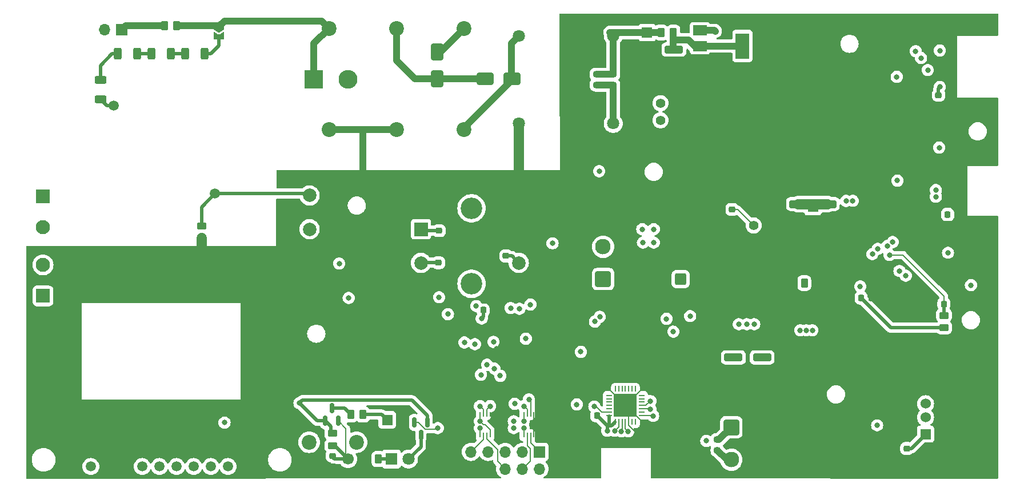
<source format=gbr>
%TF.GenerationSoftware,KiCad,Pcbnew,7.0.6-7.0.6~ubuntu22.04.1*%
%TF.CreationDate,2023-08-10T14:04:47+03:00*%
%TF.ProjectId,xray-v2,78726179-2d76-4322-9e6b-696361645f70,rev?*%
%TF.SameCoordinates,Original*%
%TF.FileFunction,Copper,L4,Bot*%
%TF.FilePolarity,Positive*%
%FSLAX46Y46*%
G04 Gerber Fmt 4.6, Leading zero omitted, Abs format (unit mm)*
G04 Created by KiCad (PCBNEW 7.0.6-7.0.6~ubuntu22.04.1) date 2023-08-10 14:04:47*
%MOMM*%
%LPD*%
G01*
G04 APERTURE LIST*
G04 Aperture macros list*
%AMRoundRect*
0 Rectangle with rounded corners*
0 $1 Rounding radius*
0 $2 $3 $4 $5 $6 $7 $8 $9 X,Y pos of 4 corners*
0 Add a 4 corners polygon primitive as box body*
4,1,4,$2,$3,$4,$5,$6,$7,$8,$9,$2,$3,0*
0 Add four circle primitives for the rounded corners*
1,1,$1+$1,$2,$3*
1,1,$1+$1,$4,$5*
1,1,$1+$1,$6,$7*
1,1,$1+$1,$8,$9*
0 Add four rect primitives between the rounded corners*
20,1,$1+$1,$2,$3,$4,$5,0*
20,1,$1+$1,$4,$5,$6,$7,0*
20,1,$1+$1,$6,$7,$8,$9,0*
20,1,$1+$1,$8,$9,$2,$3,0*%
%AMFreePoly0*
4,1,6,1.000000,0.000000,0.500000,-0.750000,-0.500000,-0.750000,-0.500000,0.750000,0.500000,0.750000,1.000000,0.000000,1.000000,0.000000,$1*%
%AMFreePoly1*
4,1,6,0.500000,-0.750000,-0.650000,-0.750000,-0.150000,0.000000,-0.650000,0.750000,0.500000,0.750000,0.500000,-0.750000,0.500000,-0.750000,$1*%
G04 Aperture macros list end*
%TA.AperFunction,ComponentPad*%
%ADD10R,2.000000X2.000000*%
%TD*%
%TA.AperFunction,ComponentPad*%
%ADD11C,2.000000*%
%TD*%
%TA.AperFunction,ComponentPad*%
%ADD12C,3.200000*%
%TD*%
%TA.AperFunction,ComponentPad*%
%ADD13R,1.800000X1.800000*%
%TD*%
%TA.AperFunction,ComponentPad*%
%ADD14C,1.800000*%
%TD*%
%TA.AperFunction,ComponentPad*%
%ADD15C,2.200000*%
%TD*%
%TA.AperFunction,ComponentPad*%
%ADD16R,1.524000X1.524000*%
%TD*%
%TA.AperFunction,ComponentPad*%
%ADD17C,1.524000*%
%TD*%
%TA.AperFunction,ComponentPad*%
%ADD18C,3.500000*%
%TD*%
%TA.AperFunction,ComponentPad*%
%ADD19C,3.000000*%
%TD*%
%TA.AperFunction,ComponentPad*%
%ADD20R,1.600000X1.600000*%
%TD*%
%TA.AperFunction,ComponentPad*%
%ADD21C,1.600000*%
%TD*%
%TA.AperFunction,ComponentPad*%
%ADD22RoundRect,0.250001X-0.899999X0.899999X-0.899999X-0.899999X0.899999X-0.899999X0.899999X0.899999X0*%
%TD*%
%TA.AperFunction,ComponentPad*%
%ADD23C,2.300000*%
%TD*%
%TA.AperFunction,ComponentPad*%
%ADD24C,1.500000*%
%TD*%
%TA.AperFunction,ComponentPad*%
%ADD25O,1.400000X2.300000*%
%TD*%
%TA.AperFunction,ComponentPad*%
%ADD26C,1.400000*%
%TD*%
%TA.AperFunction,ComponentPad*%
%ADD27RoundRect,0.250001X0.799999X-0.799999X0.799999X0.799999X-0.799999X0.799999X-0.799999X-0.799999X0*%
%TD*%
%TA.AperFunction,ComponentPad*%
%ADD28C,2.100000*%
%TD*%
%TA.AperFunction,ComponentPad*%
%ADD29C,1.700000*%
%TD*%
%TA.AperFunction,ComponentPad*%
%ADD30RoundRect,0.250000X0.600000X-0.600000X0.600000X0.600000X-0.600000X0.600000X-0.600000X-0.600000X0*%
%TD*%
%TA.AperFunction,ComponentPad*%
%ADD31R,1.700000X1.700000*%
%TD*%
%TA.AperFunction,ComponentPad*%
%ADD32O,1.700000X1.700000*%
%TD*%
%TA.AperFunction,ComponentPad*%
%ADD33C,0.500000*%
%TD*%
%TA.AperFunction,SMDPad,CuDef*%
%ADD34R,4.600000X4.600000*%
%TD*%
%TA.AperFunction,ComponentPad*%
%ADD35O,2.000000X1.200000*%
%TD*%
%TA.AperFunction,ComponentPad*%
%ADD36O,2.400000X1.000000*%
%TD*%
%TA.AperFunction,ComponentPad*%
%ADD37O,2.300000X1.400000*%
%TD*%
%TA.AperFunction,ComponentPad*%
%ADD38RoundRect,0.250001X0.899999X-0.899999X0.899999X0.899999X-0.899999X0.899999X-0.899999X-0.899999X0*%
%TD*%
%TA.AperFunction,ComponentPad*%
%ADD39RoundRect,0.250001X-0.799999X0.799999X-0.799999X-0.799999X0.799999X-0.799999X0.799999X0.799999X0*%
%TD*%
%TA.AperFunction,SMDPad,CuDef*%
%ADD40R,0.250000X0.750000*%
%TD*%
%TA.AperFunction,SMDPad,CuDef*%
%ADD41RoundRect,0.250000X-0.625000X0.312500X-0.625000X-0.312500X0.625000X-0.312500X0.625000X0.312500X0*%
%TD*%
%TA.AperFunction,SMDPad,CuDef*%
%ADD42RoundRect,0.225000X0.225000X0.250000X-0.225000X0.250000X-0.225000X-0.250000X0.225000X-0.250000X0*%
%TD*%
%TA.AperFunction,SMDPad,CuDef*%
%ADD43RoundRect,0.225000X-0.225000X-0.250000X0.225000X-0.250000X0.225000X0.250000X-0.225000X0.250000X0*%
%TD*%
%TA.AperFunction,SMDPad,CuDef*%
%ADD44RoundRect,0.250000X-0.262500X-0.450000X0.262500X-0.450000X0.262500X0.450000X-0.262500X0.450000X0*%
%TD*%
%TA.AperFunction,SMDPad,CuDef*%
%ADD45RoundRect,0.250000X0.262500X0.450000X-0.262500X0.450000X-0.262500X-0.450000X0.262500X-0.450000X0*%
%TD*%
%TA.AperFunction,SMDPad,CuDef*%
%ADD46RoundRect,0.225000X-0.250000X0.225000X-0.250000X-0.225000X0.250000X-0.225000X0.250000X0.225000X0*%
%TD*%
%TA.AperFunction,SMDPad,CuDef*%
%ADD47RoundRect,0.250000X0.450000X-0.262500X0.450000X0.262500X-0.450000X0.262500X-0.450000X-0.262500X0*%
%TD*%
%TA.AperFunction,SMDPad,CuDef*%
%ADD48RoundRect,0.250000X-1.000000X-0.650000X1.000000X-0.650000X1.000000X0.650000X-1.000000X0.650000X0*%
%TD*%
%TA.AperFunction,SMDPad,CuDef*%
%ADD49RoundRect,0.225000X0.250000X-0.225000X0.250000X0.225000X-0.250000X0.225000X-0.250000X-0.225000X0*%
%TD*%
%TA.AperFunction,SMDPad,CuDef*%
%ADD50RoundRect,0.062500X0.062500X-0.337500X0.062500X0.337500X-0.062500X0.337500X-0.062500X-0.337500X0*%
%TD*%
%TA.AperFunction,SMDPad,CuDef*%
%ADD51RoundRect,0.062500X0.337500X-0.062500X0.337500X0.062500X-0.337500X0.062500X-0.337500X-0.062500X0*%
%TD*%
%TA.AperFunction,SMDPad,CuDef*%
%ADD52R,3.350000X3.350000*%
%TD*%
%TA.AperFunction,SMDPad,CuDef*%
%ADD53FreePoly0,270.000000*%
%TD*%
%TA.AperFunction,SMDPad,CuDef*%
%ADD54FreePoly1,270.000000*%
%TD*%
%TA.AperFunction,SMDPad,CuDef*%
%ADD55RoundRect,0.250000X-1.100000X0.325000X-1.100000X-0.325000X1.100000X-0.325000X1.100000X0.325000X0*%
%TD*%
%TA.AperFunction,ComponentPad*%
%ADD56O,1.400000X1.400000*%
%TD*%
%TA.AperFunction,SMDPad,CuDef*%
%ADD57RoundRect,0.250000X1.100000X-0.325000X1.100000X0.325000X-1.100000X0.325000X-1.100000X-0.325000X0*%
%TD*%
%TA.AperFunction,SMDPad,CuDef*%
%ADD58RoundRect,0.250000X0.312500X0.625000X-0.312500X0.625000X-0.312500X-0.625000X0.312500X-0.625000X0*%
%TD*%
%TA.AperFunction,SMDPad,CuDef*%
%ADD59R,2.000000X1.500000*%
%TD*%
%TA.AperFunction,SMDPad,CuDef*%
%ADD60R,2.000000X3.800000*%
%TD*%
%TA.AperFunction,SMDPad,CuDef*%
%ADD61RoundRect,0.150000X0.150000X-0.587500X0.150000X0.587500X-0.150000X0.587500X-0.150000X-0.587500X0*%
%TD*%
%TA.AperFunction,ComponentPad*%
%ADD62C,5.000000*%
%TD*%
%TA.AperFunction,SMDPad,CuDef*%
%ADD63RoundRect,0.150000X-0.150000X0.587500X-0.150000X-0.587500X0.150000X-0.587500X0.150000X0.587500X0*%
%TD*%
%TA.AperFunction,ComponentPad*%
%ADD64R,2.800000X2.800000*%
%TD*%
%TA.AperFunction,ComponentPad*%
%ADD65O,2.800000X2.800000*%
%TD*%
%TA.AperFunction,SMDPad,CuDef*%
%ADD66RoundRect,0.250000X-0.650000X1.000000X-0.650000X-1.000000X0.650000X-1.000000X0.650000X1.000000X0*%
%TD*%
%TA.AperFunction,ViaPad*%
%ADD67C,0.800000*%
%TD*%
%TA.AperFunction,Conductor*%
%ADD68C,1.500000*%
%TD*%
%TA.AperFunction,Conductor*%
%ADD69C,1.000000*%
%TD*%
%TA.AperFunction,Conductor*%
%ADD70C,0.200000*%
%TD*%
%TA.AperFunction,Conductor*%
%ADD71C,0.500000*%
%TD*%
G04 APERTURE END LIST*
D10*
%TO.P,SW1,A,A*%
%TO.N,ENCODER_A*%
X158500000Y-97500000D03*
D11*
%TO.P,SW1,B,B*%
%TO.N,ENCODER_B*%
X158500000Y-102500000D03*
%TO.P,SW1,C,C*%
%TO.N,GND*%
X158500000Y-100000000D03*
D12*
%TO.P,SW1,MP*%
%TO.N,N/C*%
X166000000Y-94400000D03*
X166000000Y-105600000D03*
D11*
%TO.P,SW1,S1,S1*%
%TO.N,ENCODER_CLICK*%
X173000000Y-102500000D03*
%TO.P,SW1,S2,S2*%
%TO.N,GND*%
X173000000Y-97500000D03*
%TD*%
D13*
%TO.P,D5,1,K*%
%TO.N,Net-(D5-K)*%
X154125000Y-131600000D03*
D14*
%TO.P,D5,2,A*%
%TO.N,Net-(D5-A)*%
X156665000Y-131600000D03*
%TD*%
D15*
%TO.P,C8,1*%
%TO.N,Net-(D1-A)*%
X164900000Y-82700000D03*
%TO.P,C8,2*%
%TO.N,Net-(D2-K)*%
X164900000Y-67700000D03*
%TD*%
D14*
%TO.P,T1,1,AA*%
%TO.N,Net-(T1-AA)*%
X187000000Y-68825000D03*
%TO.P,T1,2,AB*%
%TO.N,Net-(Q3-D)*%
X187000000Y-81825000D03*
%TO.P,T1,3,SA*%
%TO.N,GND*%
X173000000Y-81825000D03*
%TO.P,T1,4,SB*%
%TO.N,Net-(D1-A)*%
X173000000Y-68825000D03*
%TD*%
D16*
%TO.P,J2,1,VBUS*%
%TO.N,USB_OUT_VBUS*%
X233272500Y-127900000D03*
D17*
%TO.P,J2,2,D-*%
%TO.N,USB_OUT_D-*%
X233272500Y-125400000D03*
%TO.P,J2,3,D+*%
%TO.N,USB_OUT_D+*%
X233272500Y-123400000D03*
%TO.P,J2,4,GND*%
%TO.N,GND*%
X233272500Y-120900000D03*
D18*
%TO.P,J2,5,Shield*%
X235982500Y-131650000D03*
X235982500Y-117150000D03*
%TD*%
D19*
%TO.P,TP1,1,1*%
%TO.N,GND*%
X161800000Y-132400000D03*
%TD*%
D20*
%TO.P,C40,1*%
%TO.N,Net-(Q11-D)*%
X153500000Y-125794888D03*
D21*
%TO.P,C40,2*%
%TO.N,GND*%
X153500000Y-128294888D03*
%TD*%
D22*
%TO.P,M1,1,+*%
%TO.N,VCC*%
X204500000Y-126900000D03*
D23*
%TO.P,M1,2,-*%
%TO.N,Net-(M1--)*%
X204500000Y-131700000D03*
%TD*%
D20*
%TO.P,C10,1*%
%TO.N,USB_VSYS*%
X216600000Y-94152651D03*
D21*
%TO.P,C10,2*%
%TO.N,GND*%
X216600000Y-90652651D03*
%TD*%
D24*
%TO.P,U7,1,VCC*%
%TO.N,Net-(Q10-D)*%
X109600000Y-132700000D03*
%TO.P,U7,2,GND*%
%TO.N,GND*%
X112140000Y-132700000D03*
%TO.P,U7,3,CS*%
X114680000Y-132700000D03*
%TO.P,U7,4,RESET#*%
%TO.N,Net-(Q10-D)*%
X117220000Y-132700000D03*
%TO.P,U7,5,DC*%
%TO.N,TFT_DC*%
X119760000Y-132700000D03*
%TO.P,U7,6,MOSI*%
%TO.N,MOSI*%
X122300000Y-132700000D03*
%TO.P,U7,7,SCK*%
%TO.N,SCK*%
X124840000Y-132700000D03*
%TO.P,U7,8,LED*%
%TO.N,Net-(Q10-D)*%
X127380000Y-132700000D03*
%TO.P,U7,9,MISO*%
%TO.N,MISO*%
X129920000Y-132700000D03*
%TD*%
D25*
%TO.P,J5,6,Shield*%
%TO.N,GND*%
X184050497Y-129445000D03*
X184050497Y-132745000D03*
X193750497Y-129445000D03*
X193750497Y-132745000D03*
%TD*%
D15*
%TO.P,C9,1*%
%TO.N,Net-(D1-K)*%
X154900000Y-67700000D03*
%TO.P,C9,2*%
%TO.N,GND*%
X154900000Y-82700000D03*
%TD*%
D26*
%TO.P,JP2,1,A*%
%TO.N,UV_ENABLE#*%
X194000000Y-81350000D03*
%TO.P,JP2,2,B*%
%TO.N,Net-(JP2-B)*%
X194000000Y-78810000D03*
%TD*%
D27*
%TO.P,D6,1,K*%
%TO.N,Net-(D6-K)*%
X102500000Y-107400000D03*
D28*
%TO.P,D6,2,A*%
%TO.N,VCC*%
X102500000Y-102800000D03*
%TD*%
D15*
%TO.P,SW2,*%
%TO.N,*%
X148950000Y-129100000D03*
X141950000Y-129100000D03*
D29*
%TO.P,SW2,1*%
%TO.N,WAKEUP_BUTTON*%
X147700000Y-131600000D03*
%TO.P,SW2,2*%
%TO.N,GND*%
X143200000Y-131600000D03*
%TD*%
D30*
%TO.P,BT1,1,+*%
%TO.N,Net-(BT1-+)*%
X197000000Y-104900000D03*
D29*
%TO.P,BT1,2,-*%
%TO.N,GND*%
X197000000Y-100900000D03*
%TD*%
D15*
%TO.P,C11,1*%
%TO.N,GND*%
X144900000Y-82700000D03*
%TO.P,C11,2*%
%TO.N,Net-(D3-K)*%
X144900000Y-67700000D03*
%TD*%
D31*
%TO.P,J4,1,Pin_1*%
%TO.N,Net-(J4-Pin_1)*%
X176075000Y-130525000D03*
D32*
%TO.P,J4,2,Pin_2*%
%TO.N,+5V*%
X176075000Y-133065000D03*
%TO.P,J4,3,Pin_3*%
%TO.N,unconnected-(J4-Pin_3-Pad3)*%
X173535000Y-130525000D03*
%TO.P,J4,4,Pin_4*%
%TO.N,Net-(J4-Pin_4)*%
X173535000Y-133065000D03*
%TO.P,J4,5,Pin_5*%
%TO.N,Net-(J4-Pin_5)*%
X170995000Y-130525000D03*
%TO.P,J4,6,Pin_6*%
%TO.N,Net-(J4-Pin_6)*%
X170995000Y-133065000D03*
%TO.P,J4,7,Pin_7*%
%TO.N,Net-(J4-Pin_7)*%
X168455000Y-130525000D03*
%TO.P,J4,8,Pin_8*%
%TO.N,GND*%
X168455000Y-133065000D03*
%TO.P,J4,9,Pin_9*%
%TO.N,Net-(J4-Pin_9)*%
X165915000Y-130525000D03*
%TO.P,J4,10,Pin_10*%
%TO.N,GND*%
X165915000Y-133065000D03*
%TD*%
D33*
%TO.P,U2,41,EP*%
%TO.N,GND*%
X223150000Y-99150000D03*
X222125000Y-99150000D03*
X221100000Y-99150000D03*
X220075000Y-99150000D03*
X219050000Y-99150000D03*
X223150000Y-100175000D03*
X222125000Y-100175000D03*
X221100000Y-100175000D03*
X220075000Y-100175000D03*
X219050000Y-100175000D03*
X223150000Y-101200000D03*
X222125000Y-101200000D03*
X221100000Y-101200000D03*
D34*
X221100000Y-101200000D03*
D33*
X220075000Y-101200000D03*
X219050000Y-101200000D03*
X223150000Y-102225000D03*
X222125000Y-102225000D03*
X221100000Y-102225000D03*
X220075000Y-102225000D03*
X219050000Y-102225000D03*
X223150000Y-103250000D03*
X222125000Y-103250000D03*
X221100000Y-103250000D03*
X220075000Y-103250000D03*
X219050000Y-103250000D03*
%TD*%
D35*
%TO.P,J3,S1,SHIELD*%
%TO.N,GND*%
X237995000Y-79000000D03*
D36*
X241920000Y-79000000D03*
D35*
X237995000Y-67800000D03*
D36*
X241920000Y-67800000D03*
%TD*%
D20*
%TO.P,C42,1*%
%TO.N,Net-(T1-AA)*%
X192000000Y-68325000D03*
D21*
%TO.P,C42,2*%
%TO.N,GND*%
X192000000Y-70825000D03*
%TD*%
D37*
%TO.P,J1,6,Shield*%
%TO.N,GND*%
X238965000Y-96625000D03*
X242265000Y-96625000D03*
X238965000Y-86925000D03*
X242265000Y-86925000D03*
%TD*%
D11*
%TO.P,C24,1*%
%TO.N,Net-(V2-C)*%
X142000000Y-92500000D03*
%TO.P,C24,2*%
%TO.N,Net-(Q7-B)*%
X142000000Y-97500000D03*
%TD*%
D38*
%TO.P,LS1,1,1*%
%TO.N,Net-(LS1-Pad1)*%
X185500000Y-104900000D03*
D23*
%TO.P,LS1,2,2*%
%TO.N,Net-(Q12-D)*%
X185500000Y-100100000D03*
%TD*%
D39*
%TO.P,D4,1,K*%
%TO.N,Net-(D4-K)*%
X102500000Y-92600000D03*
D28*
%TO.P,D4,2,A*%
%TO.N,VCC*%
X102500000Y-97200000D03*
%TD*%
D40*
%TO.P,U4,1,VCCA*%
%TO.N,VCC*%
X173750000Y-124950000D03*
%TO.P,U4,2,A1*%
%TO.N,RXD*%
X174250000Y-124950000D03*
%TO.P,U4,3,A2*%
%TO.N,MOSI*%
X174750000Y-124950000D03*
%TO.P,U4,4,GND*%
%TO.N,GND*%
X175250000Y-124950000D03*
%TO.P,U4,5,DIR*%
X175250000Y-128050000D03*
%TO.P,U4,6,B2*%
%TO.N,Net-(J4-Pin_1)*%
X174750000Y-128050000D03*
%TO.P,U4,7,B1*%
%TO.N,Net-(J4-Pin_4)*%
X174250000Y-128050000D03*
%TO.P,U4,8,VCCB*%
%TO.N,+5V*%
X173750000Y-128050000D03*
%TD*%
D41*
%TO.P,R13,1*%
%TO.N,Net-(R12-Pad2)*%
X111000000Y-75337500D03*
%TO.P,R13,2*%
%TO.N,Net-(V2-A)*%
X111000000Y-78262500D03*
%TD*%
D42*
%TO.P,C3,1*%
%TO.N,USB_M_IN_VBUS*%
X236550000Y-95325000D03*
%TO.P,C3,2*%
%TO.N,GND*%
X235000000Y-95325000D03*
%TD*%
D43*
%TO.P,C28,1*%
%TO.N,RESET*%
X167725000Y-109500000D03*
%TO.P,C28,2*%
%TO.N,GND*%
X169275000Y-109500000D03*
%TD*%
D44*
%TO.P,R15,1*%
%TO.N,GND*%
X213487500Y-105500000D03*
%TO.P,R15,2*%
%TO.N,Net-(U2-RSET)*%
X215312500Y-105500000D03*
%TD*%
D45*
%TO.P,R18,1*%
%TO.N,Net-(U8-VO)*%
X195912500Y-68325000D03*
%TO.P,R18,2*%
%TO.N,Net-(T1-AA)*%
X194087500Y-68325000D03*
%TD*%
D46*
%TO.P,C35,1*%
%TO.N,ENCODER_A*%
X161200000Y-97725000D03*
%TO.P,C35,2*%
%TO.N,GND*%
X161200000Y-99275000D03*
%TD*%
D47*
%TO.P,R19,1*%
%TO.N,VREG*%
X236000000Y-112112500D03*
%TO.P,R19,2*%
%TO.N,USB_OUT_VOUT2*%
X236000000Y-110287500D03*
%TD*%
D48*
%TO.P,D1,1,K*%
%TO.N,Net-(D1-K)*%
X168000000Y-75200000D03*
%TO.P,D1,2,A*%
%TO.N,Net-(D1-A)*%
X172000000Y-75200000D03*
%TD*%
D40*
%TO.P,U6,1,VCCA*%
%TO.N,VCC*%
X167250000Y-124950000D03*
%TO.P,U6,2,A1*%
%TO.N,MISO*%
X167750000Y-124950000D03*
%TO.P,U6,3,A2*%
%TO.N,TXD*%
X168250000Y-124950000D03*
%TO.P,U6,4,GND*%
%TO.N,GND*%
X168750000Y-124950000D03*
%TO.P,U6,5,DIR*%
%TO.N,VCC*%
X168750000Y-128050000D03*
%TO.P,U6,6,B2*%
%TO.N,Net-(J4-Pin_6)*%
X168250000Y-128050000D03*
%TO.P,U6,7,B1*%
%TO.N,Net-(J4-Pin_9)*%
X167750000Y-128050000D03*
%TO.P,U6,8,VCCB*%
%TO.N,+5V*%
X167250000Y-128050000D03*
%TD*%
D49*
%TO.P,C5,1*%
%TO.N,Net-(Q3-D)*%
X187000000Y-76100000D03*
%TO.P,C5,2*%
%TO.N,Net-(T1-AA)*%
X187000000Y-74550000D03*
%TD*%
D44*
%TO.P,R22,1*%
%TO.N,GND*%
X150387500Y-131600000D03*
%TO.P,R22,2*%
%TO.N,Net-(D5-K)*%
X152212500Y-131600000D03*
%TD*%
D50*
%TO.P,U9,1,~{DCD}*%
%TO.N,unconnected-(U9-~{DCD}-Pad1)*%
X190300497Y-126100000D03*
%TO.P,U9,2,~{RI}/CLK*%
%TO.N,unconnected-(U9-~{RI}{slash}CLK-Pad2)*%
X189800497Y-126100000D03*
%TO.P,U9,3,GND*%
%TO.N,GND*%
X189300497Y-126100000D03*
%TO.P,U9,4,D+*%
%TO.N,FLUSH_D+*%
X188800497Y-126100000D03*
%TO.P,U9,5,D-*%
%TO.N,FLUSH_D-*%
X188300497Y-126100000D03*
%TO.P,U9,6,VDD*%
%TO.N,CP2102_VREG*%
X187800497Y-126100000D03*
%TO.P,U9,7,VREGIN*%
%TO.N,FLUSH_VBUS*%
X187300497Y-126100000D03*
D51*
%TO.P,U9,8,VBUS*%
X186350497Y-125150000D03*
%TO.P,U9,9,~{RST}*%
%TO.N,Net-(U9-~{RST})*%
X186350497Y-124650000D03*
%TO.P,U9,10,NC*%
%TO.N,unconnected-(U9-NC-Pad10)*%
X186350497Y-124150000D03*
%TO.P,U9,11,~{SUSPEND}*%
%TO.N,unconnected-(U9-~{SUSPEND}-Pad11)*%
X186350497Y-123650000D03*
%TO.P,U9,12,SUSPEND*%
%TO.N,unconnected-(U9-SUSPEND-Pad12)*%
X186350497Y-123150000D03*
%TO.P,U9,13,CHREN*%
%TO.N,unconnected-(U9-CHREN-Pad13)*%
X186350497Y-122650000D03*
%TO.P,U9,14,CHR1*%
%TO.N,unconnected-(U9-CHR1-Pad14)*%
X186350497Y-122150000D03*
D50*
%TO.P,U9,15,CHR0*%
%TO.N,unconnected-(U9-CHR0-Pad15)*%
X187300497Y-121200000D03*
%TO.P,U9,16,~{WAKEUP}/GPIO.3*%
%TO.N,unconnected-(U9-~{WAKEUP}{slash}GPIO.3-Pad16)*%
X187800497Y-121200000D03*
%TO.P,U9,17,RS485/GPIO.2*%
%TO.N,unconnected-(U9-RS485{slash}GPIO.2-Pad17)*%
X188300497Y-121200000D03*
%TO.P,U9,18,~{RXT}/GPIO.1*%
%TO.N,unconnected-(U9-~{RXT}{slash}GPIO.1-Pad18)*%
X188800497Y-121200000D03*
%TO.P,U9,19,~{TXT}/GPIO.0*%
%TO.N,unconnected-(U9-~{TXT}{slash}GPIO.0-Pad19)*%
X189300497Y-121200000D03*
%TO.P,U9,20,GPIO.6*%
%TO.N,unconnected-(U9-GPIO.6-Pad20)*%
X189800497Y-121200000D03*
%TO.P,U9,21,GPIO.5*%
%TO.N,unconnected-(U9-GPIO.5-Pad21)*%
X190300497Y-121200000D03*
D51*
%TO.P,U9,22,GPIO.4*%
%TO.N,unconnected-(U9-GPIO.4-Pad22)*%
X191250497Y-122150000D03*
%TO.P,U9,23,~{CTS}*%
%TO.N,unconnected-(U9-~{CTS}-Pad23)*%
X191250497Y-122650000D03*
%TO.P,U9,24,~{RTS}*%
%TO.N,unconnected-(U9-~{RTS}-Pad24)*%
X191250497Y-123150000D03*
%TO.P,U9,25,RXD*%
%TO.N,TXD*%
X191250497Y-123650000D03*
%TO.P,U9,26,TXD*%
%TO.N,RXD*%
X191250497Y-124150000D03*
%TO.P,U9,27,~{DSR}*%
%TO.N,unconnected-(U9-~{DSR}-Pad27)*%
X191250497Y-124650000D03*
%TO.P,U9,28,~{DTR}*%
%TO.N,Net-(JP3-A)*%
X191250497Y-125150000D03*
D52*
%TO.P,U9,29,GND*%
%TO.N,GND*%
X188800497Y-123650000D03*
%TD*%
D53*
%TO.P,JP1,1,A*%
%TO.N,Net-(D3-K)*%
X128600000Y-67375000D03*
D54*
%TO.P,JP1,2,B*%
%TO.N,Net-(JP1-B)*%
X128600000Y-68825000D03*
%TD*%
D55*
%TO.P,C21,1*%
%TO.N,VCC*%
X204800000Y-116525000D03*
%TO.P,C21,2*%
%TO.N,GND*%
X204800000Y-119475000D03*
%TD*%
D46*
%TO.P,C4,1*%
%TO.N,USB_IN_VBUS*%
X235190000Y-77625000D03*
%TO.P,C4,2*%
%TO.N,GND*%
X235190000Y-79175000D03*
%TD*%
D31*
%TO.P,SW3,1,1*%
%TO.N,Net-(R17-Pad1)*%
X114200000Y-67875000D03*
D32*
%TO.P,SW3,2,2*%
%TO.N,GND*%
X111660000Y-67875000D03*
%TD*%
D49*
%TO.P,C38,1*%
%TO.N,GND*%
X145400000Y-132675000D03*
%TO.P,C38,2*%
%TO.N,WAKEUP_BUTTON*%
X145400000Y-131125000D03*
%TD*%
D26*
%TO.P,R9,1*%
%TO.N,Net-(U2-NTC)*%
X207800000Y-96940000D03*
D56*
%TO.P,R9,2*%
%TO.N,GND*%
X207800000Y-91860000D03*
%TD*%
D57*
%TO.P,C12,1*%
%TO.N,USB_VSYS*%
X218700000Y-93775000D03*
%TO.P,C12,2*%
%TO.N,GND*%
X218700000Y-90825000D03*
%TD*%
D49*
%TO.P,C37,1*%
%TO.N,ENCODER_CLICK*%
X171100000Y-101475000D03*
%TO.P,C37,2*%
%TO.N,GND*%
X171100000Y-99925000D03*
%TD*%
D55*
%TO.P,C41,1*%
%TO.N,Net-(U8-VO)*%
X196000000Y-70850000D03*
%TO.P,C41,2*%
%TO.N,GND*%
X196000000Y-73800000D03*
%TD*%
D49*
%TO.P,C6,1*%
%TO.N,Net-(Q3-D)*%
X184490000Y-76100000D03*
%TO.P,C6,2*%
%TO.N,Net-(T1-AA)*%
X184490000Y-74550000D03*
%TD*%
D42*
%TO.P,C1,1*%
%TO.N,FLUSH_VBUS*%
X184575497Y-125150000D03*
%TO.P,C1,2*%
%TO.N,GND*%
X183025497Y-125150000D03*
%TD*%
D58*
%TO.P,R12,1*%
%TO.N,Net-(R11-Pad2)*%
X116462500Y-71500000D03*
%TO.P,R12,2*%
%TO.N,Net-(R12-Pad2)*%
X113537500Y-71500000D03*
%TD*%
D55*
%TO.P,C22,1*%
%TO.N,VCC*%
X209050000Y-116525000D03*
%TO.P,C22,2*%
%TO.N,GND*%
X209050000Y-119475000D03*
%TD*%
D59*
%TO.P,U8,1,GND*%
%TO.N,GND*%
X199850000Y-72625000D03*
%TO.P,U8,2,VO*%
%TO.N,Net-(U8-VO)*%
X199850000Y-70325000D03*
D60*
X206150000Y-70325000D03*
D59*
%TO.P,U8,3,VI*%
%TO.N,Net-(Q5-D)*%
X199850000Y-68025000D03*
%TD*%
D61*
%TO.P,Q9,1,G*%
%TO.N,WAKEUP_BUTTON*%
X146250000Y-125937500D03*
%TO.P,Q9,2,S*%
%TO.N,VCC*%
X144350000Y-125937500D03*
%TO.P,Q9,3,D*%
%TO.N,Net-(Q9-D)*%
X145300000Y-124062500D03*
%TD*%
D46*
%TO.P,C16,1*%
%TO.N,GND*%
X204600000Y-93025000D03*
%TO.P,C16,2*%
%TO.N,Net-(U2-NTC)*%
X204600000Y-94575000D03*
%TD*%
D43*
%TO.P,C32,1*%
%TO.N,VREG*%
X223725000Y-107700000D03*
%TO.P,C32,2*%
%TO.N,GND*%
X225275000Y-107700000D03*
%TD*%
D24*
%TO.P,V2,1,A*%
%TO.N,Net-(V2-A)*%
X113000000Y-79200000D03*
%TO.P,V2,2,C*%
%TO.N,Net-(V2-C)*%
X128000000Y-92200000D03*
D62*
%TO.P,V2,3,S*%
%TO.N,GND*%
X120000000Y-104000000D03*
%TD*%
D42*
%TO.P,C26,1*%
%TO.N,USB_OUT_VOUT2*%
X235975000Y-108600000D03*
%TO.P,C26,2*%
%TO.N,GND*%
X234425000Y-108600000D03*
%TD*%
D49*
%TO.P,C39,1*%
%TO.N,Net-(M1--)*%
X202400000Y-130275000D03*
%TO.P,C39,2*%
%TO.N,VCC*%
X202400000Y-128725000D03*
%TD*%
D44*
%TO.P,R17,1*%
%TO.N,Net-(R17-Pad1)*%
X120487500Y-67300000D03*
%TO.P,R17,2*%
%TO.N,Net-(D3-K)*%
X122312500Y-67300000D03*
%TD*%
D45*
%TO.P,R31,1*%
%TO.N,Net-(Q11-D)*%
X149912500Y-125000000D03*
%TO.P,R31,2*%
%TO.N,Net-(Q9-D)*%
X148087500Y-125000000D03*
%TD*%
D63*
%TO.P,Q6,1,G*%
%TO.N,RESET*%
X157550000Y-126162500D03*
%TO.P,Q6,2,S*%
%TO.N,VCC*%
X159450000Y-126162500D03*
%TO.P,Q6,3,D*%
%TO.N,Net-(D5-A)*%
X158500000Y-128037500D03*
%TD*%
D64*
%TO.P,D3,1,K*%
%TO.N,Net-(D3-K)*%
X142639950Y-75300000D03*
D65*
%TO.P,D3,2,A*%
%TO.N,Net-(D2-K)*%
X147719950Y-75300000D03*
%TD*%
D66*
%TO.P,D2,1,K*%
%TO.N,Net-(D2-K)*%
X160900000Y-71200000D03*
%TO.P,D2,2,A*%
%TO.N,Net-(D1-K)*%
X160900000Y-75200000D03*
%TD*%
D47*
%TO.P,R30,1*%
%TO.N,WAKEUP_BUTTON*%
X145400000Y-129612500D03*
%TO.P,R30,2*%
%TO.N,VCC*%
X145400000Y-127787500D03*
%TD*%
D57*
%TO.P,C13,1*%
%TO.N,USB_VSYS*%
X214450000Y-93775000D03*
%TO.P,C13,2*%
%TO.N,GND*%
X214450000Y-90825000D03*
%TD*%
D46*
%TO.P,C2,1*%
%TO.N,USB_OUT_VBUS*%
X230500000Y-130025000D03*
%TO.P,C2,2*%
%TO.N,GND*%
X230500000Y-131575000D03*
%TD*%
D47*
%TO.P,R14,1*%
%TO.N,GND*%
X126000000Y-98825000D03*
%TO.P,R14,2*%
%TO.N,Net-(V2-C)*%
X126000000Y-97000000D03*
%TD*%
D49*
%TO.P,C36,1*%
%TO.N,ENCODER_B*%
X161100000Y-102475000D03*
%TO.P,C36,2*%
%TO.N,GND*%
X161100000Y-100925000D03*
%TD*%
D58*
%TO.P,R11,1*%
%TO.N,Net-(R10-Pad2)*%
X121462500Y-71500000D03*
%TO.P,R11,2*%
%TO.N,Net-(R11-Pad2)*%
X118537500Y-71500000D03*
%TD*%
%TO.P,R10,1*%
%TO.N,Net-(JP1-B)*%
X126462500Y-71500000D03*
%TO.P,R10,2*%
%TO.N,Net-(R10-Pad2)*%
X123537500Y-71500000D03*
%TD*%
D67*
%TO.N,GND*%
X205400000Y-119500000D03*
X186812500Y-88800000D03*
X209700000Y-119500000D03*
X208400000Y-119500000D03*
X221500000Y-115400000D03*
X170750000Y-126500000D03*
X198700000Y-73725000D03*
X191000000Y-114400000D03*
X218500000Y-115400000D03*
X215500000Y-115300000D03*
X204100000Y-119500000D03*
X199000000Y-128900000D03*
X224800000Y-114900000D03*
X225300000Y-106100000D03*
X162000000Y-116250000D03*
X149600000Y-116000000D03*
X169750000Y-115250000D03*
X190000497Y-123000000D03*
X182200000Y-117512500D03*
%TO.N,FLUSH_VBUS*%
X186100497Y-127400000D03*
%TO.N,USB_OUT_VBUS*%
X226200000Y-100400000D03*
%TO.N,USB_M_IN_VBUS*%
X236600000Y-101000000D03*
X230345500Y-104400000D03*
X236500000Y-95325000D03*
%TO.N,USB_IN_VBUS*%
X235390000Y-76400000D03*
X235390000Y-71000000D03*
%TO.N,USB_VSYS*%
X215600000Y-112500000D03*
X216500000Y-112500000D03*
X214700000Y-112500000D03*
%TO.N,VCC*%
X193000000Y-99500000D03*
X167250000Y-126000000D03*
X191400000Y-99500000D03*
X204000000Y-116500000D03*
X205500000Y-116600000D03*
X206800000Y-111600000D03*
X205600000Y-111600000D03*
X166700000Y-108900000D03*
X191300000Y-97500000D03*
X208300000Y-116500000D03*
X147800000Y-107700000D03*
X207900000Y-111600000D03*
X140500000Y-123300000D03*
X193000000Y-97500000D03*
X172250000Y-126000000D03*
X209700000Y-116500000D03*
X173750000Y-126000000D03*
X223600000Y-106000000D03*
%TO.N,USB_OUT_VOUT2*%
X227922535Y-101322535D03*
%TO.N,RESET*%
X167500000Y-110750000D03*
X172400000Y-123399500D03*
X161000000Y-127000000D03*
X181600000Y-123500000D03*
%TO.N,VREG*%
X223700000Y-107700000D03*
X195900000Y-112700000D03*
%TO.N,Net-(Q5-D)*%
X202100000Y-68125000D03*
%TO.N,ENCODER_CLICK*%
X167400000Y-119100000D03*
%TO.N,CP2102_VREG*%
X187200497Y-127400000D03*
%TO.N,Net-(U9-~{RST})*%
X184200497Y-123800000D03*
%TO.N,USB_M_IN_D-*%
X222499488Y-93294596D03*
X234800000Y-92700000D03*
%TO.N,USB_M_IN_D+*%
X221500000Y-93300000D03*
X234800000Y-91700497D03*
%TO.N,USB_OUT_D-*%
X227600000Y-100000000D03*
%TO.N,USB_OUT_D+*%
X228400000Y-99400000D03*
%TO.N,USB_IN_D+*%
X233600000Y-73900000D03*
X232600000Y-72100000D03*
%TO.N,USB_IN_CC2*%
X229000000Y-74900000D03*
X231800000Y-71100000D03*
%TO.N,+5V*%
X172250000Y-127000000D03*
X167250000Y-127000000D03*
X173750000Y-127000000D03*
%TO.N,FLUSH_D-*%
X188200497Y-127500000D03*
%TO.N,FLUSH_D+*%
X189200000Y-127500000D03*
%TO.N,UV_ENABLE#*%
X174723624Y-108675000D03*
%TO.N,Net-(JP3-A)*%
X192900000Y-125200000D03*
%TO.N,USB_OUT_VBUS_G*%
X225400000Y-101200000D03*
X226100000Y-126600000D03*
%TO.N,USB_M_IN_VBUS_G*%
X240000000Y-105800000D03*
X229400000Y-103700500D03*
%TO.N,UV_PWM*%
X169400000Y-118200000D03*
X184912500Y-88900000D03*
%TO.N,USB_IN_VBUS_G*%
X235300000Y-85400000D03*
X229100000Y-90300000D03*
%TO.N,RADIATION_VALUE*%
X146400000Y-102600000D03*
X161200000Y-107600000D03*
%TO.N,Net-(Q10-D)*%
X129400000Y-126200000D03*
%TO.N,SPEAKER*%
X178000000Y-99600000D03*
X162499312Y-110100688D03*
%TO.N,VIBRO*%
X200800000Y-128900000D03*
X174049062Y-113749562D03*
%TO.N,USB_I2C_SDA*%
X194900000Y-110800000D03*
X198394622Y-110394622D03*
%TO.N,Net-(U2-RSET)*%
X215312500Y-105500000D03*
%TO.N,USB_INT*%
X168300000Y-117600000D03*
X182200000Y-115700000D03*
%TO.N,MCU_I2C_SDA*%
X185000000Y-110500000D03*
X173100000Y-109300000D03*
%TO.N,MCU_I2C_SCL*%
X184293245Y-111206755D03*
X171800000Y-109200000D03*
%TO.N,MOSI*%
X174500000Y-122750000D03*
X170250000Y-119250000D03*
%TO.N,MISO*%
X167250000Y-123750000D03*
%TO.N,TFT_DC*%
X169247180Y-114227820D03*
%TO.N,RXD*%
X166499500Y-114550500D03*
X173750000Y-123750000D03*
X192500497Y-124200000D03*
%TO.N,TXD*%
X164949301Y-114302872D03*
X168750000Y-123750000D03*
X192500497Y-123000000D03*
%TD*%
D68*
%TO.N,GND*%
X214450000Y-90825000D02*
X218700000Y-90825000D01*
D69*
X144900000Y-82700000D02*
X149900000Y-82700000D01*
D70*
X206635000Y-93025000D02*
X207800000Y-91860000D01*
D69*
X198700000Y-73725000D02*
X198750000Y-73725000D01*
D70*
X188763149Y-123650000D02*
X186313149Y-121200000D01*
D69*
X149900000Y-82700000D02*
X149900000Y-90000000D01*
X149900000Y-82700000D02*
X154900000Y-82700000D01*
D70*
X189300497Y-126100000D02*
X189300497Y-124150000D01*
D68*
X173000000Y-81825000D02*
X173000000Y-91535000D01*
D69*
X198675000Y-73800000D02*
X196000000Y-73800000D01*
D70*
X189300497Y-126100000D02*
X189300497Y-126610547D01*
D69*
X198700000Y-73775000D02*
X198675000Y-73800000D01*
D70*
X188800497Y-123650000D02*
X191350497Y-126200000D01*
D69*
X198750000Y-73725000D02*
X199850000Y-72625000D01*
D70*
X168750000Y-124950000D02*
X169200000Y-124950000D01*
D69*
X198700000Y-73725000D02*
X198700000Y-73775000D01*
D70*
X175250000Y-124950000D02*
X175250000Y-128050000D01*
D68*
X120825000Y-104000000D02*
X123700000Y-104000000D01*
X126000000Y-101700000D02*
X126000000Y-98825000D01*
D70*
X169200000Y-124950000D02*
X170750000Y-126500000D01*
X204600000Y-93025000D02*
X206635000Y-93025000D01*
X189300497Y-126610547D02*
X190389950Y-127700000D01*
X188800497Y-123650000D02*
X191050497Y-121400000D01*
D68*
X123700000Y-104000000D02*
X126000000Y-101700000D01*
D71*
%TO.N,FLUSH_VBUS*%
X187225497Y-126175000D02*
X187225497Y-126100000D01*
X186100497Y-127400000D02*
X186100497Y-126675000D01*
X186100497Y-126675000D02*
X186350497Y-126425000D01*
X186350497Y-126425000D02*
X186350497Y-125225000D01*
X186725497Y-126675000D02*
X187225497Y-126175000D01*
X186100497Y-126675000D02*
X186725497Y-126675000D01*
X186100497Y-126675000D02*
X184575497Y-125150000D01*
%TO.N,USB_OUT_VBUS*%
X231147500Y-130025000D02*
X233272500Y-127900000D01*
X230500000Y-130025000D02*
X231147500Y-130025000D01*
%TO.N,USB_IN_VBUS*%
X235190000Y-77625000D02*
X235190000Y-76600000D01*
X235190000Y-76600000D02*
X235390000Y-76400000D01*
D69*
%TO.N,Net-(Q3-D)*%
X184490000Y-76100000D02*
X187000000Y-76100000D01*
X187000000Y-76100000D02*
X187000000Y-81825000D01*
%TO.N,Net-(T1-AA)*%
X192000000Y-68325000D02*
X186510000Y-68325000D01*
X187000000Y-74550000D02*
X187000000Y-68825000D01*
X194087500Y-68325000D02*
X192000000Y-68325000D01*
X184490000Y-74550000D02*
X187000000Y-74550000D01*
%TO.N,Net-(D1-A)*%
X164900000Y-82500000D02*
X172000000Y-75400000D01*
X171890000Y-75200000D02*
X171890000Y-69935000D01*
X171890000Y-69935000D02*
X173000000Y-68825000D01*
%TO.N,Net-(D2-K)*%
X160900000Y-71200000D02*
X161400000Y-71200000D01*
X161400000Y-71200000D02*
X164900000Y-67700000D01*
%TO.N,Net-(D1-K)*%
X160900000Y-75200000D02*
X157600000Y-75200000D01*
X157600000Y-75200000D02*
X154900000Y-72500000D01*
X168000000Y-75200000D02*
X160900000Y-75200000D01*
X154900000Y-72500000D02*
X154900000Y-67700000D01*
D68*
%TO.N,USB_VSYS*%
X214450000Y-93775000D02*
X218700000Y-93775000D01*
D69*
%TO.N,Net-(D3-K)*%
X129374999Y-66600001D02*
X128600000Y-67375000D01*
X142639950Y-75300000D02*
X142639950Y-69960050D01*
X143800001Y-66600001D02*
X129374999Y-66600001D01*
X122312500Y-67300000D02*
X128525000Y-67300000D01*
X142639950Y-69960050D02*
X144900000Y-67700000D01*
X144900000Y-67700000D02*
X143800001Y-66600001D01*
X128525000Y-67300000D02*
X128600000Y-67375000D01*
D70*
%TO.N,Net-(U2-NTC)*%
X205435000Y-94575000D02*
X207800000Y-96940000D01*
X204600000Y-94575000D02*
X205435000Y-94575000D01*
D71*
%TO.N,VCC*%
X145200000Y-126787500D02*
X144350000Y-125937500D01*
D70*
X167750000Y-126500000D02*
X168000000Y-126500000D01*
X173750000Y-124950000D02*
X173750000Y-126000000D01*
D71*
X157175000Y-122875000D02*
X140925000Y-122875000D01*
D69*
X202675000Y-128725000D02*
X204500000Y-126900000D01*
D71*
X143137500Y-125937500D02*
X140500000Y-123300000D01*
X140925000Y-122875000D02*
X140500000Y-123300000D01*
D70*
X168000000Y-126500000D02*
X168750000Y-127250000D01*
X168750000Y-127250000D02*
X168750000Y-128050000D01*
X167250000Y-124950000D02*
X167250000Y-126000000D01*
D71*
X159450000Y-125150000D02*
X157175000Y-122875000D01*
D69*
X202400000Y-128725000D02*
X202675000Y-128725000D01*
D71*
X145200000Y-127787500D02*
X145200000Y-126787500D01*
X159450000Y-126162500D02*
X159450000Y-125150000D01*
D70*
X167250000Y-126000000D02*
X167750000Y-126500000D01*
D71*
X144350000Y-125937500D02*
X143137500Y-125937500D01*
%TO.N,Net-(V2-C)*%
X126000000Y-97000000D02*
X126000000Y-94200000D01*
X128000000Y-92200000D02*
X141700000Y-92200000D01*
X126000000Y-94200000D02*
X128000000Y-92200000D01*
D70*
%TO.N,USB_OUT_VOUT2*%
X236025000Y-107425000D02*
X236025000Y-108600000D01*
X229922535Y-101322535D02*
X236025000Y-107425000D01*
D71*
X236025000Y-108600000D02*
X236025000Y-110262500D01*
D70*
X227922535Y-101322535D02*
X229922535Y-101322535D01*
%TO.N,RESET*%
X160800000Y-127200000D02*
X161000000Y-127000000D01*
X158076104Y-126162500D02*
X159113604Y-127200000D01*
X159113604Y-127200000D02*
X160800000Y-127200000D01*
X157550000Y-126162500D02*
X158076104Y-126162500D01*
D71*
X167725000Y-110525000D02*
X167500000Y-110750000D01*
X167725000Y-109500000D02*
X167725000Y-110525000D01*
%TO.N,VREG*%
X236000000Y-112112500D02*
X228137500Y-112112500D01*
X228137500Y-112112500D02*
X223725000Y-107700000D01*
D69*
%TO.N,Net-(Q5-D)*%
X199850000Y-68025000D02*
X202000000Y-68025000D01*
X202000000Y-68025000D02*
X202100000Y-68125000D01*
D71*
%TO.N,ENCODER_A*%
X161200000Y-97725000D02*
X158725000Y-97725000D01*
%TO.N,ENCODER_B*%
X161100000Y-102475000D02*
X158525000Y-102475000D01*
%TO.N,ENCODER_CLICK*%
X171100000Y-101475000D02*
X171975000Y-101475000D01*
X171975000Y-101475000D02*
X173000000Y-102500000D01*
D70*
%TO.N,WAKEUP_BUTTON*%
X147400000Y-127087500D02*
X147400000Y-131300000D01*
X146250000Y-125937500D02*
X147400000Y-127087500D01*
D71*
X147700000Y-131600000D02*
X145675000Y-131600000D01*
X145675000Y-131600000D02*
X145200000Y-131125000D01*
X145712500Y-129612500D02*
X147700000Y-131600000D01*
D69*
%TO.N,Net-(M1--)*%
X203825000Y-131700000D02*
X202400000Y-130275000D01*
X204500000Y-131700000D02*
X203825000Y-131700000D01*
D71*
%TO.N,Net-(Q11-D)*%
X152705112Y-125000000D02*
X153500000Y-125794888D01*
X149912500Y-125000000D02*
X152705112Y-125000000D01*
D69*
%TO.N,Net-(U8-VO)*%
X195912500Y-70762500D02*
X196000000Y-70850000D01*
X195912500Y-68325000D02*
X195912500Y-70762500D01*
X199050000Y-70325000D02*
X198150000Y-69425000D01*
X206150000Y-70325000D02*
X199850000Y-70325000D01*
X198150000Y-69425000D02*
X195912500Y-69425000D01*
X199850000Y-70325000D02*
X199050000Y-70325000D01*
D70*
%TO.N,CP2102_VREG*%
X187800497Y-126100000D02*
X187800497Y-126800000D01*
X187800497Y-126800000D02*
X187200497Y-127400000D01*
%TO.N,Net-(U9-~{RST})*%
X185292959Y-124650000D02*
X184442959Y-123800000D01*
X184442959Y-123800000D02*
X184200497Y-123800000D01*
X186350497Y-124650000D02*
X185292959Y-124650000D01*
%TO.N,Net-(J4-Pin_1)*%
X174750000Y-128050000D02*
X174750000Y-129200000D01*
X174750000Y-129200000D02*
X176075000Y-130525000D01*
%TO.N,+5V*%
X173750000Y-128050000D02*
X173750000Y-127000000D01*
X167250000Y-128050000D02*
X167250000Y-127000000D01*
%TO.N,Net-(J4-Pin_4)*%
X174685000Y-130048654D02*
X174685000Y-131915000D01*
X174250000Y-129613654D02*
X174685000Y-130048654D01*
X174250000Y-128050000D02*
X174250000Y-129613654D01*
X174685000Y-131915000D02*
X173535000Y-133065000D01*
%TO.N,Net-(J4-Pin_6)*%
X168250000Y-128650000D02*
X169845000Y-130245000D01*
X169845000Y-130245000D02*
X169845000Y-131915000D01*
X169845000Y-131915000D02*
X170995000Y-133065000D01*
X168250000Y-128050000D02*
X168250000Y-128650000D01*
%TO.N,Net-(J4-Pin_9)*%
X167750000Y-128690000D02*
X165915000Y-130525000D01*
X167750000Y-128050000D02*
X167750000Y-128690000D01*
%TO.N,FLUSH_D-*%
X188300497Y-127400000D02*
X188200497Y-127500000D01*
X188300497Y-126100000D02*
X188300497Y-127400000D01*
%TO.N,FLUSH_D+*%
X188800497Y-126100000D02*
X188800497Y-127100497D01*
X188800497Y-127100497D02*
X189200000Y-127500000D01*
D71*
%TO.N,Net-(JP1-B)*%
X126462500Y-71500000D02*
X127400000Y-71500000D01*
X128600000Y-70300000D02*
X128600000Y-68825000D01*
X127400000Y-71500000D02*
X128600000Y-70300000D01*
D70*
%TO.N,Net-(JP3-A)*%
X192850000Y-125150000D02*
X192900000Y-125200000D01*
X191250497Y-125150000D02*
X192850000Y-125150000D01*
D71*
%TO.N,Net-(Q9-D)*%
X145300000Y-124062500D02*
X147150000Y-124062500D01*
X147150000Y-124062500D02*
X148087500Y-125000000D01*
%TO.N,Net-(R10-Pad2)*%
X123537500Y-71500000D02*
X121462500Y-71500000D01*
%TO.N,Net-(R11-Pad2)*%
X118537500Y-71500000D02*
X116462500Y-71500000D01*
%TO.N,Net-(R12-Pad2)*%
X113537500Y-71500000D02*
X112700000Y-71500000D01*
X111000000Y-73200000D02*
X111000000Y-75337500D01*
X112700000Y-71500000D02*
X111000000Y-73200000D01*
%TO.N,Net-(V2-A)*%
X111000000Y-78262500D02*
X111937500Y-79200000D01*
X111937500Y-79200000D02*
X113000000Y-79200000D01*
D69*
%TO.N,Net-(R17-Pad1)*%
X114200000Y-67875000D02*
X114775000Y-67300000D01*
X114775000Y-67300000D02*
X120487500Y-67300000D01*
D70*
%TO.N,MOSI*%
X174750000Y-123000000D02*
X174750000Y-124950000D01*
X174500000Y-122750000D02*
X174750000Y-123000000D01*
%TO.N,MISO*%
X167750000Y-124950000D02*
X167750000Y-124250000D01*
X167750000Y-124250000D02*
X167250000Y-123750000D01*
%TO.N,RXD*%
X174250000Y-124250000D02*
X173750000Y-123750000D01*
X191250497Y-124150000D02*
X192450497Y-124150000D01*
X174250000Y-124950000D02*
X174250000Y-124250000D01*
X192450497Y-124150000D02*
X192500497Y-124200000D01*
%TO.N,TXD*%
X191850497Y-123650000D02*
X192500497Y-123000000D01*
X191250497Y-123650000D02*
X191850497Y-123650000D01*
X168250000Y-124950000D02*
X168250000Y-124250000D01*
X168250000Y-124250000D02*
X168750000Y-123750000D01*
D71*
%TO.N,Net-(D5-K)*%
X154125000Y-131600000D02*
X152212500Y-131600000D01*
%TO.N,Net-(D5-A)*%
X158500000Y-129765000D02*
X156665000Y-131600000D01*
X158500000Y-128037500D02*
X158500000Y-129765000D01*
%TD*%
%TA.AperFunction,Conductor*%
%TO.N,GND*%
G36*
X190083011Y-122084501D02*
G01*
X190083171Y-122083905D01*
X190091021Y-122086008D01*
X190091023Y-122086008D01*
X190091025Y-122086009D01*
X190201096Y-122100500D01*
X190225995Y-122100499D01*
X190293033Y-122120181D01*
X190338790Y-122172984D01*
X190349997Y-122224495D01*
X190349997Y-122249402D01*
X190364486Y-122359468D01*
X190366591Y-122367322D01*
X190363311Y-122368200D01*
X190369078Y-122422073D01*
X190366014Y-122432522D01*
X190366592Y-122432677D01*
X190364487Y-122440529D01*
X190349997Y-122550598D01*
X190349997Y-122749403D01*
X190364486Y-122859468D01*
X190366591Y-122867322D01*
X190363311Y-122868200D01*
X190369078Y-122922073D01*
X190366014Y-122932522D01*
X190366592Y-122932677D01*
X190364487Y-122940529D01*
X190349997Y-123050598D01*
X190349997Y-123249403D01*
X190364486Y-123359468D01*
X190366591Y-123367322D01*
X190363311Y-123368200D01*
X190369078Y-123422073D01*
X190366014Y-123432522D01*
X190366592Y-123432677D01*
X190364487Y-123440529D01*
X190349997Y-123550598D01*
X190349997Y-123749403D01*
X190364486Y-123859468D01*
X190366591Y-123867322D01*
X190363311Y-123868200D01*
X190369078Y-123922073D01*
X190366014Y-123932522D01*
X190366592Y-123932677D01*
X190364487Y-123940529D01*
X190349997Y-124050598D01*
X190349997Y-124249403D01*
X190364486Y-124359468D01*
X190366591Y-124367322D01*
X190363311Y-124368200D01*
X190369078Y-124422073D01*
X190366014Y-124432522D01*
X190366592Y-124432677D01*
X190364487Y-124440529D01*
X190349997Y-124550598D01*
X190349997Y-124749403D01*
X190364485Y-124859463D01*
X190366591Y-124867318D01*
X190363315Y-124868195D01*
X190369072Y-124922103D01*
X190366015Y-124932518D01*
X190366592Y-124932673D01*
X190364488Y-124940524D01*
X190349998Y-125050589D01*
X190349997Y-125050605D01*
X190349997Y-125075500D01*
X190330312Y-125142539D01*
X190277508Y-125188294D01*
X190226001Y-125199500D01*
X190201094Y-125199500D01*
X190091026Y-125213989D01*
X190083178Y-125216093D01*
X190082305Y-125212836D01*
X190028276Y-125218554D01*
X190017973Y-125215523D01*
X190017820Y-125216095D01*
X190009967Y-125213990D01*
X189899898Y-125199500D01*
X189701093Y-125199500D01*
X189591033Y-125213988D01*
X189591024Y-125213991D01*
X189454070Y-125270719D01*
X189454067Y-125270721D01*
X189375983Y-125330637D01*
X189310814Y-125355831D01*
X189242369Y-125341792D01*
X189225011Y-125330637D01*
X189146926Y-125270721D01*
X189146923Y-125270719D01*
X189009969Y-125213991D01*
X189009967Y-125213990D01*
X188899898Y-125199500D01*
X188701093Y-125199500D01*
X188591028Y-125213989D01*
X188583175Y-125216094D01*
X188582299Y-125212824D01*
X188528350Y-125218567D01*
X188517974Y-125215518D01*
X188517820Y-125216095D01*
X188509967Y-125213990D01*
X188399898Y-125199500D01*
X188201093Y-125199500D01*
X188091028Y-125213989D01*
X188083175Y-125216094D01*
X188082299Y-125212824D01*
X188028350Y-125218567D01*
X188017974Y-125215518D01*
X188017820Y-125216095D01*
X188009967Y-125213990D01*
X187899898Y-125199500D01*
X187701093Y-125199500D01*
X187591028Y-125213989D01*
X187583175Y-125216094D01*
X187582299Y-125212824D01*
X187528350Y-125218567D01*
X187517974Y-125215518D01*
X187517820Y-125216095D01*
X187509967Y-125213990D01*
X187399907Y-125199501D01*
X187399904Y-125199500D01*
X187399898Y-125199500D01*
X187399891Y-125199500D01*
X187374996Y-125199500D01*
X187307957Y-125179815D01*
X187262202Y-125127011D01*
X187250996Y-125075500D01*
X187250996Y-125050597D01*
X187243966Y-124997201D01*
X187236506Y-124940528D01*
X187236505Y-124940525D01*
X187234402Y-124932674D01*
X187237704Y-124931789D01*
X187231889Y-124878075D01*
X187234998Y-124867485D01*
X187234402Y-124867326D01*
X187236505Y-124859475D01*
X187236505Y-124859474D01*
X187236506Y-124859472D01*
X187250997Y-124749401D01*
X187250996Y-124550600D01*
X187247905Y-124527123D01*
X187242713Y-124487680D01*
X187236506Y-124440528D01*
X187236505Y-124440525D01*
X187234402Y-124432674D01*
X187237704Y-124431789D01*
X187231889Y-124378075D01*
X187234998Y-124367485D01*
X187234402Y-124367326D01*
X187236505Y-124359475D01*
X187236505Y-124359474D01*
X187236506Y-124359472D01*
X187250997Y-124249401D01*
X187250996Y-124050600D01*
X187250996Y-124050598D01*
X187250996Y-124050596D01*
X187236508Y-123940536D01*
X187234403Y-123932682D01*
X187237694Y-123931800D01*
X187231902Y-123878001D01*
X187234996Y-123867486D01*
X187234402Y-123867327D01*
X187236505Y-123859476D01*
X187236506Y-123859472D01*
X187250997Y-123749401D01*
X187250996Y-123550600D01*
X187250996Y-123550598D01*
X187250996Y-123550596D01*
X187236508Y-123440536D01*
X187234403Y-123432682D01*
X187237694Y-123431800D01*
X187231902Y-123378001D01*
X187234996Y-123367486D01*
X187234402Y-123367327D01*
X187236505Y-123359476D01*
X187236506Y-123359472D01*
X187250997Y-123249401D01*
X187250996Y-123050600D01*
X187250996Y-123050598D01*
X187250996Y-123050596D01*
X187236508Y-122940536D01*
X187234403Y-122932682D01*
X187237694Y-122931800D01*
X187231902Y-122878001D01*
X187234996Y-122867486D01*
X187234402Y-122867327D01*
X187236505Y-122859476D01*
X187236506Y-122859472D01*
X187250997Y-122749401D01*
X187250996Y-122550600D01*
X187236506Y-122440528D01*
X187236505Y-122440525D01*
X187234402Y-122432674D01*
X187237704Y-122431789D01*
X187231889Y-122378075D01*
X187234998Y-122367485D01*
X187234402Y-122367326D01*
X187236505Y-122359475D01*
X187236505Y-122359474D01*
X187236506Y-122359472D01*
X187250997Y-122249401D01*
X187250996Y-122224499D01*
X187270682Y-122157460D01*
X187323486Y-122111705D01*
X187374997Y-122100499D01*
X187399899Y-122100499D01*
X187428879Y-122096683D01*
X187509969Y-122086009D01*
X187509972Y-122086007D01*
X187517823Y-122083905D01*
X187518707Y-122087207D01*
X187572422Y-122081392D01*
X187583011Y-122084501D01*
X187583171Y-122083905D01*
X187591021Y-122086008D01*
X187591023Y-122086008D01*
X187591025Y-122086009D01*
X187701096Y-122100500D01*
X187899897Y-122100499D01*
X187899898Y-122100499D01*
X187916584Y-122098302D01*
X188009969Y-122086009D01*
X188009972Y-122086007D01*
X188017823Y-122083905D01*
X188018707Y-122087207D01*
X188072422Y-122081392D01*
X188083011Y-122084501D01*
X188083171Y-122083905D01*
X188091021Y-122086008D01*
X188091023Y-122086008D01*
X188091025Y-122086009D01*
X188201096Y-122100500D01*
X188399897Y-122100499D01*
X188399898Y-122100499D01*
X188416584Y-122098302D01*
X188509969Y-122086009D01*
X188509972Y-122086007D01*
X188517823Y-122083905D01*
X188518707Y-122087207D01*
X188572422Y-122081392D01*
X188583011Y-122084501D01*
X188583171Y-122083905D01*
X188591021Y-122086008D01*
X188591023Y-122086008D01*
X188591025Y-122086009D01*
X188701096Y-122100500D01*
X188899897Y-122100499D01*
X188899898Y-122100499D01*
X188916584Y-122098302D01*
X189009969Y-122086009D01*
X189009972Y-122086007D01*
X189017823Y-122083905D01*
X189018707Y-122087207D01*
X189072422Y-122081392D01*
X189083011Y-122084501D01*
X189083171Y-122083905D01*
X189091021Y-122086008D01*
X189091023Y-122086008D01*
X189091025Y-122086009D01*
X189201096Y-122100500D01*
X189399897Y-122100499D01*
X189399898Y-122100499D01*
X189416584Y-122098302D01*
X189509969Y-122086009D01*
X189509972Y-122086007D01*
X189517823Y-122083905D01*
X189518707Y-122087207D01*
X189572422Y-122081392D01*
X189583011Y-122084501D01*
X189583171Y-122083905D01*
X189591021Y-122086008D01*
X189591023Y-122086008D01*
X189591025Y-122086009D01*
X189701096Y-122100500D01*
X189899897Y-122100499D01*
X189899898Y-122100499D01*
X189916584Y-122098302D01*
X190009969Y-122086009D01*
X190009972Y-122086007D01*
X190017823Y-122083905D01*
X190018707Y-122087207D01*
X190072422Y-122081392D01*
X190083011Y-122084501D01*
G37*
%TD.AperFunction*%
%TA.AperFunction,Conductor*%
G36*
X243962539Y-65520185D02*
G01*
X244008294Y-65572989D01*
X244019500Y-65624500D01*
X244019500Y-68675500D01*
X243999815Y-68742539D01*
X243947011Y-68788294D01*
X243895500Y-68799500D01*
X237944760Y-68799500D01*
X237944616Y-68799471D01*
X237944616Y-68799476D01*
X237919998Y-68799458D01*
X237919616Y-68799616D01*
X237919458Y-68799998D01*
X237919476Y-68824616D01*
X237919471Y-68824616D01*
X237919500Y-68824759D01*
X237919500Y-77975467D01*
X237919416Y-77975889D01*
X237919459Y-78000001D01*
X237919500Y-78000099D01*
X237919616Y-78000382D01*
X237919618Y-78000384D01*
X237919808Y-78000462D01*
X237920000Y-78000541D01*
X237920002Y-78000539D01*
X237944616Y-78000524D01*
X237944616Y-78000528D01*
X237944760Y-78000500D01*
X243895500Y-78000500D01*
X243962539Y-78020185D01*
X244008294Y-78072989D01*
X244019500Y-78124500D01*
X244019500Y-80222499D01*
X244015011Y-85810264D01*
X244014499Y-85815459D01*
X244014500Y-88000500D01*
X243994815Y-88067539D01*
X243942011Y-88113294D01*
X243890500Y-88124500D01*
X239539760Y-88124500D01*
X239539554Y-88124459D01*
X239515000Y-88124459D01*
X239514901Y-88124500D01*
X239514617Y-88124616D01*
X239514615Y-88124618D01*
X239514459Y-88124999D01*
X239514476Y-88149616D01*
X239514471Y-88149616D01*
X239514500Y-88149759D01*
X239514500Y-95450467D01*
X239514416Y-95450889D01*
X239514459Y-95475001D01*
X239514500Y-95475099D01*
X239514616Y-95475382D01*
X239514618Y-95475384D01*
X239514808Y-95475462D01*
X239515000Y-95475541D01*
X239515002Y-95475539D01*
X239539616Y-95475524D01*
X239539616Y-95475528D01*
X239539760Y-95475500D01*
X243890500Y-95475500D01*
X243957539Y-95495185D01*
X244003294Y-95547989D01*
X244014500Y-95599500D01*
X244014499Y-97725101D01*
X244016859Y-97737020D01*
X244014684Y-97737450D01*
X244019500Y-97761777D01*
X244019500Y-134375486D01*
X243999815Y-134442525D01*
X243947011Y-134488280D01*
X243895487Y-134499486D01*
X194850596Y-134494500D01*
X192674997Y-134494500D01*
X192607958Y-134474815D01*
X192562203Y-134422011D01*
X192550997Y-134370500D01*
X192550997Y-130019759D01*
X192551025Y-130019616D01*
X192551021Y-130019616D01*
X192551036Y-129995002D01*
X192551038Y-129995000D01*
X192550959Y-129994808D01*
X192550881Y-129994618D01*
X192550879Y-129994616D01*
X192550596Y-129994500D01*
X192550497Y-129994459D01*
X192525943Y-129994459D01*
X192525737Y-129994500D01*
X185225257Y-129994500D01*
X185225051Y-129994459D01*
X185200497Y-129994459D01*
X185200398Y-129994500D01*
X185200114Y-129994616D01*
X185200112Y-129994618D01*
X185199956Y-129994999D01*
X185199973Y-130019616D01*
X185199968Y-130019616D01*
X185199997Y-130019759D01*
X185199997Y-134370500D01*
X185180312Y-134437539D01*
X185127508Y-134483294D01*
X185075997Y-134494500D01*
X182950397Y-134494500D01*
X176763518Y-134494872D01*
X176696478Y-134475191D01*
X176650720Y-134422390D01*
X176640772Y-134353232D01*
X176669793Y-134289675D01*
X176711103Y-134258492D01*
X176752830Y-134239035D01*
X176946401Y-134103495D01*
X177113495Y-133936401D01*
X177249035Y-133742830D01*
X177348903Y-133528663D01*
X177410063Y-133300408D01*
X177430659Y-133065000D01*
X177410063Y-132829592D01*
X177348903Y-132601337D01*
X177249035Y-132387171D01*
X177243424Y-132379158D01*
X177113496Y-132193600D01*
X177072004Y-132152108D01*
X176991567Y-132071671D01*
X176958084Y-132010351D01*
X176963068Y-131940659D01*
X177004939Y-131884725D01*
X177035915Y-131867810D01*
X177167331Y-131818796D01*
X177282546Y-131732546D01*
X177368796Y-131617331D01*
X177419091Y-131482483D01*
X177425500Y-131422873D01*
X177425499Y-129627128D01*
X177419091Y-129567517D01*
X177395550Y-129504401D01*
X177368797Y-129432671D01*
X177368793Y-129432664D01*
X177282547Y-129317455D01*
X177282544Y-129317452D01*
X177167335Y-129231206D01*
X177167328Y-129231202D01*
X177032482Y-129180908D01*
X177032483Y-129180908D01*
X176972883Y-129174501D01*
X176972881Y-129174500D01*
X176972873Y-129174500D01*
X176972865Y-129174500D01*
X175625097Y-129174500D01*
X175558058Y-129154815D01*
X175537420Y-129138185D01*
X175386816Y-128987581D01*
X175353334Y-128926260D01*
X175350511Y-128900000D01*
X199894540Y-128900000D01*
X199914326Y-129088256D01*
X199914327Y-129088259D01*
X199972818Y-129268277D01*
X199972821Y-129268284D01*
X200067467Y-129432216D01*
X200135718Y-129508016D01*
X200194129Y-129572888D01*
X200347265Y-129684148D01*
X200347270Y-129684151D01*
X200520192Y-129761142D01*
X200520197Y-129761144D01*
X200705354Y-129800500D01*
X200705355Y-129800500D01*
X200894644Y-129800500D01*
X200894646Y-129800500D01*
X201079803Y-129761144D01*
X201252730Y-129684151D01*
X201275709Y-129667455D01*
X201341514Y-129643975D01*
X201409568Y-129659800D01*
X201458264Y-129709905D01*
X201472140Y-129778383D01*
X201466301Y-129806777D01*
X201434651Y-129902290D01*
X201424500Y-130001647D01*
X201424500Y-130038500D01*
X201421290Y-130066531D01*
X201402396Y-130147945D01*
X201397243Y-130351360D01*
X201397243Y-130351365D01*
X201422555Y-130492592D01*
X201424500Y-130514464D01*
X201424500Y-130548336D01*
X201424501Y-130548356D01*
X201434650Y-130647707D01*
X201434651Y-130647710D01*
X201487996Y-130808694D01*
X201488001Y-130808705D01*
X201577029Y-130953040D01*
X201577032Y-130953044D01*
X201696955Y-131072967D01*
X201696959Y-131072970D01*
X201841300Y-131162002D01*
X201841302Y-131162002D01*
X201841303Y-131162003D01*
X201859436Y-131168011D01*
X201908116Y-131198037D01*
X202910628Y-132200549D01*
X202937508Y-132240777D01*
X203024843Y-132451623D01*
X203024845Y-132451627D01*
X203024846Y-132451628D01*
X203160588Y-132673140D01*
X203329311Y-132870689D01*
X203526860Y-133039412D01*
X203748372Y-133175154D01*
X203748374Y-133175154D01*
X203748376Y-133175156D01*
X203809693Y-133200554D01*
X203988390Y-133274573D01*
X204241006Y-133335221D01*
X204500000Y-133355604D01*
X204758994Y-133335221D01*
X205011610Y-133274573D01*
X205251628Y-133175154D01*
X205473140Y-133039412D01*
X205670689Y-132870689D01*
X205839412Y-132673140D01*
X205975154Y-132451628D01*
X206074573Y-132211610D01*
X206135221Y-131958994D01*
X206155604Y-131700000D01*
X206135221Y-131441006D01*
X206074573Y-131188390D01*
X205986391Y-130975500D01*
X205975156Y-130948376D01*
X205898308Y-130822971D01*
X205839412Y-130726860D01*
X205670689Y-130529311D01*
X205473140Y-130360588D01*
X205371555Y-130298337D01*
X229524500Y-130298337D01*
X229524501Y-130298355D01*
X229534650Y-130397707D01*
X229534651Y-130397710D01*
X229587996Y-130558694D01*
X229588001Y-130558705D01*
X229677029Y-130703040D01*
X229677032Y-130703044D01*
X229796955Y-130822967D01*
X229796959Y-130822970D01*
X229941294Y-130911998D01*
X229941297Y-130911999D01*
X229941303Y-130912003D01*
X230102292Y-130965349D01*
X230201655Y-130975500D01*
X230798344Y-130975499D01*
X230798352Y-130975498D01*
X230798355Y-130975498D01*
X230852760Y-130969940D01*
X230897708Y-130965349D01*
X231058697Y-130912003D01*
X231203044Y-130822968D01*
X231225333Y-130800678D01*
X231286653Y-130767194D01*
X231298040Y-130765464D01*
X231300289Y-130764999D01*
X231300297Y-130764999D01*
X231300303Y-130764996D01*
X231307366Y-130763539D01*
X231307378Y-130763598D01*
X231314743Y-130761965D01*
X231314729Y-130761906D01*
X231321746Y-130760241D01*
X231321755Y-130760241D01*
X231393923Y-130733974D01*
X231466834Y-130709814D01*
X231466843Y-130709807D01*
X231473382Y-130706760D01*
X231473408Y-130706816D01*
X231480190Y-130703532D01*
X231480163Y-130703478D01*
X231486606Y-130700240D01*
X231486617Y-130700237D01*
X231550783Y-130658034D01*
X231616156Y-130617712D01*
X231616162Y-130617705D01*
X231621825Y-130613229D01*
X231621863Y-130613277D01*
X231627700Y-130608522D01*
X231627661Y-130608475D01*
X231633196Y-130603830D01*
X231685885Y-130547983D01*
X233035049Y-129198818D01*
X233096372Y-129165333D01*
X233122730Y-129162499D01*
X234082371Y-129162499D01*
X234082372Y-129162499D01*
X234141983Y-129156091D01*
X234276831Y-129105796D01*
X234392046Y-129019546D01*
X234478296Y-128904331D01*
X234528591Y-128769483D01*
X234535000Y-128709873D01*
X234534999Y-127090128D01*
X234528591Y-127030517D01*
X234526823Y-127025778D01*
X234478297Y-126895671D01*
X234478293Y-126895664D01*
X234392047Y-126780455D01*
X234392044Y-126780452D01*
X234276835Y-126694206D01*
X234276828Y-126694202D01*
X234141982Y-126643908D01*
X234141983Y-126643908D01*
X234084890Y-126637770D01*
X234020339Y-126611032D01*
X233980491Y-126553639D01*
X233977998Y-126483814D01*
X234013651Y-126423725D01*
X234027023Y-126412906D01*
X234028683Y-126411744D01*
X234087120Y-126370826D01*
X234243326Y-126214620D01*
X234370034Y-126033662D01*
X234463394Y-125833450D01*
X234520570Y-125620068D01*
X234539823Y-125400000D01*
X234520570Y-125179932D01*
X234463394Y-124966550D01*
X234370034Y-124766339D01*
X234243326Y-124585380D01*
X234243324Y-124585377D01*
X234145627Y-124487680D01*
X234112142Y-124426357D01*
X234117126Y-124356665D01*
X234145623Y-124312322D01*
X234243326Y-124214620D01*
X234370034Y-124033662D01*
X234463394Y-123833450D01*
X234520570Y-123620068D01*
X234539823Y-123400000D01*
X234520570Y-123179932D01*
X234463394Y-122966550D01*
X234370034Y-122766339D01*
X234264312Y-122615351D01*
X234243327Y-122585381D01*
X234173794Y-122515848D01*
X234087120Y-122429174D01*
X234087116Y-122429171D01*
X234087115Y-122429170D01*
X233906166Y-122302468D01*
X233906162Y-122302466D01*
X233892645Y-122296163D01*
X233705950Y-122209106D01*
X233705947Y-122209105D01*
X233705945Y-122209104D01*
X233492570Y-122151930D01*
X233492562Y-122151929D01*
X233272502Y-122132677D01*
X233272498Y-122132677D01*
X233052437Y-122151929D01*
X233052429Y-122151930D01*
X232839054Y-122209104D01*
X232839048Y-122209107D01*
X232638840Y-122302465D01*
X232638838Y-122302466D01*
X232457877Y-122429175D01*
X232301675Y-122585377D01*
X232174966Y-122766338D01*
X232174965Y-122766340D01*
X232081607Y-122966548D01*
X232081604Y-122966554D01*
X232024430Y-123179929D01*
X232024429Y-123179937D01*
X232005177Y-123399997D01*
X232005177Y-123400002D01*
X232024429Y-123620062D01*
X232024430Y-123620070D01*
X232081604Y-123833445D01*
X232081605Y-123833447D01*
X232081606Y-123833450D01*
X232139353Y-123957289D01*
X232174966Y-124033662D01*
X232174968Y-124033666D01*
X232301670Y-124214615D01*
X232301675Y-124214621D01*
X232399372Y-124312318D01*
X232432857Y-124373641D01*
X232427873Y-124443333D01*
X232399373Y-124487680D01*
X232301672Y-124585381D01*
X232174966Y-124766338D01*
X232174965Y-124766340D01*
X232081607Y-124966548D01*
X232081604Y-124966554D01*
X232024430Y-125179929D01*
X232024429Y-125179937D01*
X232005177Y-125399997D01*
X232005177Y-125400002D01*
X232024429Y-125620062D01*
X232024430Y-125620070D01*
X232081604Y-125833445D01*
X232081605Y-125833447D01*
X232081606Y-125833450D01*
X232135950Y-125949992D01*
X232174966Y-126033662D01*
X232174968Y-126033666D01*
X232291786Y-126200499D01*
X232301674Y-126214620D01*
X232457880Y-126370826D01*
X232516311Y-126411740D01*
X232517977Y-126412906D01*
X232561602Y-126467482D01*
X232568796Y-126536980D01*
X232537274Y-126599335D01*
X232477044Y-126634750D01*
X232460109Y-126637771D01*
X232403016Y-126643909D01*
X232268171Y-126694202D01*
X232268164Y-126694206D01*
X232152955Y-126780452D01*
X232152952Y-126780455D01*
X232066706Y-126895664D01*
X232066702Y-126895671D01*
X232016408Y-127030517D01*
X232010282Y-127087500D01*
X232010001Y-127090123D01*
X232010000Y-127090135D01*
X232010000Y-128049769D01*
X231990315Y-128116808D01*
X231973681Y-128137450D01*
X231048512Y-129062618D01*
X230987189Y-129096103D01*
X230921827Y-129092643D01*
X230897709Y-129084651D01*
X230798346Y-129074500D01*
X230201662Y-129074500D01*
X230201644Y-129074501D01*
X230102292Y-129084650D01*
X230102289Y-129084651D01*
X229941305Y-129137996D01*
X229941294Y-129138001D01*
X229796959Y-129227029D01*
X229796955Y-129227032D01*
X229677032Y-129346955D01*
X229677029Y-129346959D01*
X229588001Y-129491294D01*
X229587996Y-129491305D01*
X229534651Y-129652290D01*
X229524500Y-129751647D01*
X229524500Y-130298337D01*
X205371555Y-130298337D01*
X205251628Y-130224846D01*
X205251627Y-130224845D01*
X205251623Y-130224843D01*
X205085627Y-130156086D01*
X205011610Y-130125427D01*
X205011611Y-130125427D01*
X204872615Y-130092057D01*
X204758994Y-130064779D01*
X204758992Y-130064778D01*
X204758991Y-130064778D01*
X204500000Y-130044396D01*
X204241009Y-130064778D01*
X203988392Y-130125425D01*
X203836510Y-130188337D01*
X203767041Y-130195806D01*
X203704562Y-130164531D01*
X203701377Y-130161457D01*
X203348038Y-129808118D01*
X203318012Y-129759439D01*
X203315430Y-129751647D01*
X203312003Y-129741303D01*
X203270854Y-129674591D01*
X203252414Y-129607200D01*
X203273336Y-129540537D01*
X203305681Y-129508419D01*
X203305646Y-129508376D01*
X203306086Y-129508016D01*
X203308164Y-129505954D01*
X203308163Y-129505954D01*
X203310519Y-129504402D01*
X203353917Y-129461002D01*
X203357336Y-129457834D01*
X203403895Y-129417866D01*
X203424931Y-129390688D01*
X203430101Y-129384818D01*
X204228101Y-128586819D01*
X204289425Y-128553334D01*
X204315783Y-128550500D01*
X205450003Y-128550500D01*
X205450008Y-128550500D01*
X205552797Y-128539999D01*
X205719334Y-128484814D01*
X205868655Y-128392711D01*
X205992711Y-128268655D01*
X206084814Y-128119334D01*
X206139999Y-127952797D01*
X206150500Y-127850008D01*
X206150500Y-126600000D01*
X225194540Y-126600000D01*
X225214326Y-126788256D01*
X225214327Y-126788259D01*
X225272818Y-126968277D01*
X225272821Y-126968284D01*
X225367467Y-127132216D01*
X225478025Y-127255003D01*
X225494129Y-127272888D01*
X225647265Y-127384148D01*
X225647270Y-127384151D01*
X225820192Y-127461142D01*
X225820197Y-127461144D01*
X226005354Y-127500500D01*
X226005355Y-127500500D01*
X226194644Y-127500500D01*
X226194646Y-127500500D01*
X226379803Y-127461144D01*
X226552730Y-127384151D01*
X226705871Y-127272888D01*
X226832533Y-127132216D01*
X226927179Y-126968284D01*
X226985674Y-126788256D01*
X227005460Y-126600000D01*
X226985674Y-126411744D01*
X226927179Y-126231716D01*
X226832533Y-126067784D01*
X226705871Y-125927112D01*
X226705870Y-125927111D01*
X226552734Y-125815851D01*
X226552729Y-125815848D01*
X226379807Y-125738857D01*
X226379802Y-125738855D01*
X226229531Y-125706915D01*
X226194646Y-125699500D01*
X226005354Y-125699500D01*
X225972897Y-125706398D01*
X225820197Y-125738855D01*
X225820192Y-125738857D01*
X225647270Y-125815848D01*
X225647265Y-125815851D01*
X225494129Y-125927111D01*
X225367466Y-126067785D01*
X225272821Y-126231715D01*
X225272818Y-126231722D01*
X225214327Y-126411740D01*
X225214326Y-126411744D01*
X225194540Y-126600000D01*
X206150500Y-126600000D01*
X206150500Y-125949992D01*
X206139999Y-125847203D01*
X206084814Y-125680666D01*
X206082102Y-125676270D01*
X205992713Y-125531348D01*
X205992710Y-125531344D01*
X205868655Y-125407289D01*
X205868651Y-125407286D01*
X205719337Y-125315187D01*
X205719335Y-125315186D01*
X205603061Y-125276657D01*
X205552797Y-125260001D01*
X205552795Y-125260000D01*
X205450015Y-125249500D01*
X205450008Y-125249500D01*
X203549992Y-125249500D01*
X203549984Y-125249500D01*
X203447204Y-125260000D01*
X203447203Y-125260001D01*
X203280664Y-125315186D01*
X203280662Y-125315187D01*
X203131348Y-125407286D01*
X203131344Y-125407289D01*
X203007289Y-125531344D01*
X203007286Y-125531348D01*
X202915187Y-125680662D01*
X202915186Y-125680664D01*
X202860001Y-125847203D01*
X202860000Y-125847204D01*
X202849500Y-125949984D01*
X202849499Y-125949997D01*
X202849500Y-127084217D01*
X202829815Y-127151256D01*
X202813181Y-127171898D01*
X202281756Y-127703322D01*
X202220433Y-127736807D01*
X202206625Y-127739004D01*
X202197563Y-127739925D01*
X202197555Y-127739927D01*
X202092470Y-127772898D01*
X202067952Y-127777943D01*
X202002290Y-127784651D01*
X201841305Y-127837996D01*
X201841294Y-127838001D01*
X201696959Y-127927029D01*
X201696955Y-127927032D01*
X201577031Y-128046956D01*
X201517546Y-128143396D01*
X201465598Y-128190120D01*
X201396635Y-128201341D01*
X201339123Y-128178616D01*
X201252734Y-128115851D01*
X201252729Y-128115848D01*
X201079807Y-128038857D01*
X201079802Y-128038855D01*
X200934001Y-128007865D01*
X200894646Y-127999500D01*
X200705354Y-127999500D01*
X200672897Y-128006398D01*
X200520197Y-128038855D01*
X200520192Y-128038857D01*
X200347270Y-128115848D01*
X200347265Y-128115851D01*
X200194129Y-128227111D01*
X200067466Y-128367785D01*
X199972821Y-128531715D01*
X199972818Y-128531722D01*
X199914327Y-128711740D01*
X199914326Y-128711744D01*
X199894540Y-128900000D01*
X175350511Y-128900000D01*
X175350500Y-128899902D01*
X175350500Y-128604700D01*
X175358318Y-128561366D01*
X175362371Y-128550499D01*
X175369091Y-128532483D01*
X175375500Y-128472873D01*
X175375499Y-127627128D01*
X175369091Y-127567517D01*
X175344095Y-127500500D01*
X175318797Y-127432671D01*
X175318793Y-127432664D01*
X175232547Y-127317455D01*
X175232544Y-127317452D01*
X175117335Y-127231206D01*
X175117328Y-127231202D01*
X174982482Y-127180908D01*
X174982483Y-127180908D01*
X174922883Y-127174501D01*
X174922881Y-127174500D01*
X174922873Y-127174500D01*
X174922865Y-127174500D01*
X174774835Y-127174500D01*
X174707796Y-127154815D01*
X174662041Y-127102011D01*
X174651514Y-127037539D01*
X174655460Y-127000000D01*
X174635674Y-126811744D01*
X174577179Y-126631716D01*
X174536927Y-126561999D01*
X174520454Y-126494101D01*
X174536927Y-126438001D01*
X174577179Y-126368284D01*
X174635674Y-126188256D01*
X174655460Y-126000000D01*
X174651514Y-125962459D01*
X174664083Y-125893731D01*
X174711815Y-125842707D01*
X174774835Y-125825499D01*
X174922871Y-125825499D01*
X174922872Y-125825499D01*
X174982483Y-125819091D01*
X175117331Y-125768796D01*
X175232546Y-125682546D01*
X175318796Y-125567331D01*
X175369091Y-125432483D01*
X175375500Y-125372873D01*
X175375499Y-124527128D01*
X175369091Y-124467517D01*
X175358317Y-124438632D01*
X175350500Y-124395300D01*
X175350500Y-123500000D01*
X180694540Y-123500000D01*
X180714326Y-123688256D01*
X180714327Y-123688259D01*
X180772818Y-123868277D01*
X180772821Y-123868284D01*
X180867467Y-124032216D01*
X180954125Y-124128459D01*
X180994129Y-124172888D01*
X181147265Y-124284148D01*
X181147270Y-124284151D01*
X181320192Y-124361142D01*
X181320197Y-124361144D01*
X181505354Y-124400500D01*
X181505355Y-124400500D01*
X181694644Y-124400500D01*
X181694646Y-124400500D01*
X181879803Y-124361144D01*
X182052730Y-124284151D01*
X182205871Y-124172888D01*
X182332533Y-124032216D01*
X182427179Y-123868284D01*
X182449366Y-123800000D01*
X183295037Y-123800000D01*
X183314823Y-123988256D01*
X183314824Y-123988259D01*
X183373315Y-124168277D01*
X183373318Y-124168284D01*
X183467964Y-124332216D01*
X183568826Y-124444234D01*
X183594626Y-124472888D01*
X183594630Y-124472892D01*
X183628570Y-124497550D01*
X183671237Y-124552880D01*
X183677217Y-124622493D01*
X183673392Y-124636871D01*
X183635148Y-124752287D01*
X183624997Y-124851647D01*
X183624997Y-125448337D01*
X183624998Y-125448355D01*
X183635147Y-125547707D01*
X183635148Y-125547710D01*
X183688493Y-125708694D01*
X183688498Y-125708705D01*
X183777526Y-125853040D01*
X183777529Y-125853044D01*
X183897452Y-125972967D01*
X183897456Y-125972970D01*
X184041791Y-126061998D01*
X184041794Y-126061999D01*
X184041800Y-126062003D01*
X184202789Y-126115349D01*
X184302152Y-126125500D01*
X184438265Y-126125499D01*
X184505305Y-126145183D01*
X184525947Y-126161818D01*
X184901109Y-126536980D01*
X185250885Y-126886755D01*
X185284370Y-126948078D01*
X185279386Y-127017769D01*
X185275676Y-127025651D01*
X185275961Y-127025778D01*
X185273318Y-127031713D01*
X185216798Y-127205666D01*
X185214823Y-127211744D01*
X185195037Y-127400000D01*
X185214823Y-127588256D01*
X185214824Y-127588259D01*
X185273315Y-127768277D01*
X185273318Y-127768284D01*
X185367964Y-127932216D01*
X185494625Y-128072888D01*
X185494626Y-128072888D01*
X185647762Y-128184148D01*
X185647767Y-128184151D01*
X185820689Y-128261142D01*
X185820694Y-128261144D01*
X186005851Y-128300500D01*
X186005852Y-128300500D01*
X186195141Y-128300500D01*
X186195143Y-128300500D01*
X186380300Y-128261144D01*
X186553227Y-128184151D01*
X186577611Y-128166434D01*
X186643413Y-128142954D01*
X186711467Y-128158777D01*
X186723379Y-128166432D01*
X186732265Y-128172888D01*
X186747767Y-128184151D01*
X186920689Y-128261142D01*
X186920694Y-128261144D01*
X187105851Y-128300500D01*
X187105852Y-128300500D01*
X187295141Y-128300500D01*
X187295143Y-128300500D01*
X187480300Y-128261144D01*
X187561101Y-128225167D01*
X187630350Y-128215882D01*
X187684422Y-128238129D01*
X187747762Y-128284148D01*
X187747767Y-128284151D01*
X187920689Y-128361142D01*
X187920694Y-128361144D01*
X188105851Y-128400500D01*
X188105852Y-128400500D01*
X188295141Y-128400500D01*
X188295143Y-128400500D01*
X188480300Y-128361144D01*
X188649813Y-128285670D01*
X188719061Y-128276386D01*
X188750684Y-128285671D01*
X188920192Y-128361142D01*
X188920197Y-128361144D01*
X189105354Y-128400500D01*
X189105355Y-128400500D01*
X189294644Y-128400500D01*
X189294646Y-128400500D01*
X189479803Y-128361144D01*
X189652730Y-128284151D01*
X189805871Y-128172888D01*
X189932533Y-128032216D01*
X190027179Y-127868284D01*
X190085674Y-127688256D01*
X190105460Y-127500000D01*
X190085674Y-127311744D01*
X190035596Y-127157623D01*
X190033602Y-127087784D01*
X190069682Y-127027951D01*
X190132383Y-126997123D01*
X190169710Y-126996368D01*
X190201096Y-127000500D01*
X190399897Y-127000499D01*
X190399900Y-127000499D01*
X190509960Y-126986011D01*
X190509964Y-126986009D01*
X190509969Y-126986009D01*
X190646926Y-126929279D01*
X190764533Y-126839036D01*
X190854776Y-126721429D01*
X190911506Y-126584472D01*
X190925997Y-126474401D01*
X190925996Y-125899498D01*
X190945680Y-125832460D01*
X190998484Y-125786705D01*
X191049996Y-125775499D01*
X191624900Y-125775499D01*
X191734960Y-125761011D01*
X191734963Y-125761009D01*
X191734969Y-125761009D01*
X191737554Y-125759938D01*
X191785005Y-125750500D01*
X192128722Y-125750500D01*
X192195761Y-125770185D01*
X192220871Y-125791527D01*
X192257063Y-125831722D01*
X192294129Y-125872888D01*
X192447265Y-125984148D01*
X192447270Y-125984151D01*
X192620192Y-126061142D01*
X192620197Y-126061144D01*
X192805354Y-126100500D01*
X192805355Y-126100500D01*
X192994644Y-126100500D01*
X192994646Y-126100500D01*
X193179803Y-126061144D01*
X193352730Y-125984151D01*
X193505871Y-125872888D01*
X193632533Y-125732216D01*
X193727179Y-125568284D01*
X193785674Y-125388256D01*
X193805460Y-125200000D01*
X193785674Y-125011744D01*
X193727179Y-124831716D01*
X193632533Y-124667784D01*
X193505886Y-124527129D01*
X193505872Y-124527113D01*
X193465182Y-124497550D01*
X193439020Y-124478542D01*
X193396356Y-124423213D01*
X193388586Y-124365269D01*
X193405957Y-124200000D01*
X193386171Y-124011744D01*
X193328238Y-123833445D01*
X193327678Y-123831722D01*
X193327677Y-123831721D01*
X193327676Y-123831716D01*
X193244851Y-123688259D01*
X193229781Y-123662156D01*
X193232426Y-123660628D01*
X193213276Y-123607421D01*
X193228914Y-123539323D01*
X193229841Y-123537879D01*
X193229781Y-123537844D01*
X193253568Y-123496642D01*
X193327676Y-123368284D01*
X193386171Y-123188256D01*
X193405957Y-123000000D01*
X193386171Y-122811744D01*
X193327676Y-122631716D01*
X193233030Y-122467784D01*
X193106368Y-122327112D01*
X193100561Y-122322893D01*
X192953231Y-122215851D01*
X192953226Y-122215848D01*
X192780304Y-122138857D01*
X192780299Y-122138855D01*
X192634498Y-122107865D01*
X192595143Y-122099500D01*
X192405851Y-122099500D01*
X192405849Y-122099500D01*
X192295406Y-122122975D01*
X192225739Y-122117659D01*
X192170006Y-122075521D01*
X192146687Y-122017870D01*
X192144335Y-122000000D01*
X218644341Y-122000000D01*
X218664936Y-122235403D01*
X218664938Y-122235413D01*
X218726094Y-122463655D01*
X218726096Y-122463659D01*
X218726097Y-122463663D01*
X218750432Y-122515849D01*
X218825964Y-122677828D01*
X218825965Y-122677830D01*
X218961505Y-122871402D01*
X219128597Y-123038494D01*
X219322169Y-123174034D01*
X219322171Y-123174035D01*
X219536337Y-123273903D01*
X219764592Y-123335063D01*
X219941034Y-123350500D01*
X220058966Y-123350500D01*
X220235408Y-123335063D01*
X220463663Y-123273903D01*
X220677829Y-123174035D01*
X220871401Y-123038495D01*
X221038495Y-122871401D01*
X221174035Y-122677830D01*
X221273903Y-122463663D01*
X221335063Y-122235408D01*
X221355659Y-122000000D01*
X221335063Y-121764592D01*
X221273903Y-121536337D01*
X221174035Y-121322171D01*
X221174034Y-121322169D01*
X221038494Y-121128597D01*
X220871402Y-120961505D01*
X220677830Y-120825965D01*
X220677828Y-120825964D01*
X220570745Y-120776031D01*
X220463663Y-120726097D01*
X220463659Y-120726096D01*
X220463655Y-120726094D01*
X220235413Y-120664938D01*
X220235403Y-120664936D01*
X220058966Y-120649500D01*
X219941034Y-120649500D01*
X219764596Y-120664936D01*
X219764586Y-120664938D01*
X219536344Y-120726094D01*
X219536335Y-120726098D01*
X219322171Y-120825964D01*
X219322169Y-120825965D01*
X219128597Y-120961505D01*
X218961506Y-121128597D01*
X218961501Y-121128604D01*
X218825967Y-121322165D01*
X218825965Y-121322169D01*
X218726098Y-121536335D01*
X218726094Y-121536344D01*
X218664938Y-121764586D01*
X218664936Y-121764596D01*
X218644341Y-121999999D01*
X218644341Y-122000000D01*
X192144335Y-122000000D01*
X192136506Y-121940528D01*
X192079776Y-121803571D01*
X191989533Y-121685964D01*
X191871926Y-121595721D01*
X191871922Y-121595719D01*
X191734969Y-121538991D01*
X191734967Y-121538990D01*
X191624907Y-121524501D01*
X191624904Y-121524500D01*
X191624898Y-121524500D01*
X191624891Y-121524500D01*
X191049996Y-121524500D01*
X190982957Y-121504815D01*
X190937202Y-121452011D01*
X190925996Y-121400500D01*
X190925996Y-120825596D01*
X190911508Y-120715536D01*
X190911506Y-120715529D01*
X190911506Y-120715528D01*
X190854776Y-120578571D01*
X190764533Y-120460964D01*
X190646926Y-120370721D01*
X190646922Y-120370719D01*
X190509969Y-120313991D01*
X190509967Y-120313990D01*
X190399898Y-120299500D01*
X190201093Y-120299500D01*
X190091028Y-120313989D01*
X190083175Y-120316094D01*
X190082299Y-120312824D01*
X190028350Y-120318567D01*
X190017974Y-120315518D01*
X190017820Y-120316095D01*
X190009967Y-120313990D01*
X189899898Y-120299500D01*
X189701093Y-120299500D01*
X189591028Y-120313989D01*
X189583175Y-120316094D01*
X189582299Y-120312824D01*
X189528350Y-120318567D01*
X189517974Y-120315518D01*
X189517820Y-120316095D01*
X189509967Y-120313990D01*
X189399898Y-120299500D01*
X189201093Y-120299500D01*
X189091028Y-120313989D01*
X189083175Y-120316094D01*
X189082299Y-120312824D01*
X189028350Y-120318567D01*
X189017974Y-120315518D01*
X189017820Y-120316095D01*
X189009967Y-120313990D01*
X188899898Y-120299500D01*
X188701093Y-120299500D01*
X188591028Y-120313989D01*
X188583175Y-120316094D01*
X188582299Y-120312824D01*
X188528350Y-120318567D01*
X188517974Y-120315518D01*
X188517820Y-120316095D01*
X188509967Y-120313990D01*
X188399898Y-120299500D01*
X188201093Y-120299500D01*
X188091028Y-120313989D01*
X188083175Y-120316094D01*
X188082299Y-120312824D01*
X188028350Y-120318567D01*
X188017974Y-120315518D01*
X188017820Y-120316095D01*
X188009967Y-120313990D01*
X187899898Y-120299500D01*
X187701093Y-120299500D01*
X187591028Y-120313989D01*
X187583175Y-120316094D01*
X187582299Y-120312824D01*
X187528350Y-120318567D01*
X187517974Y-120315518D01*
X187517820Y-120316095D01*
X187509967Y-120313990D01*
X187399898Y-120299500D01*
X187201093Y-120299500D01*
X187091033Y-120313988D01*
X187091024Y-120313991D01*
X186954071Y-120370719D01*
X186836461Y-120460964D01*
X186746216Y-120578574D01*
X186689488Y-120715527D01*
X186689487Y-120715529D01*
X186688096Y-120726098D01*
X186674998Y-120825596D01*
X186674997Y-120825605D01*
X186674997Y-121400500D01*
X186655312Y-121467539D01*
X186602508Y-121513294D01*
X186550997Y-121524500D01*
X185976093Y-121524500D01*
X185866033Y-121538988D01*
X185866024Y-121538991D01*
X185729071Y-121595719D01*
X185611461Y-121685964D01*
X185521216Y-121803574D01*
X185464488Y-121940527D01*
X185464487Y-121940529D01*
X185449997Y-122050598D01*
X185449997Y-122249403D01*
X185464486Y-122359468D01*
X185466591Y-122367322D01*
X185463311Y-122368200D01*
X185469078Y-122422073D01*
X185466014Y-122432522D01*
X185466592Y-122432677D01*
X185464487Y-122440529D01*
X185449997Y-122550598D01*
X185449997Y-122749403D01*
X185464485Y-122859463D01*
X185466591Y-122867318D01*
X185463315Y-122868195D01*
X185469072Y-122922103D01*
X185466015Y-122932518D01*
X185466592Y-122932673D01*
X185464488Y-122940524D01*
X185449997Y-123050598D01*
X185449997Y-123249403D01*
X185464485Y-123359463D01*
X185466591Y-123367318D01*
X185463315Y-123368195D01*
X185469072Y-123422103D01*
X185466015Y-123432518D01*
X185466592Y-123432673D01*
X185464488Y-123440524D01*
X185449997Y-123550598D01*
X185449997Y-123658441D01*
X185430312Y-123725480D01*
X185377508Y-123771235D01*
X185308350Y-123781179D01*
X185244794Y-123752154D01*
X185238316Y-123746122D01*
X185098669Y-123606475D01*
X185068419Y-123557111D01*
X185066303Y-123550600D01*
X185030540Y-123440529D01*
X185027679Y-123431724D01*
X185027677Y-123431720D01*
X185027676Y-123431716D01*
X184933030Y-123267784D01*
X184806368Y-123127112D01*
X184785216Y-123111744D01*
X184653231Y-123015851D01*
X184653226Y-123015848D01*
X184480304Y-122938857D01*
X184480299Y-122938855D01*
X184334498Y-122907865D01*
X184295143Y-122899500D01*
X184105851Y-122899500D01*
X184073394Y-122906398D01*
X183920694Y-122938855D01*
X183920689Y-122938857D01*
X183747767Y-123015848D01*
X183747762Y-123015851D01*
X183594626Y-123127111D01*
X183467963Y-123267785D01*
X183373318Y-123431715D01*
X183373315Y-123431722D01*
X183314824Y-123611740D01*
X183314823Y-123611744D01*
X183306781Y-123688259D01*
X183295090Y-123799500D01*
X183295037Y-123800000D01*
X182449366Y-123800000D01*
X182485674Y-123688256D01*
X182505460Y-123500000D01*
X182485674Y-123311744D01*
X182427179Y-123131716D01*
X182332533Y-122967784D01*
X182205871Y-122827112D01*
X182184719Y-122811744D01*
X182052734Y-122715851D01*
X182052729Y-122715848D01*
X181879807Y-122638857D01*
X181879802Y-122638855D01*
X181734000Y-122607865D01*
X181694646Y-122599500D01*
X181505354Y-122599500D01*
X181472897Y-122606398D01*
X181320197Y-122638855D01*
X181320192Y-122638857D01*
X181147270Y-122715848D01*
X181147265Y-122715851D01*
X180994129Y-122827111D01*
X180867466Y-122967785D01*
X180772821Y-123131715D01*
X180772818Y-123131722D01*
X180718142Y-123299999D01*
X180714326Y-123311744D01*
X180694540Y-123500000D01*
X175350500Y-123500000D01*
X175350500Y-123066149D01*
X175356569Y-123027831D01*
X175358775Y-123021040D01*
X175385674Y-122938256D01*
X175405460Y-122750000D01*
X175385674Y-122561744D01*
X175327179Y-122381716D01*
X175232533Y-122217784D01*
X175105871Y-122077112D01*
X175105870Y-122077111D01*
X174952734Y-121965851D01*
X174952729Y-121965848D01*
X174779807Y-121888857D01*
X174779802Y-121888855D01*
X174634001Y-121857865D01*
X174594646Y-121849500D01*
X174405354Y-121849500D01*
X174372897Y-121856398D01*
X174220197Y-121888855D01*
X174220192Y-121888857D01*
X174047270Y-121965848D01*
X174047265Y-121965851D01*
X173894129Y-122077111D01*
X173767466Y-122217785D01*
X173672821Y-122381715D01*
X173672818Y-122381722D01*
X173617947Y-122550599D01*
X173614326Y-122561744D01*
X173597074Y-122725889D01*
X173594540Y-122750002D01*
X173594540Y-122756498D01*
X173593048Y-122756498D01*
X173581848Y-122817679D01*
X173534107Y-122868695D01*
X173496889Y-122883182D01*
X173470195Y-122888856D01*
X173470192Y-122888857D01*
X173313487Y-122958628D01*
X173244237Y-122967913D01*
X173180960Y-122938285D01*
X173155663Y-122907347D01*
X173151421Y-122900000D01*
X173141712Y-122883182D01*
X173132534Y-122867285D01*
X173041641Y-122766338D01*
X173005871Y-122726612D01*
X172938734Y-122677834D01*
X172852734Y-122615351D01*
X172852729Y-122615348D01*
X172679807Y-122538357D01*
X172679802Y-122538355D01*
X172534001Y-122507365D01*
X172494646Y-122499000D01*
X172305354Y-122499000D01*
X172272897Y-122505898D01*
X172120197Y-122538355D01*
X172120192Y-122538357D01*
X171947270Y-122615348D01*
X171947265Y-122615351D01*
X171794129Y-122726611D01*
X171667466Y-122867285D01*
X171572821Y-123031215D01*
X171572818Y-123031222D01*
X171524500Y-123179932D01*
X171514326Y-123211244D01*
X171494540Y-123399500D01*
X171514326Y-123587756D01*
X171514327Y-123587759D01*
X171572818Y-123767777D01*
X171572821Y-123767784D01*
X171667467Y-123931716D01*
X171774507Y-124050596D01*
X171794129Y-124072388D01*
X171947265Y-124183648D01*
X171947270Y-124183651D01*
X172120192Y-124260642D01*
X172120197Y-124260644D01*
X172305354Y-124300000D01*
X172305355Y-124300000D01*
X172494644Y-124300000D01*
X172494646Y-124300000D01*
X172679803Y-124260644D01*
X172836515Y-124190870D01*
X172905761Y-124181585D01*
X172969038Y-124211213D01*
X172994333Y-124242148D01*
X173008802Y-124267207D01*
X173017467Y-124282216D01*
X173099545Y-124373373D01*
X173129775Y-124436365D01*
X173130685Y-124469599D01*
X173129409Y-124481470D01*
X173124500Y-124527127D01*
X173124500Y-124527128D01*
X173124500Y-124527132D01*
X173124500Y-125301312D01*
X173104815Y-125368351D01*
X173092545Y-125384401D01*
X173092044Y-125384956D01*
X173032511Y-125421529D01*
X172962655Y-125420110D01*
X172907850Y-125384841D01*
X172855871Y-125327112D01*
X172838654Y-125314603D01*
X172702734Y-125215851D01*
X172702729Y-125215848D01*
X172529807Y-125138857D01*
X172529802Y-125138855D01*
X172384000Y-125107865D01*
X172344646Y-125099500D01*
X172155354Y-125099500D01*
X172123405Y-125106291D01*
X171970197Y-125138855D01*
X171970192Y-125138857D01*
X171797270Y-125215848D01*
X171797265Y-125215851D01*
X171644129Y-125327111D01*
X171517466Y-125467785D01*
X171422821Y-125631715D01*
X171422818Y-125631722D01*
X171364327Y-125811740D01*
X171364326Y-125811744D01*
X171344540Y-126000000D01*
X171364326Y-126188256D01*
X171364327Y-126188259D01*
X171422818Y-126368277D01*
X171422821Y-126368284D01*
X171463071Y-126437999D01*
X171479544Y-126505900D01*
X171463071Y-126561999D01*
X171422821Y-126631714D01*
X171364327Y-126811740D01*
X171364326Y-126811744D01*
X171344540Y-127000000D01*
X171364326Y-127188256D01*
X171364327Y-127188259D01*
X171422818Y-127368277D01*
X171422821Y-127368284D01*
X171517467Y-127532216D01*
X171607679Y-127632406D01*
X171644129Y-127672888D01*
X171797265Y-127784148D01*
X171797270Y-127784151D01*
X171970192Y-127861142D01*
X171970197Y-127861144D01*
X172155354Y-127900500D01*
X172155355Y-127900500D01*
X172344644Y-127900500D01*
X172344646Y-127900500D01*
X172529803Y-127861144D01*
X172702730Y-127784151D01*
X172855871Y-127672888D01*
X172907851Y-127615157D01*
X172967334Y-127578511D01*
X173037191Y-127579840D01*
X173092118Y-127615124D01*
X173092619Y-127615680D01*
X173122872Y-127678661D01*
X173124500Y-127698687D01*
X173124500Y-128472870D01*
X173124501Y-128472876D01*
X173130908Y-128532483D01*
X173181202Y-128667328D01*
X173181206Y-128667335D01*
X173267452Y-128782544D01*
X173267455Y-128782547D01*
X173382664Y-128868793D01*
X173382671Y-128868797D01*
X173417628Y-128881835D01*
X173517517Y-128919091D01*
X173538756Y-128921374D01*
X173603304Y-128948110D01*
X173643154Y-129005502D01*
X173649500Y-129044663D01*
X173649500Y-129045698D01*
X173629815Y-129112737D01*
X173577011Y-129158492D01*
X173536308Y-129169226D01*
X173299596Y-129189936D01*
X173299586Y-129189938D01*
X173071344Y-129251094D01*
X173071335Y-129251098D01*
X172857171Y-129350964D01*
X172857169Y-129350965D01*
X172663597Y-129486505D01*
X172496505Y-129653597D01*
X172366575Y-129839158D01*
X172311998Y-129882783D01*
X172242500Y-129889977D01*
X172180145Y-129858454D01*
X172163425Y-129839158D01*
X172033494Y-129653597D01*
X171866402Y-129486506D01*
X171866395Y-129486501D01*
X171672834Y-129350967D01*
X171672830Y-129350965D01*
X171664231Y-129346955D01*
X171458663Y-129251097D01*
X171458659Y-129251096D01*
X171458655Y-129251094D01*
X171230413Y-129189938D01*
X171230403Y-129189936D01*
X170995001Y-129169341D01*
X170994999Y-129169341D01*
X170759596Y-129189936D01*
X170759586Y-129189938D01*
X170531344Y-129251094D01*
X170531335Y-129251098D01*
X170317171Y-129350964D01*
X170317169Y-129350965D01*
X170123597Y-129486505D01*
X170117341Y-129492761D01*
X170056014Y-129526240D01*
X169986323Y-129521248D01*
X169941987Y-129492752D01*
X169308195Y-128858960D01*
X169274710Y-128797637D01*
X169279694Y-128727945D01*
X169296610Y-128696967D01*
X169318796Y-128667331D01*
X169369091Y-128532483D01*
X169375500Y-128472873D01*
X169375499Y-127627128D01*
X169369091Y-127567517D01*
X169358317Y-127538632D01*
X169350500Y-127495300D01*
X169350500Y-127293427D01*
X169351031Y-127285326D01*
X169353302Y-127268081D01*
X169355682Y-127250000D01*
X169353207Y-127231204D01*
X169340618Y-127135579D01*
X169335044Y-127093238D01*
X169274536Y-126947159D01*
X169274535Y-126947158D01*
X169274535Y-126947157D01*
X169253029Y-126919130D01*
X169235028Y-126895671D01*
X169178282Y-126821718D01*
X169150005Y-126800020D01*
X169143904Y-126794669D01*
X168455328Y-126106093D01*
X168449974Y-126099988D01*
X168428284Y-126071720D01*
X168428282Y-126071719D01*
X168428282Y-126071718D01*
X168391902Y-126043802D01*
X168350700Y-125987376D01*
X168346545Y-125917630D01*
X168380757Y-125856710D01*
X168442474Y-125823957D01*
X168454134Y-125822138D01*
X168482483Y-125819091D01*
X168617331Y-125768796D01*
X168732546Y-125682546D01*
X168818796Y-125567331D01*
X168869091Y-125432483D01*
X168875500Y-125372873D01*
X168875499Y-124744354D01*
X168895183Y-124677316D01*
X168947987Y-124631561D01*
X168973719Y-124623065D01*
X168981116Y-124621492D01*
X169029803Y-124611144D01*
X169202730Y-124534151D01*
X169355871Y-124422888D01*
X169482533Y-124282216D01*
X169577179Y-124118284D01*
X169635674Y-123938256D01*
X169655460Y-123750000D01*
X169635674Y-123561744D01*
X169577179Y-123381716D01*
X169482533Y-123217784D01*
X169355871Y-123077112D01*
X169340782Y-123066149D01*
X169202734Y-122965851D01*
X169202729Y-122965848D01*
X169029807Y-122888857D01*
X169029802Y-122888855D01*
X168884001Y-122857865D01*
X168844646Y-122849500D01*
X168655354Y-122849500D01*
X168622897Y-122856398D01*
X168470197Y-122888855D01*
X168470192Y-122888857D01*
X168297270Y-122965848D01*
X168297265Y-122965851D01*
X168144132Y-123077109D01*
X168144129Y-123077111D01*
X168144129Y-123077112D01*
X168092148Y-123134841D01*
X168032663Y-123171489D01*
X167962806Y-123170158D01*
X167907851Y-123134841D01*
X167855871Y-123077112D01*
X167840782Y-123066149D01*
X167702734Y-122965851D01*
X167702729Y-122965848D01*
X167529807Y-122888857D01*
X167529802Y-122888855D01*
X167384000Y-122857865D01*
X167344646Y-122849500D01*
X167155354Y-122849500D01*
X167122897Y-122856398D01*
X166970197Y-122888855D01*
X166970192Y-122888857D01*
X166797270Y-122965848D01*
X166797265Y-122965851D01*
X166644129Y-123077111D01*
X166517466Y-123217785D01*
X166422821Y-123381715D01*
X166422818Y-123381722D01*
X166367947Y-123550599D01*
X166364326Y-123561744D01*
X166349147Y-123706166D01*
X166344593Y-123749500D01*
X166344540Y-123750000D01*
X166364326Y-123938256D01*
X166364327Y-123938259D01*
X166422818Y-124118277D01*
X166422821Y-124118284D01*
X166517467Y-124282216D01*
X166562486Y-124332214D01*
X166599545Y-124373373D01*
X166629775Y-124436365D01*
X166630685Y-124469599D01*
X166629409Y-124481470D01*
X166624500Y-124527127D01*
X166624500Y-124527128D01*
X166624500Y-124527132D01*
X166624500Y-125301311D01*
X166604815Y-125368350D01*
X166592650Y-125384283D01*
X166517470Y-125467778D01*
X166517465Y-125467785D01*
X166422821Y-125631715D01*
X166422818Y-125631722D01*
X166364327Y-125811740D01*
X166364326Y-125811744D01*
X166344540Y-126000000D01*
X166364326Y-126188256D01*
X166364327Y-126188259D01*
X166422818Y-126368277D01*
X166422821Y-126368284D01*
X166463071Y-126437999D01*
X166479544Y-126505900D01*
X166463071Y-126561999D01*
X166422821Y-126631714D01*
X166364327Y-126811740D01*
X166364326Y-126811744D01*
X166344540Y-127000000D01*
X166364326Y-127188256D01*
X166364327Y-127188259D01*
X166422818Y-127368277D01*
X166422821Y-127368284D01*
X166517467Y-127532216D01*
X166554303Y-127573126D01*
X166592650Y-127615715D01*
X166622880Y-127678706D01*
X166624500Y-127698687D01*
X166624500Y-128472870D01*
X166624501Y-128472876D01*
X166630908Y-128532483D01*
X166681202Y-128667328D01*
X166681206Y-128667334D01*
X166720514Y-128719844D01*
X166744931Y-128785308D01*
X166730079Y-128853581D01*
X166708928Y-128881835D01*
X166398530Y-129192233D01*
X166337207Y-129225718D01*
X166278756Y-129224327D01*
X166150413Y-129189938D01*
X166150403Y-129189936D01*
X165915001Y-129169341D01*
X165914999Y-129169341D01*
X165679596Y-129189936D01*
X165679586Y-129189938D01*
X165451344Y-129251094D01*
X165451335Y-129251098D01*
X165237171Y-129350964D01*
X165237169Y-129350965D01*
X165043597Y-129486505D01*
X164876505Y-129653597D01*
X164740965Y-129847169D01*
X164740964Y-129847171D01*
X164641098Y-130061335D01*
X164641094Y-130061344D01*
X164579938Y-130289586D01*
X164579936Y-130289596D01*
X164559341Y-130524999D01*
X164559341Y-130525000D01*
X164579936Y-130760403D01*
X164579938Y-130760413D01*
X164641094Y-130988655D01*
X164641096Y-130988659D01*
X164641097Y-130988663D01*
X164735703Y-131191546D01*
X164740965Y-131202830D01*
X164740967Y-131202834D01*
X164849281Y-131357521D01*
X164876505Y-131396401D01*
X165043599Y-131563495D01*
X165125499Y-131620842D01*
X165237165Y-131699032D01*
X165237167Y-131699033D01*
X165237170Y-131699035D01*
X165451337Y-131798903D01*
X165451343Y-131798904D01*
X165451344Y-131798905D01*
X165476797Y-131805725D01*
X165679592Y-131860063D01*
X165857611Y-131875638D01*
X165914999Y-131880659D01*
X165915000Y-131880659D01*
X165915001Y-131880659D01*
X165972389Y-131875638D01*
X166150408Y-131860063D01*
X166378663Y-131798903D01*
X166592830Y-131699035D01*
X166786401Y-131563495D01*
X166953495Y-131396401D01*
X167083424Y-131210842D01*
X167138002Y-131167217D01*
X167207500Y-131160023D01*
X167269855Y-131191546D01*
X167286575Y-131210842D01*
X167416500Y-131396395D01*
X167416505Y-131396401D01*
X167583599Y-131563495D01*
X167665499Y-131620842D01*
X167777165Y-131699032D01*
X167777167Y-131699033D01*
X167777170Y-131699035D01*
X167991337Y-131798903D01*
X167991343Y-131798904D01*
X167991344Y-131798905D01*
X168016797Y-131805725D01*
X168219592Y-131860063D01*
X168397611Y-131875638D01*
X168454999Y-131880659D01*
X168455000Y-131880659D01*
X168455001Y-131880659D01*
X168512389Y-131875638D01*
X168690408Y-131860063D01*
X168918663Y-131798903D01*
X169068097Y-131729220D01*
X169137171Y-131718729D01*
X169200955Y-131747248D01*
X169239195Y-131805725D01*
X169244499Y-131841598D01*
X169244500Y-131871568D01*
X169243969Y-131879670D01*
X169239318Y-131915000D01*
X169244500Y-131954361D01*
X169245110Y-131958994D01*
X169259955Y-132071760D01*
X169259956Y-132071762D01*
X169314232Y-132202797D01*
X169320464Y-132217841D01*
X169416718Y-132343282D01*
X169444995Y-132364980D01*
X169451085Y-132370320D01*
X169562785Y-132482020D01*
X169662233Y-132581468D01*
X169695718Y-132642791D01*
X169694327Y-132701241D01*
X169659939Y-132829583D01*
X169659936Y-132829596D01*
X169639341Y-133064999D01*
X169639341Y-133065000D01*
X169659936Y-133300403D01*
X169659938Y-133300413D01*
X169721094Y-133528655D01*
X169721096Y-133528659D01*
X169721097Y-133528663D01*
X169783086Y-133661598D01*
X169820965Y-133742830D01*
X169820967Y-133742834D01*
X169916715Y-133879575D01*
X169956505Y-133936401D01*
X170123599Y-134103495D01*
X170220384Y-134171264D01*
X170317165Y-134239032D01*
X170317166Y-134239032D01*
X170317170Y-134239035D01*
X170359729Y-134258880D01*
X170412166Y-134305050D01*
X170431319Y-134372243D01*
X170411104Y-134439124D01*
X170357940Y-134484460D01*
X170307330Y-134495261D01*
X100124507Y-134499491D01*
X100057467Y-134479810D01*
X100011709Y-134427009D01*
X100000500Y-134375491D01*
X100000500Y-131831187D01*
X100849500Y-131831187D01*
X100863335Y-131922968D01*
X100888604Y-132090615D01*
X100888605Y-132090617D01*
X100888606Y-132090623D01*
X100922514Y-132200549D01*
X100956287Y-132310040D01*
X100965938Y-132341326D01*
X101079767Y-132577696D01*
X101079768Y-132577697D01*
X101079770Y-132577700D01*
X101079772Y-132577704D01*
X101215285Y-132776464D01*
X101227567Y-132794479D01*
X101406014Y-132986801D01*
X101406018Y-132986804D01*
X101406019Y-132986805D01*
X101611143Y-133150386D01*
X101838357Y-133281568D01*
X102082584Y-133377420D01*
X102338370Y-133435802D01*
X102338376Y-133435802D01*
X102338379Y-133435803D01*
X102534500Y-133450500D01*
X102534506Y-133450500D01*
X102665500Y-133450500D01*
X102861620Y-133435803D01*
X102861622Y-133435802D01*
X102861630Y-133435802D01*
X103117416Y-133377420D01*
X103361643Y-133281568D01*
X103588857Y-133150386D01*
X103793981Y-132986805D01*
X103972433Y-132794479D01*
X104036846Y-132700002D01*
X108344723Y-132700002D01*
X108363793Y-132917975D01*
X108363793Y-132917979D01*
X108420422Y-133129322D01*
X108420424Y-133129326D01*
X108420425Y-133129330D01*
X108430244Y-133150386D01*
X108512897Y-133327638D01*
X108512898Y-133327639D01*
X108638402Y-133506877D01*
X108793123Y-133661598D01*
X108972361Y-133787102D01*
X109170670Y-133879575D01*
X109382023Y-133936207D01*
X109564926Y-133952208D01*
X109599998Y-133955277D01*
X109600000Y-133955277D01*
X109600002Y-133955277D01*
X109628254Y-133952805D01*
X109817977Y-133936207D01*
X110029330Y-133879575D01*
X110227639Y-133787102D01*
X110406877Y-133661598D01*
X110561598Y-133506877D01*
X110687102Y-133327639D01*
X110779575Y-133129330D01*
X110836207Y-132917977D01*
X110852805Y-132728254D01*
X110855277Y-132700002D01*
X115964723Y-132700002D01*
X115983793Y-132917975D01*
X115983793Y-132917979D01*
X116040422Y-133129322D01*
X116040424Y-133129326D01*
X116040425Y-133129330D01*
X116050244Y-133150386D01*
X116132897Y-133327638D01*
X116132898Y-133327639D01*
X116258402Y-133506877D01*
X116413123Y-133661598D01*
X116592361Y-133787102D01*
X116790670Y-133879575D01*
X117002023Y-133936207D01*
X117184926Y-133952208D01*
X117219998Y-133955277D01*
X117220000Y-133955277D01*
X117220002Y-133955277D01*
X117248254Y-133952805D01*
X117437977Y-133936207D01*
X117649330Y-133879575D01*
X117847639Y-133787102D01*
X118026877Y-133661598D01*
X118181598Y-133506877D01*
X118307102Y-133327639D01*
X118377618Y-133176414D01*
X118423790Y-133123977D01*
X118490984Y-133104825D01*
X118557865Y-133125041D01*
X118602381Y-133176414D01*
X118672898Y-133327639D01*
X118798402Y-133506877D01*
X118953123Y-133661598D01*
X119132361Y-133787102D01*
X119330670Y-133879575D01*
X119542023Y-133936207D01*
X119724926Y-133952208D01*
X119759998Y-133955277D01*
X119760000Y-133955277D01*
X119760002Y-133955277D01*
X119788254Y-133952805D01*
X119977977Y-133936207D01*
X120189330Y-133879575D01*
X120387639Y-133787102D01*
X120566877Y-133661598D01*
X120721598Y-133506877D01*
X120847102Y-133327639D01*
X120917618Y-133176414D01*
X120963790Y-133123977D01*
X121030984Y-133104825D01*
X121097865Y-133125041D01*
X121142381Y-133176414D01*
X121212898Y-133327639D01*
X121338402Y-133506877D01*
X121493123Y-133661598D01*
X121672361Y-133787102D01*
X121870670Y-133879575D01*
X122082023Y-133936207D01*
X122264926Y-133952208D01*
X122299998Y-133955277D01*
X122300000Y-133955277D01*
X122300002Y-133955277D01*
X122328254Y-133952805D01*
X122517977Y-133936207D01*
X122729330Y-133879575D01*
X122927639Y-133787102D01*
X123106877Y-133661598D01*
X123261598Y-133506877D01*
X123387102Y-133327639D01*
X123457618Y-133176414D01*
X123503790Y-133123977D01*
X123570984Y-133104825D01*
X123637865Y-133125041D01*
X123682381Y-133176414D01*
X123752898Y-133327639D01*
X123878402Y-133506877D01*
X124033123Y-133661598D01*
X124212361Y-133787102D01*
X124410670Y-133879575D01*
X124622023Y-133936207D01*
X124804926Y-133952208D01*
X124839998Y-133955277D01*
X124840000Y-133955277D01*
X124840002Y-133955277D01*
X124868254Y-133952805D01*
X125057977Y-133936207D01*
X125269330Y-133879575D01*
X125467639Y-133787102D01*
X125646877Y-133661598D01*
X125801598Y-133506877D01*
X125927102Y-133327639D01*
X125997618Y-133176414D01*
X126043790Y-133123977D01*
X126110984Y-133104825D01*
X126177865Y-133125041D01*
X126222381Y-133176414D01*
X126292898Y-133327639D01*
X126418402Y-133506877D01*
X126573123Y-133661598D01*
X126752361Y-133787102D01*
X126950670Y-133879575D01*
X127162023Y-133936207D01*
X127344926Y-133952208D01*
X127379998Y-133955277D01*
X127380000Y-133955277D01*
X127380002Y-133955277D01*
X127408254Y-133952805D01*
X127597977Y-133936207D01*
X127809330Y-133879575D01*
X128007639Y-133787102D01*
X128186877Y-133661598D01*
X128341598Y-133506877D01*
X128467102Y-133327639D01*
X128537619Y-133176414D01*
X128583789Y-133123977D01*
X128650982Y-133104825D01*
X128717863Y-133125040D01*
X128762381Y-133176416D01*
X128832897Y-133327638D01*
X128832898Y-133327639D01*
X128958402Y-133506877D01*
X129113123Y-133661598D01*
X129292361Y-133787102D01*
X129490670Y-133879575D01*
X129702023Y-133936207D01*
X129884926Y-133952208D01*
X129919998Y-133955277D01*
X129920000Y-133955277D01*
X129920002Y-133955277D01*
X129948254Y-133952805D01*
X130137977Y-133936207D01*
X130349330Y-133879575D01*
X130547639Y-133787102D01*
X130726877Y-133661598D01*
X130881598Y-133506877D01*
X131007102Y-133327639D01*
X131099575Y-133129330D01*
X131156207Y-132917977D01*
X131172805Y-132728254D01*
X131175277Y-132700002D01*
X131175277Y-132699997D01*
X131168702Y-132624845D01*
X131156207Y-132482023D01*
X131099575Y-132270670D01*
X131007102Y-132072362D01*
X131007100Y-132072359D01*
X131007099Y-132072357D01*
X130881599Y-131893124D01*
X130819662Y-131831187D01*
X135849500Y-131831187D01*
X135863335Y-131922968D01*
X135888604Y-132090615D01*
X135888605Y-132090617D01*
X135888606Y-132090623D01*
X135922514Y-132200549D01*
X135956287Y-132310040D01*
X135965938Y-132341326D01*
X136079767Y-132577696D01*
X136079768Y-132577697D01*
X136079770Y-132577700D01*
X136079772Y-132577704D01*
X136215285Y-132776464D01*
X136227567Y-132794479D01*
X136406014Y-132986801D01*
X136406018Y-132986804D01*
X136406019Y-132986805D01*
X136611143Y-133150386D01*
X136838357Y-133281568D01*
X137082584Y-133377420D01*
X137338370Y-133435802D01*
X137338376Y-133435802D01*
X137338379Y-133435803D01*
X137534500Y-133450500D01*
X137534506Y-133450500D01*
X137665500Y-133450500D01*
X137861620Y-133435803D01*
X137861622Y-133435802D01*
X137861630Y-133435802D01*
X138117416Y-133377420D01*
X138361643Y-133281568D01*
X138588857Y-133150386D01*
X138793981Y-132986805D01*
X138972433Y-132794479D01*
X139120228Y-132577704D01*
X139234063Y-132341323D01*
X139311396Y-132090615D01*
X139350500Y-131831182D01*
X139350500Y-131568818D01*
X139311396Y-131309385D01*
X139234063Y-131058677D01*
X139180943Y-130948372D01*
X139120232Y-130822303D01*
X139120231Y-130822302D01*
X139120230Y-130822301D01*
X139120228Y-130822296D01*
X138972433Y-130605521D01*
X138958254Y-130590240D01*
X138793985Y-130413198D01*
X138728014Y-130360588D01*
X138588857Y-130249614D01*
X138361643Y-130118432D01*
X138117416Y-130022580D01*
X138117411Y-130022578D01*
X138117402Y-130022576D01*
X137899818Y-129972914D01*
X137861630Y-129964198D01*
X137861629Y-129964197D01*
X137861625Y-129964197D01*
X137861620Y-129964196D01*
X137665500Y-129949500D01*
X137665494Y-129949500D01*
X137534506Y-129949500D01*
X137534500Y-129949500D01*
X137338379Y-129964196D01*
X137338374Y-129964197D01*
X137082597Y-130022576D01*
X137082578Y-130022582D01*
X136838356Y-130118432D01*
X136611143Y-130249614D01*
X136406014Y-130413198D01*
X136227567Y-130605520D01*
X136079768Y-130822302D01*
X136079767Y-130822303D01*
X135965938Y-131058673D01*
X135888606Y-131309376D01*
X135888605Y-131309381D01*
X135888604Y-131309385D01*
X135875489Y-131396395D01*
X135849500Y-131568812D01*
X135849500Y-131831187D01*
X130819662Y-131831187D01*
X130805975Y-131817500D01*
X130726877Y-131738402D01*
X130588978Y-131641844D01*
X130547638Y-131612897D01*
X130441690Y-131563493D01*
X130349330Y-131520425D01*
X130349326Y-131520424D01*
X130349322Y-131520422D01*
X130137977Y-131463793D01*
X129920002Y-131444723D01*
X129919998Y-131444723D01*
X129774682Y-131457436D01*
X129702023Y-131463793D01*
X129702020Y-131463793D01*
X129490677Y-131520422D01*
X129490668Y-131520426D01*
X129292361Y-131612898D01*
X129292357Y-131612900D01*
X129113121Y-131738402D01*
X128958402Y-131893121D01*
X128832900Y-132072357D01*
X128832898Y-132072361D01*
X128762382Y-132223583D01*
X128716209Y-132276022D01*
X128649016Y-132295174D01*
X128582135Y-132274958D01*
X128537618Y-132223583D01*
X128508710Y-132161590D01*
X128467102Y-132072362D01*
X128467100Y-132072359D01*
X128467099Y-132072357D01*
X128341599Y-131893124D01*
X128265975Y-131817500D01*
X128186877Y-131738402D01*
X128048978Y-131641844D01*
X128007638Y-131612897D01*
X127901690Y-131563493D01*
X127809330Y-131520425D01*
X127809326Y-131520424D01*
X127809322Y-131520422D01*
X127597977Y-131463793D01*
X127380002Y-131444723D01*
X127379998Y-131444723D01*
X127234681Y-131457436D01*
X127162023Y-131463793D01*
X127162020Y-131463793D01*
X126950677Y-131520422D01*
X126950668Y-131520426D01*
X126752361Y-131612898D01*
X126752357Y-131612900D01*
X126573121Y-131738402D01*
X126418402Y-131893121D01*
X126292900Y-132072357D01*
X126292898Y-132072361D01*
X126222382Y-132223583D01*
X126176209Y-132276022D01*
X126109016Y-132295174D01*
X126042135Y-132274958D01*
X125997618Y-132223583D01*
X125968710Y-132161590D01*
X125927102Y-132072362D01*
X125927100Y-132072359D01*
X125927099Y-132072357D01*
X125801599Y-131893124D01*
X125725975Y-131817500D01*
X125646877Y-131738402D01*
X125508978Y-131641844D01*
X125467638Y-131612897D01*
X125361690Y-131563493D01*
X125269330Y-131520425D01*
X125269326Y-131520424D01*
X125269322Y-131520422D01*
X125057977Y-131463793D01*
X124840002Y-131444723D01*
X124839998Y-131444723D01*
X124694682Y-131457436D01*
X124622023Y-131463793D01*
X124622020Y-131463793D01*
X124410677Y-131520422D01*
X124410668Y-131520426D01*
X124212361Y-131612898D01*
X124212357Y-131612900D01*
X124033121Y-131738402D01*
X123878402Y-131893121D01*
X123752900Y-132072357D01*
X123752898Y-132072361D01*
X123682382Y-132223583D01*
X123636209Y-132276022D01*
X123569016Y-132295174D01*
X123502135Y-132274958D01*
X123457618Y-132223583D01*
X123428710Y-132161590D01*
X123387102Y-132072362D01*
X123387100Y-132072359D01*
X123387099Y-132072357D01*
X123261599Y-131893124D01*
X123185975Y-131817500D01*
X123106877Y-131738402D01*
X122968978Y-131641844D01*
X122927638Y-131612897D01*
X122821690Y-131563493D01*
X122729330Y-131520425D01*
X122729326Y-131520424D01*
X122729322Y-131520422D01*
X122517977Y-131463793D01*
X122300002Y-131444723D01*
X122299998Y-131444723D01*
X122154682Y-131457436D01*
X122082023Y-131463793D01*
X122082020Y-131463793D01*
X121870677Y-131520422D01*
X121870668Y-131520426D01*
X121672361Y-131612898D01*
X121672357Y-131612900D01*
X121493121Y-131738402D01*
X121338402Y-131893121D01*
X121212900Y-132072357D01*
X121212898Y-132072361D01*
X121142382Y-132223583D01*
X121096209Y-132276022D01*
X121029016Y-132295174D01*
X120962135Y-132274958D01*
X120917618Y-132223583D01*
X120888710Y-132161590D01*
X120847102Y-132072362D01*
X120847100Y-132072359D01*
X120847099Y-132072357D01*
X120721599Y-131893124D01*
X120645975Y-131817500D01*
X120566877Y-131738402D01*
X120428978Y-131641844D01*
X120387638Y-131612897D01*
X120281690Y-131563493D01*
X120189330Y-131520425D01*
X120189326Y-131520424D01*
X120189322Y-131520422D01*
X119977977Y-131463793D01*
X119760002Y-131444723D01*
X119759998Y-131444723D01*
X119614681Y-131457436D01*
X119542023Y-131463793D01*
X119542020Y-131463793D01*
X119330677Y-131520422D01*
X119330668Y-131520426D01*
X119132361Y-131612898D01*
X119132357Y-131612900D01*
X118953121Y-131738402D01*
X118798402Y-131893121D01*
X118672900Y-132072357D01*
X118672898Y-132072361D01*
X118602382Y-132223583D01*
X118556209Y-132276022D01*
X118489016Y-132295174D01*
X118422135Y-132274958D01*
X118377618Y-132223583D01*
X118348710Y-132161590D01*
X118307102Y-132072362D01*
X118307100Y-132072359D01*
X118307099Y-132072357D01*
X118181599Y-131893124D01*
X118105975Y-131817500D01*
X118026877Y-131738402D01*
X117888978Y-131641844D01*
X117847638Y-131612897D01*
X117741690Y-131563493D01*
X117649330Y-131520425D01*
X117649326Y-131520424D01*
X117649322Y-131520422D01*
X117437977Y-131463793D01*
X117220002Y-131444723D01*
X117219998Y-131444723D01*
X117074681Y-131457436D01*
X117002023Y-131463793D01*
X117002020Y-131463793D01*
X116790677Y-131520422D01*
X116790668Y-131520426D01*
X116592361Y-131612898D01*
X116592357Y-131612900D01*
X116413121Y-131738402D01*
X116258402Y-131893121D01*
X116132900Y-132072357D01*
X116132898Y-132072361D01*
X116040426Y-132270668D01*
X116040422Y-132270677D01*
X115983793Y-132482020D01*
X115983793Y-132482024D01*
X115964723Y-132699997D01*
X115964723Y-132700002D01*
X110855277Y-132700002D01*
X110855277Y-132699997D01*
X110848702Y-132624845D01*
X110836207Y-132482023D01*
X110779575Y-132270670D01*
X110687102Y-132072362D01*
X110687100Y-132072359D01*
X110687099Y-132072357D01*
X110561599Y-131893124D01*
X110485975Y-131817500D01*
X110406877Y-131738402D01*
X110268978Y-131641844D01*
X110227638Y-131612897D01*
X110121690Y-131563493D01*
X110029330Y-131520425D01*
X110029326Y-131520424D01*
X110029322Y-131520422D01*
X109817977Y-131463793D01*
X109600002Y-131444723D01*
X109599998Y-131444723D01*
X109454682Y-131457436D01*
X109382023Y-131463793D01*
X109382020Y-131463793D01*
X109170677Y-131520422D01*
X109170668Y-131520426D01*
X108972361Y-131612898D01*
X108972357Y-131612900D01*
X108793121Y-131738402D01*
X108638402Y-131893121D01*
X108512900Y-132072357D01*
X108512898Y-132072361D01*
X108420426Y-132270668D01*
X108420422Y-132270677D01*
X108363793Y-132482020D01*
X108363793Y-132482024D01*
X108344723Y-132699997D01*
X108344723Y-132700002D01*
X104036846Y-132700002D01*
X104120228Y-132577704D01*
X104234063Y-132341323D01*
X104311396Y-132090615D01*
X104350500Y-131831182D01*
X104350500Y-131568818D01*
X104311396Y-131309385D01*
X104234063Y-131058677D01*
X104180943Y-130948372D01*
X104120232Y-130822303D01*
X104120231Y-130822302D01*
X104120230Y-130822301D01*
X104120228Y-130822296D01*
X103972433Y-130605521D01*
X103958254Y-130590240D01*
X103793985Y-130413198D01*
X103728014Y-130360588D01*
X103588857Y-130249614D01*
X103361643Y-130118432D01*
X103117416Y-130022580D01*
X103117411Y-130022578D01*
X103117402Y-130022576D01*
X102899818Y-129972914D01*
X102861630Y-129964198D01*
X102861629Y-129964197D01*
X102861625Y-129964197D01*
X102861620Y-129964196D01*
X102665500Y-129949500D01*
X102665494Y-129949500D01*
X102534506Y-129949500D01*
X102534500Y-129949500D01*
X102338379Y-129964196D01*
X102338374Y-129964197D01*
X102082597Y-130022576D01*
X102082578Y-130022582D01*
X101838356Y-130118432D01*
X101611143Y-130249614D01*
X101406014Y-130413198D01*
X101227567Y-130605520D01*
X101079768Y-130822302D01*
X101079767Y-130822303D01*
X100965938Y-131058673D01*
X100888606Y-131309376D01*
X100888605Y-131309381D01*
X100888604Y-131309385D01*
X100875489Y-131396395D01*
X100849500Y-131568812D01*
X100849500Y-131831187D01*
X100000500Y-131831187D01*
X100000500Y-129099999D01*
X140344551Y-129099999D01*
X140364317Y-129351151D01*
X140423126Y-129596110D01*
X140519533Y-129828859D01*
X140651160Y-130043653D01*
X140651161Y-130043656D01*
X140692500Y-130092057D01*
X140814776Y-130235224D01*
X140941734Y-130343656D01*
X141006343Y-130398838D01*
X141006346Y-130398839D01*
X141221140Y-130530466D01*
X141415925Y-130611148D01*
X141453889Y-130626873D01*
X141698852Y-130685683D01*
X141950000Y-130705449D01*
X142201148Y-130685683D01*
X142446111Y-130626873D01*
X142678859Y-130530466D01*
X142893659Y-130398836D01*
X143085224Y-130235224D01*
X143248836Y-130043659D01*
X143380466Y-129828859D01*
X143476873Y-129596111D01*
X143535683Y-129351148D01*
X143555449Y-129100000D01*
X143535683Y-128848852D01*
X143476873Y-128603889D01*
X143467942Y-128582328D01*
X143380466Y-128371140D01*
X143248839Y-128156346D01*
X143248838Y-128156343D01*
X143177560Y-128072888D01*
X143085224Y-127964776D01*
X142936784Y-127837996D01*
X142893656Y-127801161D01*
X142893653Y-127801160D01*
X142678859Y-127669533D01*
X142446110Y-127573126D01*
X142201151Y-127514317D01*
X142012786Y-127499492D01*
X141950000Y-127494551D01*
X141949999Y-127494551D01*
X141698848Y-127514317D01*
X141453889Y-127573126D01*
X141221140Y-127669533D01*
X141006346Y-127801160D01*
X141006343Y-127801161D01*
X140814776Y-127964776D01*
X140651161Y-128156343D01*
X140651160Y-128156346D01*
X140519533Y-128371140D01*
X140423126Y-128603889D01*
X140364317Y-128848848D01*
X140344551Y-129099999D01*
X100000500Y-129099999D01*
X100000500Y-126200000D01*
X128494540Y-126200000D01*
X128514326Y-126388256D01*
X128514327Y-126388259D01*
X128572818Y-126568277D01*
X128572821Y-126568284D01*
X128667467Y-126732216D01*
X128775832Y-126852567D01*
X128794129Y-126872888D01*
X128947265Y-126984148D01*
X128947270Y-126984151D01*
X129120192Y-127061142D01*
X129120197Y-127061144D01*
X129305354Y-127100500D01*
X129305355Y-127100500D01*
X129494644Y-127100500D01*
X129494646Y-127100500D01*
X129679803Y-127061144D01*
X129852730Y-126984151D01*
X130005871Y-126872888D01*
X130132533Y-126732216D01*
X130227179Y-126568284D01*
X130285674Y-126388256D01*
X130305460Y-126200000D01*
X130285674Y-126011744D01*
X130227179Y-125831716D01*
X130132533Y-125667784D01*
X130005871Y-125527112D01*
X130005870Y-125527111D01*
X129852734Y-125415851D01*
X129852729Y-125415848D01*
X129679807Y-125338857D01*
X129679802Y-125338855D01*
X129534000Y-125307865D01*
X129494646Y-125299500D01*
X129305354Y-125299500D01*
X129272897Y-125306398D01*
X129120197Y-125338855D01*
X129120192Y-125338857D01*
X128947270Y-125415848D01*
X128947265Y-125415851D01*
X128794129Y-125527111D01*
X128667466Y-125667785D01*
X128572821Y-125831715D01*
X128572818Y-125831722D01*
X128518142Y-126000000D01*
X128514326Y-126011744D01*
X128500966Y-126138856D01*
X128495787Y-126188140D01*
X128494540Y-126200000D01*
X100000500Y-126200000D01*
X100000500Y-123300000D01*
X139594540Y-123300000D01*
X139614326Y-123488256D01*
X139614327Y-123488259D01*
X139672818Y-123668277D01*
X139672821Y-123668284D01*
X139767467Y-123832216D01*
X139857133Y-123931800D01*
X139894129Y-123972888D01*
X140047265Y-124084148D01*
X140047270Y-124084151D01*
X140220191Y-124161142D01*
X140220193Y-124161142D01*
X140220197Y-124161144D01*
X140285329Y-124174987D01*
X140346809Y-124208178D01*
X140347228Y-124208596D01*
X142561767Y-126423134D01*
X142573548Y-126436766D01*
X142587890Y-126456030D01*
X142627920Y-126489619D01*
X142631892Y-126493259D01*
X142637723Y-126499090D01*
X142637722Y-126499090D01*
X142663444Y-126519427D01*
X142722286Y-126568802D01*
X142722294Y-126568806D01*
X142728324Y-126572773D01*
X142728290Y-126572823D01*
X142734637Y-126576866D01*
X142734669Y-126576816D01*
X142740818Y-126580608D01*
X142740820Y-126580609D01*
X142740823Y-126580611D01*
X142810430Y-126613069D01*
X142879067Y-126647540D01*
X142879076Y-126647542D01*
X142885855Y-126650010D01*
X142885834Y-126650067D01*
X142892951Y-126652540D01*
X142892970Y-126652484D01*
X142899830Y-126654757D01*
X142975031Y-126670284D01*
X142975032Y-126670284D01*
X143049779Y-126688000D01*
X143049788Y-126688000D01*
X143056952Y-126688838D01*
X143056945Y-126688897D01*
X143064446Y-126689663D01*
X143064452Y-126689604D01*
X143071640Y-126690233D01*
X143071643Y-126690232D01*
X143071644Y-126690233D01*
X143148398Y-126688000D01*
X143476857Y-126688000D01*
X143543896Y-126707685D01*
X143589651Y-126760489D01*
X143595933Y-126777404D01*
X143598254Y-126785394D01*
X143598255Y-126785396D01*
X143598256Y-126785398D01*
X143628901Y-126837216D01*
X143681917Y-126926862D01*
X143681923Y-126926870D01*
X143798129Y-127043076D01*
X143798133Y-127043079D01*
X143798135Y-127043081D01*
X143939602Y-127126744D01*
X143940005Y-127126861D01*
X144097426Y-127172597D01*
X144097429Y-127172597D01*
X144097431Y-127172598D01*
X144113849Y-127173890D01*
X144179138Y-127198773D01*
X144220610Y-127255003D01*
X144225097Y-127324729D01*
X144221828Y-127336511D01*
X144210001Y-127372200D01*
X144210000Y-127372204D01*
X144199500Y-127474983D01*
X144199500Y-128100001D01*
X144199501Y-128100019D01*
X144210000Y-128202796D01*
X144210001Y-128202799D01*
X144265185Y-128369331D01*
X144265187Y-128369336D01*
X144279604Y-128392710D01*
X144357288Y-128518656D01*
X144450953Y-128612321D01*
X144484436Y-128673640D01*
X144479452Y-128743332D01*
X144450952Y-128787680D01*
X144357287Y-128881345D01*
X144265187Y-129030663D01*
X144265185Y-129030668D01*
X144244649Y-129092643D01*
X144210001Y-129197203D01*
X144210001Y-129197204D01*
X144210000Y-129197204D01*
X144199500Y-129299983D01*
X144199500Y-129925001D01*
X144199501Y-129925019D01*
X144210000Y-130027796D01*
X144210001Y-130027799D01*
X144255310Y-130164531D01*
X144265186Y-130194334D01*
X144356547Y-130342455D01*
X144357289Y-130343657D01*
X144463790Y-130450158D01*
X144497275Y-130511481D01*
X144492291Y-130581173D01*
X144488493Y-130590240D01*
X144487997Y-130591302D01*
X144434651Y-130752290D01*
X144424500Y-130851647D01*
X144424500Y-131398337D01*
X144424501Y-131398355D01*
X144434650Y-131497707D01*
X144434651Y-131497710D01*
X144487996Y-131658694D01*
X144488001Y-131658705D01*
X144577029Y-131803040D01*
X144577032Y-131803044D01*
X144696955Y-131922967D01*
X144696959Y-131922970D01*
X144841294Y-132011998D01*
X144841297Y-132011999D01*
X144841303Y-132012003D01*
X145002292Y-132065349D01*
X145035640Y-132068755D01*
X145038392Y-132069037D01*
X145103084Y-132095433D01*
X145120388Y-132113317D01*
X145120433Y-132113276D01*
X145123751Y-132116793D01*
X145125247Y-132118339D01*
X145125386Y-132118526D01*
X145125389Y-132118529D01*
X145165406Y-132152108D01*
X145169392Y-132155760D01*
X145175220Y-132161587D01*
X145175228Y-132161595D01*
X145200938Y-132181923D01*
X145250587Y-132223583D01*
X145259786Y-132231302D01*
X145259790Y-132231304D01*
X145265823Y-132235272D01*
X145265789Y-132235322D01*
X145272144Y-132239370D01*
X145272177Y-132239318D01*
X145278319Y-132243107D01*
X145278323Y-132243110D01*
X145333518Y-132268848D01*
X145347914Y-132275561D01*
X145416558Y-132310036D01*
X145416561Y-132310037D01*
X145416567Y-132310040D01*
X145416572Y-132310041D01*
X145423355Y-132312510D01*
X145423334Y-132312567D01*
X145430451Y-132315040D01*
X145430470Y-132314984D01*
X145437330Y-132317257D01*
X145512532Y-132332784D01*
X145587279Y-132350500D01*
X145587288Y-132350500D01*
X145594452Y-132351338D01*
X145594445Y-132351397D01*
X145601946Y-132352163D01*
X145601952Y-132352104D01*
X145609140Y-132352733D01*
X145609143Y-132352732D01*
X145609144Y-132352733D01*
X145685898Y-132350500D01*
X146512299Y-132350500D01*
X146579338Y-132370185D01*
X146613873Y-132403376D01*
X146647656Y-132451623D01*
X146661505Y-132471401D01*
X146828599Y-132638495D01*
X146925384Y-132706265D01*
X147022165Y-132774032D01*
X147022167Y-132774033D01*
X147022170Y-132774035D01*
X147236337Y-132873903D01*
X147464592Y-132935063D01*
X147652918Y-132951539D01*
X147699999Y-132955659D01*
X147700000Y-132955659D01*
X147700001Y-132955659D01*
X147739234Y-132952226D01*
X147935408Y-132935063D01*
X148163663Y-132873903D01*
X148377830Y-132774035D01*
X148571401Y-132638495D01*
X148738495Y-132471401D01*
X148874035Y-132277830D01*
X148973903Y-132063663D01*
X149035063Y-131835408D01*
X149055659Y-131600000D01*
X149035063Y-131364592D01*
X148973903Y-131136337D01*
X148874035Y-130922171D01*
X148858617Y-130900152D01*
X148836291Y-130833948D01*
X148853301Y-130766180D01*
X148904249Y-130718367D01*
X148950461Y-130705412D01*
X149201148Y-130685683D01*
X149446111Y-130626873D01*
X149678859Y-130530466D01*
X149893659Y-130398836D01*
X150085224Y-130235224D01*
X150248836Y-130043659D01*
X150380466Y-129828859D01*
X150476873Y-129596111D01*
X150535683Y-129351148D01*
X150555449Y-129100000D01*
X150535683Y-128848852D01*
X150476873Y-128603889D01*
X150467942Y-128582328D01*
X150380466Y-128371140D01*
X150248839Y-128156346D01*
X150248838Y-128156343D01*
X150177560Y-128072888D01*
X150085224Y-127964776D01*
X149936784Y-127837996D01*
X149893656Y-127801161D01*
X149893653Y-127801160D01*
X149678859Y-127669533D01*
X149446110Y-127573126D01*
X149201151Y-127514317D01*
X148950000Y-127494551D01*
X148698848Y-127514317D01*
X148453889Y-127573126D01*
X148221144Y-127669532D01*
X148189288Y-127689053D01*
X148121842Y-127707296D01*
X148055240Y-127686178D01*
X148010627Y-127632406D01*
X148000500Y-127583324D01*
X148000500Y-127130927D01*
X148001031Y-127122826D01*
X148003772Y-127102011D01*
X148005682Y-127087500D01*
X147999255Y-127038685D01*
X147985044Y-126930739D01*
X147985044Y-126930738D01*
X147924536Y-126784659D01*
X147921309Y-126780454D01*
X147921307Y-126780452D01*
X147876015Y-126721425D01*
X147828282Y-126659218D01*
X147806835Y-126642761D01*
X147800009Y-126637523D01*
X147793913Y-126632178D01*
X147561239Y-126399504D01*
X147527755Y-126338182D01*
X147532739Y-126268490D01*
X147574611Y-126212557D01*
X147640075Y-126188140D01*
X147665407Y-126189910D01*
X147665469Y-126189311D01*
X147672202Y-126189998D01*
X147672203Y-126189999D01*
X147774991Y-126200500D01*
X148400008Y-126200499D01*
X148400016Y-126200498D01*
X148400019Y-126200498D01*
X148456302Y-126194748D01*
X148502797Y-126189999D01*
X148669334Y-126134814D01*
X148818656Y-126042712D01*
X148912319Y-125949049D01*
X148973642Y-125915564D01*
X149043334Y-125920548D01*
X149087681Y-125949048D01*
X149181344Y-126042712D01*
X149330666Y-126134814D01*
X149497203Y-126189999D01*
X149599991Y-126200500D01*
X150225008Y-126200499D01*
X150225016Y-126200498D01*
X150225019Y-126200498D01*
X150281302Y-126194748D01*
X150327797Y-126189999D01*
X150494334Y-126134814D01*
X150643656Y-126042712D01*
X150767712Y-125918656D01*
X150835099Y-125809402D01*
X150887047Y-125762679D01*
X150940638Y-125750500D01*
X152075500Y-125750500D01*
X152142539Y-125770185D01*
X152188294Y-125822989D01*
X152199500Y-125874500D01*
X152199500Y-126642758D01*
X152199501Y-126642764D01*
X152205908Y-126702371D01*
X152256202Y-126837216D01*
X152256206Y-126837223D01*
X152342452Y-126952432D01*
X152342455Y-126952435D01*
X152457664Y-127038681D01*
X152457671Y-127038685D01*
X152592517Y-127088979D01*
X152592516Y-127088979D01*
X152599444Y-127089723D01*
X152652127Y-127095388D01*
X154347872Y-127095387D01*
X154407483Y-127088979D01*
X154542331Y-127038684D01*
X154657546Y-126952434D01*
X154743796Y-126837219D01*
X154794091Y-126702371D01*
X154800500Y-126642761D01*
X154800499Y-124947016D01*
X154794091Y-124887405D01*
X154790611Y-124878075D01*
X154743797Y-124752559D01*
X154743793Y-124752552D01*
X154657547Y-124637343D01*
X154657544Y-124637340D01*
X154542335Y-124551094D01*
X154542328Y-124551090D01*
X154407482Y-124500796D01*
X154407483Y-124500796D01*
X154347883Y-124494389D01*
X154347881Y-124494388D01*
X154347873Y-124494388D01*
X154347865Y-124494388D01*
X153315249Y-124494388D01*
X153248210Y-124474703D01*
X153235554Y-124465386D01*
X153214699Y-124447886D01*
X153210724Y-124444244D01*
X153207005Y-124440525D01*
X153204892Y-124438411D01*
X153179152Y-124418059D01*
X153120321Y-124368694D01*
X153114292Y-124364729D01*
X153114324Y-124364680D01*
X153107965Y-124360628D01*
X153107934Y-124360679D01*
X153101792Y-124356891D01*
X153101790Y-124356890D01*
X153101789Y-124356889D01*
X153048879Y-124332216D01*
X153032170Y-124324424D01*
X152983536Y-124300000D01*
X152963545Y-124289960D01*
X152963543Y-124289959D01*
X152963542Y-124289959D01*
X152956757Y-124287489D01*
X152956777Y-124287433D01*
X152949661Y-124284959D01*
X152949643Y-124285015D01*
X152942783Y-124282742D01*
X152914953Y-124276996D01*
X152867546Y-124267207D01*
X152818584Y-124255603D01*
X152792831Y-124249499D01*
X152785659Y-124248661D01*
X152785665Y-124248601D01*
X152778167Y-124247835D01*
X152778162Y-124247895D01*
X152770972Y-124247265D01*
X152694195Y-124249500D01*
X150940638Y-124249500D01*
X150873599Y-124229815D01*
X150835099Y-124190597D01*
X150830813Y-124183648D01*
X150767712Y-124081344D01*
X150643656Y-123957288D01*
X150499357Y-123868284D01*
X150494336Y-123865187D01*
X150487791Y-123862136D01*
X150489086Y-123859357D01*
X150442969Y-123827415D01*
X150416159Y-123762894D01*
X150428487Y-123694121D01*
X150476039Y-123642930D01*
X150539433Y-123625500D01*
X156812770Y-123625500D01*
X156879809Y-123645185D01*
X156900451Y-123661819D01*
X157973376Y-124734744D01*
X158006861Y-124796067D01*
X158001877Y-124865759D01*
X157960005Y-124921692D01*
X157894541Y-124946109D01*
X157851100Y-124941501D01*
X157802573Y-124927402D01*
X157802567Y-124927401D01*
X157765696Y-124924500D01*
X157765694Y-124924500D01*
X157334306Y-124924500D01*
X157334304Y-124924500D01*
X157297432Y-124927401D01*
X157297426Y-124927402D01*
X157139606Y-124973254D01*
X157139603Y-124973255D01*
X156998137Y-125056917D01*
X156998129Y-125056923D01*
X156881923Y-125173129D01*
X156881917Y-125173137D01*
X156798255Y-125314603D01*
X156798254Y-125314606D01*
X156752402Y-125472426D01*
X156752401Y-125472432D01*
X156749500Y-125509304D01*
X156749500Y-126815696D01*
X156752401Y-126852567D01*
X156752402Y-126852573D01*
X156798254Y-127010393D01*
X156798255Y-127010396D01*
X156798256Y-127010398D01*
X156814984Y-127038684D01*
X156881917Y-127151862D01*
X156881923Y-127151870D01*
X156998129Y-127268076D01*
X156998133Y-127268079D01*
X156998135Y-127268081D01*
X157139602Y-127351744D01*
X157181224Y-127363836D01*
X157297426Y-127397597D01*
X157297429Y-127397597D01*
X157297431Y-127397598D01*
X157309722Y-127398565D01*
X157334304Y-127400500D01*
X157334306Y-127400500D01*
X157575500Y-127400500D01*
X157642539Y-127420185D01*
X157688294Y-127472989D01*
X157699500Y-127524500D01*
X157699500Y-128690696D01*
X157702401Y-128727567D01*
X157702402Y-128727573D01*
X157744576Y-128872733D01*
X157749500Y-128907328D01*
X157749500Y-129402769D01*
X157729815Y-129469808D01*
X157713181Y-129490450D01*
X157017362Y-130186268D01*
X156956039Y-130219753D01*
X156909272Y-130220896D01*
X156781049Y-130199500D01*
X156548951Y-130199500D01*
X156510550Y-130205908D01*
X156320015Y-130237702D01*
X156100504Y-130313061D01*
X156100495Y-130313064D01*
X155896371Y-130423531D01*
X155896365Y-130423535D01*
X155713222Y-130566081D01*
X155713218Y-130566085D01*
X155704866Y-130575158D01*
X155644979Y-130611148D01*
X155575141Y-130609047D01*
X155517525Y-130569522D01*
X155497455Y-130534507D01*
X155468797Y-130457671D01*
X155468793Y-130457664D01*
X155382547Y-130342455D01*
X155382544Y-130342452D01*
X155267335Y-130256206D01*
X155267328Y-130256202D01*
X155132482Y-130205908D01*
X155132483Y-130205908D01*
X155072883Y-130199501D01*
X155072881Y-130199500D01*
X155072873Y-130199500D01*
X155072864Y-130199500D01*
X153177129Y-130199500D01*
X153177123Y-130199501D01*
X153117516Y-130205908D01*
X152982671Y-130256202D01*
X152982664Y-130256206D01*
X152867455Y-130342452D01*
X152867453Y-130342454D01*
X152832814Y-130388725D01*
X152776879Y-130430595D01*
X152707188Y-130435578D01*
X152694546Y-130432118D01*
X152627800Y-130410001D01*
X152525010Y-130399500D01*
X151899998Y-130399500D01*
X151899980Y-130399501D01*
X151797203Y-130410000D01*
X151797200Y-130410001D01*
X151630668Y-130465185D01*
X151630663Y-130465187D01*
X151481342Y-130557289D01*
X151357289Y-130681342D01*
X151265187Y-130830663D01*
X151265185Y-130830668D01*
X151258231Y-130851655D01*
X151210001Y-130997203D01*
X151210001Y-130997204D01*
X151210000Y-130997204D01*
X151199500Y-131099983D01*
X151199500Y-132100001D01*
X151199501Y-132100019D01*
X151210000Y-132202796D01*
X151210001Y-132202799D01*
X151265185Y-132369331D01*
X151265187Y-132369336D01*
X151276188Y-132387171D01*
X151357288Y-132518656D01*
X151481344Y-132642712D01*
X151630666Y-132734814D01*
X151797203Y-132789999D01*
X151899991Y-132800500D01*
X152525008Y-132800499D01*
X152525016Y-132800498D01*
X152525019Y-132800498D01*
X152537461Y-132799226D01*
X152627797Y-132789999D01*
X152694544Y-132767880D01*
X152764372Y-132765478D01*
X152824414Y-132801209D01*
X152832815Y-132811275D01*
X152867452Y-132857544D01*
X152867455Y-132857547D01*
X152982664Y-132943793D01*
X152982671Y-132943797D01*
X153117517Y-132994091D01*
X153117516Y-132994091D01*
X153124444Y-132994835D01*
X153177127Y-133000500D01*
X155072872Y-133000499D01*
X155132483Y-132994091D01*
X155267331Y-132943796D01*
X155382546Y-132857546D01*
X155468796Y-132742331D01*
X155471600Y-132734814D01*
X155497455Y-132665493D01*
X155539326Y-132609559D01*
X155604790Y-132585141D01*
X155673063Y-132599992D01*
X155704866Y-132624843D01*
X155711539Y-132632091D01*
X155713215Y-132633912D01*
X155713222Y-132633918D01*
X155896365Y-132776464D01*
X155896371Y-132776468D01*
X155896374Y-132776470D01*
X156100497Y-132886936D01*
X156190922Y-132917979D01*
X156320015Y-132962297D01*
X156320017Y-132962297D01*
X156320019Y-132962298D01*
X156548951Y-133000500D01*
X156548952Y-133000500D01*
X156781048Y-133000500D01*
X156781049Y-133000500D01*
X157009981Y-132962298D01*
X157229503Y-132886936D01*
X157433626Y-132776470D01*
X157436759Y-132774032D01*
X157495129Y-132728600D01*
X157616784Y-132633913D01*
X157773979Y-132463153D01*
X157900924Y-132268849D01*
X157994157Y-132056300D01*
X158051134Y-131831305D01*
X158051144Y-131831187D01*
X158070300Y-131600006D01*
X158070300Y-131599993D01*
X158051135Y-131368708D01*
X158051134Y-131368695D01*
X158049546Y-131362424D01*
X158052166Y-131292607D01*
X158082066Y-131244300D01*
X158985642Y-130340724D01*
X158999271Y-130328947D01*
X159018530Y-130314610D01*
X159052101Y-130274601D01*
X159055761Y-130270606D01*
X159061590Y-130264778D01*
X159081941Y-130239039D01*
X159098124Y-130219753D01*
X159131302Y-130180214D01*
X159131306Y-130180205D01*
X159135274Y-130174175D01*
X159135325Y-130174208D01*
X159139372Y-130167856D01*
X159139320Y-130167824D01*
X159143112Y-130161675D01*
X159175575Y-130092058D01*
X159207848Y-130027797D01*
X159210040Y-130023433D01*
X159210042Y-130023421D01*
X159212509Y-130016646D01*
X159212567Y-130016667D01*
X159215043Y-130009546D01*
X159214986Y-130009528D01*
X159217257Y-130002673D01*
X159232792Y-129927434D01*
X159250500Y-129852722D01*
X159251339Y-129845545D01*
X159251400Y-129845552D01*
X159252166Y-129838060D01*
X159252104Y-129838055D01*
X159252732Y-129830863D01*
X159252734Y-129830856D01*
X159250500Y-129754082D01*
X159250500Y-128907328D01*
X159255424Y-128872733D01*
X159297597Y-128727573D01*
X159297598Y-128727567D01*
X159300500Y-128690696D01*
X159300500Y-127924500D01*
X159320185Y-127857461D01*
X159372989Y-127811706D01*
X159424500Y-127800500D01*
X160557633Y-127800500D01*
X160608069Y-127811221D01*
X160720192Y-127861142D01*
X160720197Y-127861144D01*
X160905354Y-127900500D01*
X160905355Y-127900500D01*
X161094644Y-127900500D01*
X161094646Y-127900500D01*
X161279803Y-127861144D01*
X161452730Y-127784151D01*
X161605871Y-127672888D01*
X161732533Y-127532216D01*
X161827179Y-127368284D01*
X161885674Y-127188256D01*
X161905460Y-127000000D01*
X161885674Y-126811744D01*
X161827179Y-126631716D01*
X161732533Y-126467784D01*
X161605871Y-126327112D01*
X161605870Y-126327111D01*
X161452734Y-126215851D01*
X161452729Y-126215848D01*
X161279807Y-126138857D01*
X161279802Y-126138855D01*
X161125664Y-126106093D01*
X161094646Y-126099500D01*
X160905354Y-126099500D01*
X160874336Y-126106093D01*
X160720197Y-126138855D01*
X160720192Y-126138857D01*
X160547270Y-126215848D01*
X160547265Y-126215851D01*
X160447385Y-126288419D01*
X160381579Y-126311899D01*
X160313525Y-126296073D01*
X160264830Y-126245968D01*
X160250500Y-126188101D01*
X160250500Y-125509304D01*
X160247598Y-125472432D01*
X160247597Y-125472426D01*
X160205424Y-125327265D01*
X160200500Y-125292670D01*
X160200500Y-125213705D01*
X160201809Y-125195735D01*
X160204123Y-125179937D01*
X160205289Y-125171977D01*
X160202391Y-125138856D01*
X160200736Y-125119934D01*
X160200500Y-125114528D01*
X160200500Y-125106297D01*
X160200500Y-125106291D01*
X160196693Y-125073724D01*
X160189999Y-124997203D01*
X160189999Y-124997201D01*
X160188539Y-124990129D01*
X160188597Y-124990116D01*
X160186965Y-124982757D01*
X160186906Y-124982772D01*
X160185242Y-124975753D01*
X160185241Y-124975745D01*
X160158974Y-124903576D01*
X160134814Y-124830666D01*
X160134809Y-124830659D01*
X160131760Y-124824118D01*
X160131815Y-124824091D01*
X160128533Y-124817313D01*
X160128480Y-124817340D01*
X160125235Y-124810880D01*
X160083028Y-124746708D01*
X160042710Y-124681342D01*
X160038234Y-124675682D01*
X160038281Y-124675644D01*
X160033519Y-124669799D01*
X160033474Y-124669838D01*
X160028834Y-124664308D01*
X159972964Y-124611596D01*
X157750729Y-122389361D01*
X157738949Y-122375730D01*
X157726842Y-122359468D01*
X157724612Y-122356472D01*
X157719322Y-122352033D01*
X157684587Y-122322886D01*
X157680612Y-122319244D01*
X157677690Y-122316322D01*
X157674780Y-122313411D01*
X157649040Y-122293059D01*
X157597012Y-122249402D01*
X157590214Y-122243698D01*
X157590213Y-122243697D01*
X157590209Y-122243694D01*
X157584180Y-122239729D01*
X157584212Y-122239680D01*
X157577853Y-122235628D01*
X157577822Y-122235679D01*
X157571680Y-122231891D01*
X157571678Y-122231890D01*
X157571677Y-122231889D01*
X157522820Y-122209106D01*
X157502058Y-122199424D01*
X157449410Y-122172984D01*
X157433433Y-122164960D01*
X157433431Y-122164959D01*
X157433430Y-122164959D01*
X157426645Y-122162489D01*
X157426665Y-122162433D01*
X157419549Y-122159959D01*
X157419531Y-122160015D01*
X157412671Y-122157742D01*
X157384516Y-122151929D01*
X157337434Y-122142207D01*
X157288472Y-122130603D01*
X157262719Y-122124499D01*
X157255547Y-122123661D01*
X157255553Y-122123601D01*
X157248055Y-122122835D01*
X157248050Y-122122895D01*
X157240860Y-122122265D01*
X157164083Y-122124500D01*
X140988705Y-122124500D01*
X140970735Y-122123191D01*
X140946972Y-122119710D01*
X140902512Y-122123601D01*
X140894931Y-122124264D01*
X140889530Y-122124500D01*
X140881289Y-122124500D01*
X140859579Y-122127037D01*
X140848724Y-122128306D01*
X140833419Y-122129645D01*
X140772199Y-122135001D01*
X140765132Y-122136460D01*
X140765120Y-122136404D01*
X140757763Y-122138035D01*
X140757777Y-122138092D01*
X140750743Y-122139759D01*
X140678575Y-122166025D01*
X140605675Y-122190181D01*
X140599126Y-122193236D01*
X140599101Y-122193183D01*
X140592308Y-122196471D01*
X140592334Y-122196523D01*
X140585880Y-122199764D01*
X140521708Y-122241971D01*
X140456347Y-122282285D01*
X140450683Y-122286765D01*
X140450647Y-122286719D01*
X140444798Y-122291484D01*
X140444835Y-122291528D01*
X140439310Y-122296163D01*
X140423038Y-122313411D01*
X140386599Y-122352033D01*
X140371310Y-122367322D01*
X140347228Y-122391403D01*
X140285905Y-122424888D01*
X140285330Y-122425011D01*
X140220196Y-122438856D01*
X140220192Y-122438857D01*
X140047270Y-122515848D01*
X140047265Y-122515851D01*
X139894129Y-122627111D01*
X139767466Y-122767785D01*
X139672821Y-122931715D01*
X139672818Y-122931722D01*
X139614327Y-123111740D01*
X139614326Y-123111744D01*
X139594540Y-123300000D01*
X100000500Y-123300000D01*
X100000500Y-122725889D01*
X108249416Y-122725889D01*
X108249459Y-122750001D01*
X108249500Y-122750099D01*
X108249616Y-122750382D01*
X108249618Y-122750384D01*
X108249808Y-122750462D01*
X108250000Y-122750541D01*
X108250002Y-122750539D01*
X108274616Y-122750524D01*
X108274616Y-122750528D01*
X108274760Y-122750500D01*
X131725240Y-122750500D01*
X131725383Y-122750528D01*
X131725384Y-122750524D01*
X131749997Y-122750539D01*
X131750000Y-122750541D01*
X131750383Y-122750383D01*
X131750500Y-122750099D01*
X131750541Y-122750000D01*
X131750540Y-122749997D01*
X131750583Y-122725889D01*
X131750500Y-122725467D01*
X131750500Y-119100000D01*
X166494540Y-119100000D01*
X166514326Y-119288256D01*
X166514327Y-119288259D01*
X166572818Y-119468277D01*
X166572821Y-119468284D01*
X166667467Y-119632216D01*
X166794129Y-119772887D01*
X166794129Y-119772888D01*
X166947265Y-119884148D01*
X166947270Y-119884151D01*
X167120192Y-119961142D01*
X167120197Y-119961144D01*
X167305354Y-120000500D01*
X167305355Y-120000500D01*
X167494644Y-120000500D01*
X167494646Y-120000500D01*
X167679803Y-119961144D01*
X167852730Y-119884151D01*
X168005871Y-119772888D01*
X168132533Y-119632216D01*
X168227179Y-119468284D01*
X168285674Y-119288256D01*
X168305460Y-119100000D01*
X168285674Y-118911744D01*
X168231112Y-118743823D01*
X168227181Y-118731722D01*
X168227180Y-118731721D01*
X168227179Y-118731716D01*
X168201072Y-118686498D01*
X168184600Y-118618600D01*
X168207452Y-118552573D01*
X168262374Y-118509383D01*
X168308460Y-118500500D01*
X168394645Y-118500500D01*
X168394646Y-118500500D01*
X168431627Y-118492639D01*
X168501293Y-118497954D01*
X168557027Y-118540091D01*
X168570684Y-118563485D01*
X168572820Y-118568282D01*
X168572821Y-118568284D01*
X168667467Y-118732216D01*
X168794128Y-118872888D01*
X168794129Y-118872888D01*
X168947265Y-118984148D01*
X168947270Y-118984151D01*
X169120191Y-119061142D01*
X169120193Y-119061142D01*
X169120197Y-119061144D01*
X169249847Y-119088701D01*
X169311324Y-119121892D01*
X169345101Y-119183054D01*
X169347382Y-119222950D01*
X169344540Y-119250000D01*
X169364326Y-119438256D01*
X169364327Y-119438259D01*
X169422818Y-119618277D01*
X169422821Y-119618284D01*
X169517467Y-119782216D01*
X169609247Y-119884148D01*
X169644129Y-119922888D01*
X169797265Y-120034148D01*
X169797270Y-120034151D01*
X169970192Y-120111142D01*
X169970197Y-120111144D01*
X170155354Y-120150500D01*
X170155355Y-120150500D01*
X170344644Y-120150500D01*
X170344646Y-120150500D01*
X170529803Y-120111144D01*
X170702730Y-120034151D01*
X170855871Y-119922888D01*
X170982533Y-119782216D01*
X171077179Y-119618284D01*
X171135674Y-119438256D01*
X171155460Y-119250000D01*
X171135674Y-119061744D01*
X171077179Y-118881716D01*
X170982533Y-118717784D01*
X170855871Y-118577112D01*
X170855870Y-118577111D01*
X170702734Y-118465851D01*
X170702729Y-118465848D01*
X170529807Y-118388857D01*
X170529802Y-118388855D01*
X170400156Y-118361299D01*
X170338674Y-118328107D01*
X170304898Y-118266944D01*
X170302617Y-118227047D01*
X170305460Y-118200000D01*
X170285674Y-118011744D01*
X170227179Y-117831716D01*
X170132533Y-117667784D01*
X170005871Y-117527112D01*
X170005870Y-117527111D01*
X169852734Y-117415851D01*
X169852729Y-117415848D01*
X169679807Y-117338857D01*
X169679802Y-117338855D01*
X169531629Y-117307361D01*
X169494646Y-117299500D01*
X169305354Y-117299500D01*
X169281718Y-117304523D01*
X169268369Y-117307361D01*
X169198702Y-117302043D01*
X169142970Y-117259905D01*
X169129313Y-117236510D01*
X169127180Y-117231721D01*
X169127179Y-117231716D01*
X169032533Y-117067784D01*
X168905871Y-116927112D01*
X168868581Y-116900019D01*
X168868556Y-116900001D01*
X202949500Y-116900001D01*
X202949501Y-116900019D01*
X202960000Y-117002796D01*
X202960001Y-117002799D01*
X202981536Y-117067785D01*
X203015186Y-117169334D01*
X203107288Y-117318656D01*
X203231344Y-117442712D01*
X203380666Y-117534814D01*
X203547203Y-117589999D01*
X203649991Y-117600500D01*
X205950008Y-117600499D01*
X206052797Y-117589999D01*
X206219334Y-117534814D01*
X206368656Y-117442712D01*
X206492712Y-117318656D01*
X206584814Y-117169334D01*
X206639999Y-117002797D01*
X206650500Y-116900009D01*
X206650500Y-116900001D01*
X207199500Y-116900001D01*
X207199501Y-116900019D01*
X207210000Y-117002796D01*
X207210001Y-117002799D01*
X207231536Y-117067785D01*
X207265186Y-117169334D01*
X207357288Y-117318656D01*
X207481344Y-117442712D01*
X207630666Y-117534814D01*
X207797203Y-117589999D01*
X207899991Y-117600500D01*
X210200008Y-117600499D01*
X210302797Y-117589999D01*
X210469334Y-117534814D01*
X210618656Y-117442712D01*
X210742712Y-117318656D01*
X210834814Y-117169334D01*
X210889999Y-117002797D01*
X210900500Y-116900009D01*
X210900499Y-116149992D01*
X210889999Y-116047203D01*
X210834814Y-115880666D01*
X210742712Y-115731344D01*
X210618656Y-115607288D01*
X210469334Y-115515186D01*
X210302797Y-115460001D01*
X210302795Y-115460000D01*
X210200010Y-115449500D01*
X207899998Y-115449500D01*
X207899981Y-115449501D01*
X207797203Y-115460000D01*
X207797200Y-115460001D01*
X207630668Y-115515185D01*
X207630663Y-115515187D01*
X207481342Y-115607289D01*
X207357289Y-115731342D01*
X207265187Y-115880663D01*
X207265185Y-115880666D01*
X207265186Y-115880666D01*
X207210001Y-116047203D01*
X207210001Y-116047204D01*
X207210000Y-116047204D01*
X207199500Y-116149983D01*
X207199500Y-116900001D01*
X206650500Y-116900001D01*
X206650499Y-116149992D01*
X206639999Y-116047203D01*
X206584814Y-115880666D01*
X206492712Y-115731344D01*
X206368656Y-115607288D01*
X206219334Y-115515186D01*
X206052797Y-115460001D01*
X206052795Y-115460000D01*
X205950010Y-115449500D01*
X203649998Y-115449500D01*
X203649981Y-115449501D01*
X203547203Y-115460000D01*
X203547200Y-115460001D01*
X203380668Y-115515185D01*
X203380663Y-115515187D01*
X203231342Y-115607289D01*
X203107289Y-115731342D01*
X203015187Y-115880663D01*
X203015185Y-115880666D01*
X203015186Y-115880666D01*
X202960001Y-116047203D01*
X202960001Y-116047204D01*
X202960000Y-116047204D01*
X202949500Y-116149983D01*
X202949500Y-116900001D01*
X168868556Y-116900001D01*
X168752734Y-116815851D01*
X168752729Y-116815848D01*
X168579807Y-116738857D01*
X168579802Y-116738855D01*
X168434001Y-116707865D01*
X168394646Y-116699500D01*
X168205354Y-116699500D01*
X168172897Y-116706398D01*
X168020197Y-116738855D01*
X168020192Y-116738857D01*
X167847270Y-116815848D01*
X167847265Y-116815851D01*
X167694129Y-116927111D01*
X167567466Y-117067785D01*
X167472821Y-117231715D01*
X167472818Y-117231722D01*
X167414327Y-117411740D01*
X167414326Y-117411744D01*
X167394540Y-117600000D01*
X167414326Y-117788256D01*
X167414327Y-117788259D01*
X167472818Y-117968277D01*
X167472821Y-117968284D01*
X167498927Y-118013501D01*
X167515400Y-118081400D01*
X167492548Y-118147427D01*
X167437626Y-118190617D01*
X167391540Y-118199500D01*
X167305354Y-118199500D01*
X167272897Y-118206398D01*
X167120197Y-118238855D01*
X167120192Y-118238857D01*
X166947270Y-118315848D01*
X166947265Y-118315851D01*
X166794129Y-118427111D01*
X166667466Y-118567785D01*
X166572821Y-118731715D01*
X166572818Y-118731722D01*
X166514327Y-118911740D01*
X166514326Y-118911744D01*
X166494540Y-119100000D01*
X131750500Y-119100000D01*
X131750500Y-115700000D01*
X181294540Y-115700000D01*
X181314326Y-115888256D01*
X181314327Y-115888259D01*
X181372818Y-116068277D01*
X181372821Y-116068284D01*
X181467467Y-116232216D01*
X181594128Y-116372887D01*
X181594129Y-116372888D01*
X181747265Y-116484148D01*
X181747270Y-116484151D01*
X181920192Y-116561142D01*
X181920197Y-116561144D01*
X182105354Y-116600500D01*
X182105355Y-116600500D01*
X182294644Y-116600500D01*
X182294646Y-116600500D01*
X182479803Y-116561144D01*
X182652730Y-116484151D01*
X182805871Y-116372888D01*
X182932533Y-116232216D01*
X183027179Y-116068284D01*
X183085674Y-115888256D01*
X183105460Y-115700000D01*
X183085674Y-115511744D01*
X183027179Y-115331716D01*
X182932533Y-115167784D01*
X182805871Y-115027112D01*
X182793642Y-115018227D01*
X182652734Y-114915851D01*
X182652729Y-114915848D01*
X182479807Y-114838857D01*
X182479802Y-114838855D01*
X182334000Y-114807865D01*
X182294646Y-114799500D01*
X182105354Y-114799500D01*
X182072897Y-114806398D01*
X181920197Y-114838855D01*
X181920192Y-114838857D01*
X181747270Y-114915848D01*
X181747265Y-114915851D01*
X181594129Y-115027111D01*
X181467466Y-115167785D01*
X181372821Y-115331715D01*
X181372818Y-115331722D01*
X181331138Y-115460001D01*
X181314326Y-115511744D01*
X181294540Y-115700000D01*
X131750500Y-115700000D01*
X131750500Y-113000000D01*
X141644341Y-113000000D01*
X141664936Y-113235403D01*
X141664938Y-113235413D01*
X141726094Y-113463655D01*
X141726096Y-113463659D01*
X141726097Y-113463663D01*
X141771627Y-113561302D01*
X141825964Y-113677828D01*
X141825965Y-113677830D01*
X141961505Y-113871402D01*
X142128597Y-114038494D01*
X142322169Y-114174034D01*
X142322171Y-114174035D01*
X142536337Y-114273903D01*
X142764592Y-114335063D01*
X142941034Y-114350500D01*
X143058966Y-114350500D01*
X143235408Y-114335063D01*
X143355548Y-114302872D01*
X164043841Y-114302872D01*
X164063627Y-114491128D01*
X164063628Y-114491131D01*
X164122119Y-114671149D01*
X164122122Y-114671156D01*
X164216768Y-114835088D01*
X164326023Y-114956428D01*
X164343430Y-114975760D01*
X164496566Y-115087020D01*
X164496571Y-115087023D01*
X164669493Y-115164014D01*
X164669498Y-115164016D01*
X164854655Y-115203372D01*
X164854656Y-115203372D01*
X165043945Y-115203372D01*
X165043947Y-115203372D01*
X165229104Y-115164016D01*
X165402031Y-115087023D01*
X165549464Y-114979906D01*
X165615268Y-114956428D01*
X165683322Y-114972253D01*
X165729733Y-115018225D01*
X165766966Y-115082714D01*
X165766967Y-115082716D01*
X165893629Y-115223388D01*
X166046765Y-115334648D01*
X166046770Y-115334651D01*
X166219692Y-115411642D01*
X166219697Y-115411644D01*
X166404854Y-115451000D01*
X166404855Y-115451000D01*
X166594144Y-115451000D01*
X166594146Y-115451000D01*
X166779303Y-115411644D01*
X166952230Y-115334651D01*
X167105371Y-115223388D01*
X167232033Y-115082716D01*
X167326679Y-114918784D01*
X167385174Y-114738756D01*
X167404960Y-114550500D01*
X167385174Y-114362244D01*
X167341497Y-114227820D01*
X168341720Y-114227820D01*
X168361506Y-114416076D01*
X168361507Y-114416079D01*
X168419998Y-114596097D01*
X168420001Y-114596104D01*
X168514647Y-114760036D01*
X168585617Y-114838856D01*
X168641309Y-114900708D01*
X168794445Y-115011968D01*
X168794450Y-115011971D01*
X168967372Y-115088962D01*
X168967377Y-115088964D01*
X169152534Y-115128320D01*
X169152535Y-115128320D01*
X169341824Y-115128320D01*
X169341826Y-115128320D01*
X169526983Y-115088964D01*
X169699910Y-115011971D01*
X169853051Y-114900708D01*
X169979713Y-114760036D01*
X170074359Y-114596104D01*
X170132854Y-114416076D01*
X170152640Y-114227820D01*
X170132854Y-114039564D01*
X170074359Y-113859536D01*
X170010866Y-113749562D01*
X173143602Y-113749562D01*
X173163388Y-113937818D01*
X173163389Y-113937821D01*
X173221880Y-114117839D01*
X173221883Y-114117846D01*
X173316529Y-114281778D01*
X173378407Y-114350500D01*
X173443191Y-114422450D01*
X173596327Y-114533710D01*
X173596332Y-114533713D01*
X173769254Y-114610704D01*
X173769259Y-114610706D01*
X173954416Y-114650062D01*
X173954417Y-114650062D01*
X174143706Y-114650062D01*
X174143708Y-114650062D01*
X174328865Y-114610706D01*
X174501792Y-114533713D01*
X174654933Y-114422450D01*
X174781595Y-114281778D01*
X174876241Y-114117846D01*
X174934736Y-113937818D01*
X174954522Y-113749562D01*
X174934736Y-113561306D01*
X174876241Y-113381278D01*
X174781595Y-113217346D01*
X174654933Y-113076674D01*
X174654932Y-113076673D01*
X174501796Y-112965413D01*
X174501791Y-112965410D01*
X174328869Y-112888419D01*
X174328864Y-112888417D01*
X174183063Y-112857427D01*
X174143708Y-112849062D01*
X173954416Y-112849062D01*
X173921959Y-112855960D01*
X173769259Y-112888417D01*
X173769254Y-112888419D01*
X173596332Y-112965410D01*
X173596327Y-112965413D01*
X173443191Y-113076673D01*
X173316528Y-113217347D01*
X173221883Y-113381277D01*
X173221880Y-113381284D01*
X173163389Y-113561302D01*
X173163388Y-113561306D01*
X173143602Y-113749562D01*
X170010866Y-113749562D01*
X169979713Y-113695604D01*
X169853051Y-113554932D01*
X169853050Y-113554931D01*
X169699914Y-113443671D01*
X169699909Y-113443668D01*
X169526987Y-113366677D01*
X169526982Y-113366675D01*
X169381180Y-113335685D01*
X169341826Y-113327320D01*
X169152534Y-113327320D01*
X169120077Y-113334218D01*
X168967377Y-113366675D01*
X168967372Y-113366677D01*
X168794450Y-113443668D01*
X168794445Y-113443671D01*
X168641309Y-113554931D01*
X168514646Y-113695605D01*
X168420001Y-113859535D01*
X168419998Y-113859542D01*
X168361853Y-114038495D01*
X168361506Y-114039564D01*
X168341720Y-114227820D01*
X167341497Y-114227820D01*
X167326679Y-114182216D01*
X167232033Y-114018284D01*
X167105371Y-113877612D01*
X167105370Y-113877611D01*
X166952234Y-113766351D01*
X166952229Y-113766348D01*
X166779307Y-113689357D01*
X166779302Y-113689355D01*
X166633501Y-113658365D01*
X166594146Y-113650000D01*
X166404854Y-113650000D01*
X166372397Y-113656898D01*
X166219697Y-113689355D01*
X166219692Y-113689357D01*
X166046771Y-113766348D01*
X165899339Y-113873463D01*
X165833532Y-113896942D01*
X165765479Y-113881116D01*
X165719067Y-113835145D01*
X165702713Y-113806821D01*
X165681834Y-113770656D01*
X165555172Y-113629984D01*
X165514591Y-113600500D01*
X165402035Y-113518723D01*
X165402030Y-113518720D01*
X165229108Y-113441729D01*
X165229103Y-113441727D01*
X165083301Y-113410737D01*
X165043947Y-113402372D01*
X164854655Y-113402372D01*
X164822198Y-113409270D01*
X164669498Y-113441727D01*
X164669493Y-113441729D01*
X164496571Y-113518720D01*
X164496566Y-113518723D01*
X164343430Y-113629983D01*
X164216767Y-113770657D01*
X164122122Y-113934587D01*
X164122119Y-113934594D01*
X164063628Y-114114612D01*
X164063627Y-114114616D01*
X164043841Y-114302872D01*
X143355548Y-114302872D01*
X143463663Y-114273903D01*
X143677829Y-114174035D01*
X143871401Y-114038495D01*
X144038495Y-113871401D01*
X144174035Y-113677830D01*
X144273903Y-113463663D01*
X144335063Y-113235408D01*
X144355659Y-113000000D01*
X144335063Y-112764592D01*
X144317756Y-112700000D01*
X194994540Y-112700000D01*
X195014326Y-112888256D01*
X195014327Y-112888259D01*
X195072818Y-113068277D01*
X195072821Y-113068284D01*
X195167467Y-113232216D01*
X195283553Y-113361142D01*
X195294129Y-113372888D01*
X195447265Y-113484148D01*
X195447270Y-113484151D01*
X195620192Y-113561142D01*
X195620197Y-113561144D01*
X195805354Y-113600500D01*
X195805355Y-113600500D01*
X195994644Y-113600500D01*
X195994646Y-113600500D01*
X196179803Y-113561144D01*
X196352730Y-113484151D01*
X196505871Y-113372888D01*
X196632533Y-113232216D01*
X196727179Y-113068284D01*
X196785674Y-112888256D01*
X196805460Y-112700000D01*
X196785674Y-112511744D01*
X196727179Y-112331716D01*
X196632533Y-112167784D01*
X196505871Y-112027112D01*
X196456038Y-111990906D01*
X196352734Y-111915851D01*
X196352729Y-111915848D01*
X196179807Y-111838857D01*
X196179802Y-111838855D01*
X196034000Y-111807865D01*
X195994646Y-111799500D01*
X195805354Y-111799500D01*
X195772897Y-111806398D01*
X195620197Y-111838855D01*
X195620192Y-111838857D01*
X195447270Y-111915848D01*
X195447265Y-111915851D01*
X195294129Y-112027111D01*
X195167466Y-112167785D01*
X195072821Y-112331715D01*
X195072818Y-112331722D01*
X195030767Y-112461144D01*
X195014326Y-112511744D01*
X194994540Y-112700000D01*
X144317756Y-112700000D01*
X144273903Y-112536337D01*
X144174035Y-112322171D01*
X144174034Y-112322169D01*
X144038494Y-112128597D01*
X143871402Y-111961505D01*
X143677830Y-111825965D01*
X143677828Y-111825964D01*
X143570746Y-111776030D01*
X143463663Y-111726097D01*
X143463659Y-111726096D01*
X143463655Y-111726094D01*
X143235413Y-111664938D01*
X143235403Y-111664936D01*
X143058966Y-111649500D01*
X142941034Y-111649500D01*
X142764596Y-111664936D01*
X142764586Y-111664938D01*
X142536344Y-111726094D01*
X142536335Y-111726098D01*
X142322171Y-111825964D01*
X142322169Y-111825965D01*
X142128597Y-111961505D01*
X141961506Y-112128597D01*
X141961501Y-112128604D01*
X141825967Y-112322165D01*
X141825965Y-112322169D01*
X141726098Y-112536335D01*
X141726094Y-112536344D01*
X141664938Y-112764586D01*
X141664936Y-112764596D01*
X141644341Y-112999999D01*
X141644341Y-113000000D01*
X131750500Y-113000000D01*
X131750500Y-110100688D01*
X161593852Y-110100688D01*
X161613638Y-110288944D01*
X161613639Y-110288947D01*
X161672130Y-110468965D01*
X161672133Y-110468972D01*
X161766779Y-110632904D01*
X161829713Y-110702799D01*
X161893441Y-110773576D01*
X162046577Y-110884836D01*
X162046582Y-110884839D01*
X162219504Y-110961830D01*
X162219509Y-110961832D01*
X162404666Y-111001188D01*
X162404667Y-111001188D01*
X162593956Y-111001188D01*
X162593958Y-111001188D01*
X162779115Y-110961832D01*
X162952042Y-110884839D01*
X163105183Y-110773576D01*
X163231845Y-110632904D01*
X163326491Y-110468972D01*
X163384986Y-110288944D01*
X163404772Y-110100688D01*
X163384986Y-109912432D01*
X163326491Y-109732404D01*
X163231845Y-109568472D01*
X163105183Y-109427800D01*
X163105182Y-109427799D01*
X162952046Y-109316539D01*
X162952041Y-109316536D01*
X162779119Y-109239545D01*
X162779114Y-109239543D01*
X162627013Y-109207214D01*
X162593958Y-109200188D01*
X162404666Y-109200188D01*
X162372209Y-109207086D01*
X162219509Y-109239543D01*
X162219504Y-109239545D01*
X162046582Y-109316536D01*
X162046577Y-109316539D01*
X161893441Y-109427799D01*
X161766778Y-109568473D01*
X161672133Y-109732403D01*
X161672130Y-109732410D01*
X161617840Y-109899500D01*
X161613638Y-109912432D01*
X161593852Y-110100688D01*
X131750500Y-110100688D01*
X131750500Y-108900000D01*
X165794540Y-108900000D01*
X165814326Y-109088256D01*
X165814327Y-109088259D01*
X165872818Y-109268277D01*
X165872821Y-109268284D01*
X165967467Y-109432216D01*
X166079231Y-109556342D01*
X166094129Y-109572888D01*
X166247265Y-109684148D01*
X166247270Y-109684151D01*
X166420192Y-109761142D01*
X166420197Y-109761144D01*
X166605354Y-109800500D01*
X166663577Y-109800500D01*
X166730616Y-109820185D01*
X166776371Y-109872989D01*
X166782435Y-109891309D01*
X166782521Y-109891281D01*
X166834887Y-110049311D01*
X166837289Y-110119139D01*
X166809332Y-110171286D01*
X166767470Y-110217778D01*
X166767465Y-110217785D01*
X166672821Y-110381715D01*
X166672818Y-110381722D01*
X166622582Y-110536335D01*
X166614326Y-110561744D01*
X166594540Y-110750000D01*
X166614326Y-110938256D01*
X166614327Y-110938259D01*
X166672818Y-111118277D01*
X166672821Y-111118284D01*
X166767467Y-111282216D01*
X166869031Y-111395014D01*
X166894129Y-111422888D01*
X167047265Y-111534148D01*
X167047270Y-111534151D01*
X167220192Y-111611142D01*
X167220197Y-111611144D01*
X167405354Y-111650500D01*
X167405355Y-111650500D01*
X167594644Y-111650500D01*
X167594646Y-111650500D01*
X167779803Y-111611144D01*
X167952730Y-111534151D01*
X168105871Y-111422888D01*
X168232533Y-111282216D01*
X168276100Y-111206755D01*
X183387785Y-111206755D01*
X183407571Y-111395011D01*
X183407572Y-111395014D01*
X183466063Y-111575032D01*
X183466066Y-111575039D01*
X183560712Y-111738971D01*
X183639041Y-111825964D01*
X183687374Y-111879643D01*
X183840510Y-111990903D01*
X183840515Y-111990906D01*
X184013437Y-112067897D01*
X184013442Y-112067899D01*
X184198599Y-112107255D01*
X184198600Y-112107255D01*
X184387889Y-112107255D01*
X184387891Y-112107255D01*
X184573048Y-112067899D01*
X184745975Y-111990906D01*
X184899116Y-111879643D01*
X185025778Y-111738971D01*
X185120424Y-111575039D01*
X185161132Y-111449750D01*
X185200569Y-111392077D01*
X185253281Y-111366781D01*
X185279803Y-111361144D01*
X185279805Y-111361142D01*
X185279808Y-111361142D01*
X185359453Y-111325681D01*
X185452730Y-111284151D01*
X185605871Y-111172888D01*
X185732533Y-111032216D01*
X185827179Y-110868284D01*
X185849366Y-110800000D01*
X193994540Y-110800000D01*
X194014326Y-110988256D01*
X194014327Y-110988259D01*
X194072818Y-111168277D01*
X194072821Y-111168284D01*
X194167467Y-111332216D01*
X194224008Y-111395011D01*
X194294129Y-111472888D01*
X194447265Y-111584148D01*
X194447270Y-111584151D01*
X194620192Y-111661142D01*
X194620197Y-111661144D01*
X194805354Y-111700500D01*
X194805355Y-111700500D01*
X194994644Y-111700500D01*
X194994646Y-111700500D01*
X195179803Y-111661144D01*
X195317133Y-111600000D01*
X204694540Y-111600000D01*
X204714326Y-111788256D01*
X204714327Y-111788259D01*
X204772818Y-111968277D01*
X204772821Y-111968284D01*
X204867467Y-112132216D01*
X204994129Y-112272888D01*
X205147265Y-112384148D01*
X205147270Y-112384151D01*
X205320192Y-112461142D01*
X205320197Y-112461144D01*
X205505354Y-112500500D01*
X205505355Y-112500500D01*
X205694644Y-112500500D01*
X205694646Y-112500500D01*
X205879803Y-112461144D01*
X206052730Y-112384151D01*
X206127116Y-112330106D01*
X206192920Y-112306627D01*
X206260974Y-112322452D01*
X206272876Y-112330100D01*
X206322886Y-112366435D01*
X206347270Y-112384151D01*
X206520192Y-112461142D01*
X206520197Y-112461144D01*
X206705354Y-112500500D01*
X206705355Y-112500500D01*
X206894644Y-112500500D01*
X206894646Y-112500500D01*
X207079803Y-112461144D01*
X207252730Y-112384151D01*
X207277114Y-112366434D01*
X207342919Y-112342954D01*
X207410973Y-112358778D01*
X207422879Y-112366429D01*
X207447266Y-112384148D01*
X207447269Y-112384150D01*
X207447270Y-112384151D01*
X207620192Y-112461142D01*
X207620197Y-112461144D01*
X207805354Y-112500500D01*
X207805355Y-112500500D01*
X207994644Y-112500500D01*
X207994646Y-112500500D01*
X207996998Y-112500000D01*
X213794540Y-112500000D01*
X213814326Y-112688256D01*
X213814327Y-112688259D01*
X213872818Y-112868277D01*
X213872821Y-112868284D01*
X213967467Y-113032216D01*
X214051459Y-113125498D01*
X214094129Y-113172888D01*
X214247265Y-113284148D01*
X214247270Y-113284151D01*
X214420192Y-113361142D01*
X214420197Y-113361144D01*
X214605354Y-113400500D01*
X214605355Y-113400500D01*
X214794644Y-113400500D01*
X214794646Y-113400500D01*
X214979803Y-113361144D01*
X215099564Y-113307821D01*
X215168813Y-113298536D01*
X215200434Y-113307821D01*
X215320197Y-113361144D01*
X215505354Y-113400500D01*
X215505355Y-113400500D01*
X215694644Y-113400500D01*
X215694646Y-113400500D01*
X215879803Y-113361144D01*
X215999564Y-113307821D01*
X216068812Y-113298536D01*
X216100435Y-113307822D01*
X216220192Y-113361142D01*
X216220197Y-113361144D01*
X216405354Y-113400500D01*
X216405355Y-113400500D01*
X216594644Y-113400500D01*
X216594646Y-113400500D01*
X216779803Y-113361144D01*
X216952730Y-113284151D01*
X217105871Y-113172888D01*
X217232533Y-113032216D01*
X217327179Y-112868284D01*
X217385674Y-112688256D01*
X217405460Y-112500000D01*
X217385674Y-112311744D01*
X217331112Y-112143823D01*
X217327181Y-112131722D01*
X217327180Y-112131721D01*
X217327179Y-112131716D01*
X217232533Y-111967784D01*
X217105871Y-111827112D01*
X217105870Y-111827111D01*
X216952734Y-111715851D01*
X216952729Y-111715848D01*
X216779807Y-111638857D01*
X216779802Y-111638855D01*
X216634000Y-111607865D01*
X216594646Y-111599500D01*
X216405354Y-111599500D01*
X216372897Y-111606398D01*
X216220197Y-111638855D01*
X216220196Y-111638855D01*
X216100434Y-111692177D01*
X216031184Y-111701461D01*
X215999564Y-111692177D01*
X215879802Y-111638855D01*
X215734001Y-111607865D01*
X215694646Y-111599500D01*
X215505354Y-111599500D01*
X215472897Y-111606398D01*
X215320197Y-111638855D01*
X215320196Y-111638855D01*
X215200435Y-111692177D01*
X215131185Y-111701461D01*
X215099565Y-111692177D01*
X214979802Y-111638855D01*
X214834001Y-111607865D01*
X214794646Y-111599500D01*
X214605354Y-111599500D01*
X214572897Y-111606398D01*
X214420197Y-111638855D01*
X214420192Y-111638857D01*
X214247270Y-111715848D01*
X214247265Y-111715851D01*
X214094129Y-111827111D01*
X213967466Y-111967785D01*
X213872821Y-112131715D01*
X213872818Y-112131722D01*
X213814327Y-112311740D01*
X213814326Y-112311744D01*
X213794540Y-112500000D01*
X207996998Y-112500000D01*
X208179803Y-112461144D01*
X208352730Y-112384151D01*
X208505871Y-112272888D01*
X208632533Y-112132216D01*
X208727179Y-111968284D01*
X208785674Y-111788256D01*
X208805460Y-111600000D01*
X208785674Y-111411744D01*
X208727179Y-111231716D01*
X208632533Y-111067784D01*
X208505871Y-110927112D01*
X208505491Y-110926836D01*
X208352734Y-110815851D01*
X208352729Y-110815848D01*
X208179807Y-110738857D01*
X208179802Y-110738855D01*
X208034001Y-110707865D01*
X207994646Y-110699500D01*
X207805354Y-110699500D01*
X207772897Y-110706398D01*
X207620197Y-110738855D01*
X207620192Y-110738857D01*
X207447270Y-110815848D01*
X207447268Y-110815850D01*
X207422882Y-110833567D01*
X207357076Y-110857045D01*
X207289022Y-110841218D01*
X207277117Y-110833567D01*
X207252730Y-110815849D01*
X207252729Y-110815848D01*
X207079807Y-110738857D01*
X207079802Y-110738855D01*
X206934001Y-110707865D01*
X206894646Y-110699500D01*
X206705354Y-110699500D01*
X206672897Y-110706398D01*
X206520197Y-110738855D01*
X206520192Y-110738857D01*
X206347270Y-110815848D01*
X206347265Y-110815851D01*
X206272885Y-110869892D01*
X206207079Y-110893372D01*
X206139025Y-110877546D01*
X206127115Y-110869892D01*
X206052734Y-110815851D01*
X206052729Y-110815848D01*
X205879807Y-110738857D01*
X205879802Y-110738855D01*
X205734000Y-110707865D01*
X205694646Y-110699500D01*
X205505354Y-110699500D01*
X205472897Y-110706398D01*
X205320197Y-110738855D01*
X205320192Y-110738857D01*
X205147270Y-110815848D01*
X205147265Y-110815851D01*
X204994129Y-110927111D01*
X204867466Y-111067785D01*
X204772821Y-111231715D01*
X204772818Y-111231722D01*
X204723892Y-111382303D01*
X204714326Y-111411744D01*
X204701827Y-111530666D01*
X204694593Y-111599500D01*
X204694540Y-111600000D01*
X195317133Y-111600000D01*
X195352730Y-111584151D01*
X195505871Y-111472888D01*
X195632533Y-111332216D01*
X195727179Y-111168284D01*
X195785674Y-110988256D01*
X195805460Y-110800000D01*
X195785674Y-110611744D01*
X195727179Y-110431716D01*
X195705763Y-110394622D01*
X197489162Y-110394622D01*
X197508948Y-110582878D01*
X197508949Y-110582881D01*
X197567440Y-110762899D01*
X197567443Y-110762906D01*
X197662089Y-110926838D01*
X197756970Y-111032214D01*
X197788751Y-111067510D01*
X197941887Y-111178770D01*
X197941892Y-111178773D01*
X198114814Y-111255764D01*
X198114819Y-111255766D01*
X198299976Y-111295122D01*
X198299977Y-111295122D01*
X198489266Y-111295122D01*
X198489268Y-111295122D01*
X198674425Y-111255766D01*
X198847352Y-111178773D01*
X199000493Y-111067510D01*
X199127155Y-110926838D01*
X199221801Y-110762906D01*
X199280296Y-110582878D01*
X199300082Y-110394622D01*
X199280296Y-110206366D01*
X199221801Y-110026338D01*
X199127155Y-109862406D01*
X199000493Y-109721734D01*
X198978380Y-109705668D01*
X198847356Y-109610473D01*
X198847351Y-109610470D01*
X198674429Y-109533479D01*
X198674424Y-109533477D01*
X198528622Y-109502487D01*
X198489268Y-109494122D01*
X198299976Y-109494122D01*
X198267519Y-109501020D01*
X198114819Y-109533477D01*
X198114814Y-109533479D01*
X197941892Y-109610470D01*
X197941887Y-109610473D01*
X197788751Y-109721733D01*
X197662088Y-109862407D01*
X197567443Y-110026337D01*
X197567440Y-110026344D01*
X197520346Y-110171286D01*
X197508948Y-110206366D01*
X197496777Y-110322169D01*
X197490519Y-110381715D01*
X197489162Y-110394622D01*
X195705763Y-110394622D01*
X195632533Y-110267784D01*
X195505871Y-110127112D01*
X195505870Y-110127111D01*
X195352734Y-110015851D01*
X195352729Y-110015848D01*
X195179807Y-109938857D01*
X195179802Y-109938855D01*
X195034000Y-109907865D01*
X194994646Y-109899500D01*
X194805354Y-109899500D01*
X194772897Y-109906398D01*
X194620197Y-109938855D01*
X194620192Y-109938857D01*
X194447270Y-110015848D01*
X194447265Y-110015851D01*
X194294129Y-110127111D01*
X194167466Y-110267785D01*
X194072821Y-110431715D01*
X194072818Y-110431722D01*
X194016339Y-110605548D01*
X194014326Y-110611744D01*
X193994540Y-110800000D01*
X185849366Y-110800000D01*
X185885674Y-110688256D01*
X185905460Y-110500000D01*
X185885674Y-110311744D01*
X185827179Y-110131716D01*
X185732533Y-109967784D01*
X185605871Y-109827112D01*
X185605870Y-109827111D01*
X185452734Y-109715851D01*
X185452729Y-109715848D01*
X185279807Y-109638857D01*
X185279802Y-109638855D01*
X185134001Y-109607865D01*
X185094646Y-109599500D01*
X184905354Y-109599500D01*
X184872897Y-109606398D01*
X184720197Y-109638855D01*
X184720192Y-109638857D01*
X184547270Y-109715848D01*
X184547265Y-109715851D01*
X184394129Y-109827111D01*
X184267466Y-109967785D01*
X184172821Y-110131715D01*
X184172819Y-110131719D01*
X184132112Y-110257002D01*
X184092674Y-110314677D01*
X184039965Y-110339973D01*
X184023361Y-110343502D01*
X184013442Y-110345611D01*
X184013441Y-110345611D01*
X184013438Y-110345612D01*
X184013437Y-110345612D01*
X183840515Y-110422603D01*
X183840510Y-110422606D01*
X183687374Y-110533866D01*
X183560711Y-110674540D01*
X183466066Y-110838470D01*
X183466063Y-110838477D01*
X183407572Y-111018495D01*
X183407571Y-111018499D01*
X183387785Y-111206755D01*
X168276100Y-111206755D01*
X168327179Y-111118284D01*
X168385674Y-110938256D01*
X168390823Y-110889252D01*
X168403333Y-110846563D01*
X168435040Y-110783433D01*
X168435042Y-110783421D01*
X168437509Y-110776646D01*
X168437567Y-110776667D01*
X168440043Y-110769546D01*
X168439986Y-110769528D01*
X168442257Y-110762673D01*
X168457792Y-110687434D01*
X168475498Y-110612728D01*
X168475500Y-110612721D01*
X168475500Y-110612710D01*
X168476338Y-110605548D01*
X168476398Y-110605555D01*
X168477164Y-110598055D01*
X168477105Y-110598050D01*
X168477734Y-110590860D01*
X168476147Y-110536335D01*
X168475500Y-110514083D01*
X168475500Y-110301873D01*
X168495185Y-110234834D01*
X168511813Y-110214198D01*
X168522968Y-110203044D01*
X168612003Y-110058697D01*
X168665349Y-109897708D01*
X168675500Y-109798345D01*
X168675499Y-109201656D01*
X168675330Y-109200000D01*
X170894540Y-109200000D01*
X170914326Y-109388256D01*
X170914327Y-109388259D01*
X170972818Y-109568277D01*
X170972821Y-109568284D01*
X171067467Y-109732216D01*
X171151879Y-109825965D01*
X171194129Y-109872888D01*
X171347265Y-109984148D01*
X171347270Y-109984151D01*
X171520192Y-110061142D01*
X171520197Y-110061144D01*
X171705354Y-110100500D01*
X171705355Y-110100500D01*
X171894644Y-110100500D01*
X171894646Y-110100500D01*
X172079803Y-110061144D01*
X172252730Y-109984151D01*
X172314466Y-109939296D01*
X172380271Y-109915817D01*
X172448325Y-109931642D01*
X172479501Y-109956643D01*
X172494123Y-109972883D01*
X172494130Y-109972889D01*
X172647265Y-110084148D01*
X172647270Y-110084151D01*
X172820192Y-110161142D01*
X172820197Y-110161144D01*
X173005354Y-110200500D01*
X173005355Y-110200500D01*
X173194644Y-110200500D01*
X173194646Y-110200500D01*
X173379803Y-110161144D01*
X173552730Y-110084151D01*
X173705871Y-109972888D01*
X173832533Y-109832216D01*
X173927179Y-109668284D01*
X173985674Y-109488256D01*
X173986300Y-109482290D01*
X174012883Y-109417678D01*
X174070180Y-109377692D01*
X174139999Y-109375031D01*
X174182506Y-109394934D01*
X174270889Y-109459148D01*
X174270894Y-109459151D01*
X174443816Y-109536142D01*
X174443821Y-109536144D01*
X174628978Y-109575500D01*
X174628979Y-109575500D01*
X174818268Y-109575500D01*
X174818270Y-109575500D01*
X175003427Y-109536144D01*
X175176354Y-109459151D01*
X175329495Y-109347888D01*
X175456157Y-109207216D01*
X175550803Y-109043284D01*
X175609298Y-108863256D01*
X175629084Y-108675000D01*
X175609298Y-108486744D01*
X175550803Y-108306716D01*
X175456157Y-108142784D01*
X175329495Y-108002112D01*
X175324309Y-107998344D01*
X175176358Y-107890851D01*
X175176353Y-107890848D01*
X175003431Y-107813857D01*
X175003426Y-107813855D01*
X174830182Y-107777032D01*
X174818270Y-107774500D01*
X174628978Y-107774500D01*
X174617066Y-107777032D01*
X174443821Y-107813855D01*
X174443816Y-107813857D01*
X174270894Y-107890848D01*
X174270889Y-107890851D01*
X174117753Y-108002111D01*
X173991090Y-108142785D01*
X173896445Y-108306715D01*
X173896442Y-108306722D01*
X173837950Y-108486742D01*
X173837950Y-108486743D01*
X173837322Y-108492717D01*
X173810733Y-108557330D01*
X173753433Y-108597311D01*
X173683614Y-108599966D01*
X173641117Y-108580065D01*
X173552734Y-108515851D01*
X173552729Y-108515848D01*
X173379807Y-108438857D01*
X173379802Y-108438855D01*
X173211319Y-108403044D01*
X173194646Y-108399500D01*
X173005354Y-108399500D01*
X172988681Y-108403044D01*
X172820197Y-108438855D01*
X172820192Y-108438857D01*
X172647270Y-108515848D01*
X172647266Y-108515851D01*
X172585531Y-108560703D01*
X172519724Y-108584182D01*
X172451670Y-108568355D01*
X172420497Y-108543356D01*
X172405871Y-108527112D01*
X172405869Y-108527110D01*
X172252734Y-108415851D01*
X172252729Y-108415848D01*
X172079807Y-108338857D01*
X172079802Y-108338855D01*
X171904789Y-108301656D01*
X171894646Y-108299500D01*
X171705354Y-108299500D01*
X171695211Y-108301656D01*
X171520197Y-108338855D01*
X171520192Y-108338857D01*
X171347270Y-108415848D01*
X171347265Y-108415851D01*
X171194129Y-108527111D01*
X171067466Y-108667785D01*
X170972821Y-108831715D01*
X170972818Y-108831722D01*
X170918886Y-108997709D01*
X170914326Y-109011744D01*
X170894540Y-109200000D01*
X168675330Y-109200000D01*
X168671110Y-109158694D01*
X168665349Y-109102292D01*
X168665348Y-109102289D01*
X168645796Y-109043284D01*
X168612003Y-108941303D01*
X168611999Y-108941297D01*
X168611998Y-108941294D01*
X168522970Y-108796959D01*
X168522967Y-108796955D01*
X168403044Y-108677032D01*
X168403040Y-108677029D01*
X168258705Y-108588001D01*
X168258699Y-108587998D01*
X168258697Y-108587997D01*
X168199421Y-108568355D01*
X168097709Y-108534651D01*
X167998352Y-108524500D01*
X167998345Y-108524500D01*
X167594604Y-108524500D01*
X167527565Y-108504815D01*
X167487217Y-108462499D01*
X167432536Y-108367788D01*
X167432534Y-108367785D01*
X167347088Y-108272888D01*
X167305871Y-108227112D01*
X167305870Y-108227111D01*
X167152734Y-108115851D01*
X167152729Y-108115848D01*
X166979807Y-108038857D01*
X166979802Y-108038855D01*
X166834001Y-108007865D01*
X166794646Y-107999500D01*
X166605354Y-107999500D01*
X166572897Y-108006398D01*
X166420197Y-108038855D01*
X166420192Y-108038857D01*
X166247270Y-108115848D01*
X166247265Y-108115851D01*
X166094129Y-108227111D01*
X165967466Y-108367785D01*
X165872821Y-108531715D01*
X165872818Y-108531722D01*
X165819707Y-108695183D01*
X165814326Y-108711744D01*
X165794540Y-108900000D01*
X131750500Y-108900000D01*
X131750500Y-108524759D01*
X131750528Y-108524616D01*
X131750524Y-108524616D01*
X131750539Y-108500002D01*
X131750541Y-108500000D01*
X131750462Y-108499808D01*
X131750384Y-108499618D01*
X131750382Y-108499616D01*
X131750099Y-108499500D01*
X131750000Y-108499459D01*
X131725446Y-108499459D01*
X131725240Y-108499500D01*
X108274760Y-108499500D01*
X108274554Y-108499459D01*
X108250000Y-108499459D01*
X108249901Y-108499500D01*
X108249617Y-108499616D01*
X108249615Y-108499618D01*
X108249459Y-108499999D01*
X108249476Y-108524616D01*
X108249471Y-108524616D01*
X108249500Y-108524759D01*
X108249500Y-122725467D01*
X108249416Y-122725889D01*
X100000500Y-122725889D01*
X100000500Y-108250015D01*
X100949500Y-108250015D01*
X100960000Y-108352795D01*
X100960001Y-108352796D01*
X101015186Y-108519335D01*
X101015187Y-108519337D01*
X101107286Y-108668651D01*
X101107289Y-108668655D01*
X101231344Y-108792710D01*
X101231348Y-108792713D01*
X101380662Y-108884812D01*
X101380664Y-108884813D01*
X101380666Y-108884814D01*
X101547203Y-108939999D01*
X101649992Y-108950500D01*
X101649997Y-108950500D01*
X103350003Y-108950500D01*
X103350008Y-108950500D01*
X103452797Y-108939999D01*
X103619334Y-108884814D01*
X103768655Y-108792711D01*
X103892711Y-108668655D01*
X103984814Y-108519334D01*
X104039999Y-108352797D01*
X104050500Y-108250008D01*
X104050500Y-107700000D01*
X146894540Y-107700000D01*
X146914326Y-107888256D01*
X146914327Y-107888259D01*
X146972818Y-108068277D01*
X146972821Y-108068284D01*
X147067467Y-108232216D01*
X147163487Y-108338857D01*
X147194129Y-108372888D01*
X147347265Y-108484148D01*
X147347270Y-108484151D01*
X147520192Y-108561142D01*
X147520197Y-108561144D01*
X147705354Y-108600500D01*
X147705355Y-108600500D01*
X147894644Y-108600500D01*
X147894646Y-108600500D01*
X148079803Y-108561144D01*
X148252730Y-108484151D01*
X148405871Y-108372888D01*
X148532533Y-108232216D01*
X148627179Y-108068284D01*
X148685674Y-107888256D01*
X148705460Y-107700000D01*
X148694950Y-107600000D01*
X160294540Y-107600000D01*
X160314326Y-107788256D01*
X160314327Y-107788259D01*
X160372818Y-107968277D01*
X160372821Y-107968284D01*
X160467467Y-108132216D01*
X160530562Y-108202290D01*
X160594129Y-108272888D01*
X160747265Y-108384148D01*
X160747270Y-108384151D01*
X160920192Y-108461142D01*
X160920197Y-108461144D01*
X161105354Y-108500500D01*
X161105355Y-108500500D01*
X161294644Y-108500500D01*
X161294646Y-108500500D01*
X161479803Y-108461144D01*
X161652730Y-108384151D01*
X161805871Y-108272888D01*
X161932533Y-108132216D01*
X162027179Y-107968284D01*
X162085674Y-107788256D01*
X162105460Y-107600000D01*
X162085674Y-107411744D01*
X162027179Y-107231716D01*
X161932533Y-107067784D01*
X161805871Y-106927112D01*
X161790369Y-106915849D01*
X161652734Y-106815851D01*
X161652729Y-106815848D01*
X161479807Y-106738857D01*
X161479802Y-106738855D01*
X161334001Y-106707865D01*
X161294646Y-106699500D01*
X161105354Y-106699500D01*
X161072897Y-106706398D01*
X160920197Y-106738855D01*
X160920192Y-106738857D01*
X160747270Y-106815848D01*
X160747265Y-106815851D01*
X160594129Y-106927111D01*
X160467466Y-107067785D01*
X160372821Y-107231715D01*
X160372818Y-107231722D01*
X160317602Y-107401662D01*
X160314326Y-107411744D01*
X160294540Y-107600000D01*
X148694950Y-107600000D01*
X148685674Y-107511744D01*
X148627179Y-107331716D01*
X148532533Y-107167784D01*
X148405871Y-107027112D01*
X148364365Y-106996956D01*
X148252734Y-106915851D01*
X148252729Y-106915848D01*
X148079807Y-106838857D01*
X148079802Y-106838855D01*
X147915746Y-106803985D01*
X147894646Y-106799500D01*
X147705354Y-106799500D01*
X147684254Y-106803985D01*
X147520197Y-106838855D01*
X147520192Y-106838857D01*
X147347270Y-106915848D01*
X147347265Y-106915851D01*
X147194129Y-107027111D01*
X147067466Y-107167785D01*
X146972821Y-107331715D01*
X146972818Y-107331722D01*
X146914327Y-107511740D01*
X146914326Y-107511744D01*
X146894540Y-107700000D01*
X104050500Y-107700000D01*
X104050500Y-106549992D01*
X104039999Y-106447203D01*
X103984814Y-106280666D01*
X103977824Y-106269334D01*
X103892713Y-106131348D01*
X103892710Y-106131344D01*
X103768655Y-106007289D01*
X103768651Y-106007286D01*
X103619337Y-105915187D01*
X103619335Y-105915186D01*
X103533309Y-105886680D01*
X103452797Y-105860001D01*
X103452795Y-105860000D01*
X103350015Y-105849500D01*
X103350008Y-105849500D01*
X101649992Y-105849500D01*
X101649984Y-105849500D01*
X101547204Y-105860000D01*
X101547203Y-105860001D01*
X101380664Y-105915186D01*
X101380662Y-105915187D01*
X101231348Y-106007286D01*
X101231344Y-106007289D01*
X101107289Y-106131344D01*
X101107286Y-106131348D01*
X101015187Y-106280662D01*
X101015186Y-106280664D01*
X100960001Y-106447203D01*
X100960000Y-106447204D01*
X100949500Y-106549984D01*
X100949500Y-108250015D01*
X100000500Y-108250015D01*
X100000500Y-105600000D01*
X163894592Y-105600000D01*
X163914201Y-105886680D01*
X163914201Y-105886684D01*
X163914202Y-105886686D01*
X163931236Y-105968657D01*
X163972666Y-106168034D01*
X163972667Y-106168037D01*
X164068894Y-106438793D01*
X164068893Y-106438793D01*
X164201098Y-106693935D01*
X164366812Y-106928700D01*
X164430562Y-106996959D01*
X164562947Y-107138708D01*
X164785853Y-107320055D01*
X165029839Y-107468427D01*
X165031382Y-107469365D01*
X165188866Y-107537769D01*
X165294942Y-107583844D01*
X165571642Y-107661371D01*
X165821920Y-107695771D01*
X165856321Y-107700500D01*
X165856322Y-107700500D01*
X166143679Y-107700500D01*
X166174370Y-107696281D01*
X166428358Y-107661371D01*
X166705058Y-107583844D01*
X166818015Y-107534779D01*
X166968617Y-107469365D01*
X166968620Y-107469363D01*
X166968625Y-107469361D01*
X167214147Y-107320055D01*
X167437053Y-107138708D01*
X167633189Y-106928698D01*
X167798901Y-106693936D01*
X167931104Y-106438797D01*
X168027334Y-106168032D01*
X168085798Y-105886686D01*
X168088306Y-105850015D01*
X183849500Y-105850015D01*
X183860000Y-105952795D01*
X183860001Y-105952797D01*
X183871751Y-105988256D01*
X183915186Y-106119335D01*
X183915187Y-106119337D01*
X184007286Y-106268651D01*
X184007289Y-106268655D01*
X184131344Y-106392710D01*
X184131348Y-106392713D01*
X184280662Y-106484812D01*
X184280664Y-106484813D01*
X184280666Y-106484814D01*
X184447203Y-106539999D01*
X184549992Y-106550500D01*
X184549997Y-106550500D01*
X186450003Y-106550500D01*
X186450008Y-106550500D01*
X186552797Y-106539999D01*
X186719334Y-106484814D01*
X186868655Y-106392711D01*
X186992711Y-106268655D01*
X187084814Y-106119334D01*
X187139999Y-105952797D01*
X187150500Y-105850008D01*
X187150500Y-105550001D01*
X195649500Y-105550001D01*
X195649501Y-105550018D01*
X195660000Y-105652796D01*
X195660001Y-105652799D01*
X195708779Y-105799999D01*
X195715186Y-105819334D01*
X195807288Y-105968656D01*
X195931344Y-106092712D01*
X196080666Y-106184814D01*
X196247203Y-106239999D01*
X196349991Y-106250500D01*
X197650008Y-106250499D01*
X197752797Y-106239999D01*
X197919334Y-106184814D01*
X198068656Y-106092712D01*
X198161367Y-106000001D01*
X214299500Y-106000001D01*
X214299501Y-106000019D01*
X214310000Y-106102796D01*
X214310001Y-106102799D01*
X214365185Y-106269331D01*
X214365187Y-106269336D01*
X214400068Y-106325888D01*
X214457288Y-106418656D01*
X214581344Y-106542712D01*
X214730666Y-106634814D01*
X214897203Y-106689999D01*
X214999991Y-106700500D01*
X215625008Y-106700499D01*
X215625016Y-106700498D01*
X215625019Y-106700498D01*
X215689266Y-106693935D01*
X215727797Y-106689999D01*
X215894334Y-106634814D01*
X216043656Y-106542712D01*
X216167712Y-106418656D01*
X216259814Y-106269334D01*
X216314999Y-106102797D01*
X216325500Y-106000009D01*
X216325500Y-106000000D01*
X222694540Y-106000000D01*
X222714326Y-106188256D01*
X222714327Y-106188259D01*
X222772818Y-106368277D01*
X222772821Y-106368284D01*
X222867467Y-106532216D01*
X222994129Y-106672888D01*
X223025507Y-106695685D01*
X223068172Y-106751015D01*
X223074151Y-106820628D01*
X223041545Y-106882423D01*
X223040303Y-106883684D01*
X222927029Y-106996959D01*
X222838001Y-107141294D01*
X222837996Y-107141305D01*
X222784651Y-107302290D01*
X222774500Y-107401647D01*
X222774500Y-107998337D01*
X222774501Y-107998355D01*
X222784650Y-108097707D01*
X222784651Y-108097710D01*
X222837996Y-108258694D01*
X222838001Y-108258705D01*
X222927029Y-108403040D01*
X222927032Y-108403044D01*
X223046955Y-108522967D01*
X223046959Y-108522970D01*
X223191294Y-108611998D01*
X223191297Y-108611999D01*
X223191303Y-108612003D01*
X223352292Y-108665349D01*
X223451655Y-108675500D01*
X223587768Y-108675499D01*
X223654808Y-108695183D01*
X223675450Y-108711818D01*
X227561767Y-112598134D01*
X227573548Y-112611766D01*
X227587890Y-112631030D01*
X227627920Y-112664619D01*
X227631892Y-112668259D01*
X227637723Y-112674090D01*
X227637722Y-112674090D01*
X227655639Y-112688256D01*
X227663444Y-112694427D01*
X227722286Y-112743802D01*
X227722294Y-112743806D01*
X227728324Y-112747773D01*
X227728290Y-112747823D01*
X227734637Y-112751866D01*
X227734669Y-112751816D01*
X227740818Y-112755608D01*
X227740820Y-112755609D01*
X227740823Y-112755611D01*
X227810430Y-112788069D01*
X227879067Y-112822540D01*
X227879076Y-112822542D01*
X227885855Y-112825010D01*
X227885834Y-112825067D01*
X227892951Y-112827540D01*
X227892970Y-112827484D01*
X227899830Y-112829757D01*
X227967147Y-112843656D01*
X227975032Y-112845284D01*
X228049779Y-112863000D01*
X228049788Y-112863000D01*
X228056952Y-112863838D01*
X228056945Y-112863897D01*
X228064446Y-112864663D01*
X228064452Y-112864604D01*
X228071640Y-112865233D01*
X228071643Y-112865232D01*
X228071644Y-112865233D01*
X228148398Y-112863000D01*
X234925270Y-112863000D01*
X234992309Y-112882685D01*
X235012951Y-112899319D01*
X235081344Y-112967712D01*
X235230666Y-113059814D01*
X235397203Y-113114999D01*
X235499991Y-113125500D01*
X236500008Y-113125499D01*
X236500016Y-113125498D01*
X236500019Y-113125498D01*
X236556302Y-113119748D01*
X236602797Y-113114999D01*
X236769334Y-113059814D01*
X236918656Y-112967712D01*
X237042712Y-112843656D01*
X237134814Y-112694334D01*
X237189999Y-112527797D01*
X237200500Y-112425009D01*
X237200499Y-111799992D01*
X237199300Y-111788259D01*
X237189999Y-111697203D01*
X237189998Y-111697200D01*
X237178050Y-111661144D01*
X237134814Y-111530666D01*
X237042712Y-111381344D01*
X236949049Y-111287681D01*
X236915564Y-111226358D01*
X236920548Y-111156666D01*
X236949049Y-111112319D01*
X236993858Y-111067510D01*
X237042712Y-111018656D01*
X237054219Y-111000000D01*
X238644341Y-111000000D01*
X238664936Y-111235403D01*
X238664938Y-111235413D01*
X238726094Y-111463655D01*
X238726096Y-111463659D01*
X238726097Y-111463663D01*
X238776030Y-111570746D01*
X238825964Y-111677828D01*
X238825965Y-111677830D01*
X238961505Y-111871402D01*
X239128597Y-112038494D01*
X239322169Y-112174034D01*
X239322171Y-112174035D01*
X239536337Y-112273903D01*
X239764592Y-112335063D01*
X239941034Y-112350500D01*
X240058966Y-112350500D01*
X240235408Y-112335063D01*
X240463663Y-112273903D01*
X240677829Y-112174035D01*
X240871401Y-112038495D01*
X241038495Y-111871401D01*
X241174035Y-111677830D01*
X241273903Y-111463663D01*
X241335063Y-111235408D01*
X241355659Y-111000000D01*
X241335063Y-110764592D01*
X241273903Y-110536337D01*
X241174035Y-110322171D01*
X241174034Y-110322169D01*
X241038494Y-110128597D01*
X240871402Y-109961505D01*
X240677830Y-109825965D01*
X240677828Y-109825964D01*
X240538821Y-109761144D01*
X240463663Y-109726097D01*
X240463659Y-109726096D01*
X240463655Y-109726094D01*
X240235413Y-109664938D01*
X240235403Y-109664936D01*
X240058966Y-109649500D01*
X239941034Y-109649500D01*
X239764596Y-109664936D01*
X239764586Y-109664938D01*
X239536344Y-109726094D01*
X239536335Y-109726098D01*
X239322171Y-109825964D01*
X239322169Y-109825965D01*
X239128597Y-109961505D01*
X238961506Y-110128597D01*
X238961501Y-110128604D01*
X238825967Y-110322165D01*
X238825965Y-110322169D01*
X238726098Y-110536335D01*
X238726094Y-110536344D01*
X238664938Y-110764586D01*
X238664936Y-110764596D01*
X238644341Y-110999999D01*
X238644341Y-111000000D01*
X237054219Y-111000000D01*
X237134814Y-110869334D01*
X237189999Y-110702797D01*
X237200500Y-110600009D01*
X237200499Y-109974992D01*
X237194108Y-109912432D01*
X237189999Y-109872203D01*
X237189998Y-109872200D01*
X237186753Y-109862406D01*
X237134814Y-109705666D01*
X237042712Y-109556344D01*
X236918656Y-109432288D01*
X236860907Y-109396668D01*
X236814185Y-109344722D01*
X236802962Y-109275759D01*
X236820465Y-109226039D01*
X236862003Y-109158697D01*
X236915349Y-108997708D01*
X236925500Y-108898345D01*
X236925499Y-108301656D01*
X236922560Y-108272888D01*
X236915349Y-108202292D01*
X236915348Y-108202289D01*
X236862003Y-108041303D01*
X236861999Y-108041297D01*
X236861998Y-108041294D01*
X236772970Y-107896959D01*
X236772967Y-107896955D01*
X236661818Y-107785806D01*
X236628333Y-107724483D01*
X236625499Y-107698125D01*
X236625499Y-107625450D01*
X236625499Y-107468411D01*
X236626028Y-107460346D01*
X236630682Y-107425000D01*
X236610044Y-107268238D01*
X236549536Y-107122159D01*
X236517985Y-107081041D01*
X236453282Y-106996718D01*
X236425005Y-106975020D01*
X236418904Y-106969669D01*
X235249235Y-105800000D01*
X239094540Y-105800000D01*
X239114326Y-105988256D01*
X239114327Y-105988259D01*
X239172818Y-106168277D01*
X239172821Y-106168284D01*
X239267467Y-106332216D01*
X239321939Y-106392713D01*
X239394129Y-106472888D01*
X239547265Y-106584148D01*
X239547270Y-106584151D01*
X239720192Y-106661142D01*
X239720197Y-106661144D01*
X239905354Y-106700500D01*
X239905355Y-106700500D01*
X240094644Y-106700500D01*
X240094646Y-106700500D01*
X240279803Y-106661144D01*
X240452730Y-106584151D01*
X240605871Y-106472888D01*
X240732533Y-106332216D01*
X240827179Y-106168284D01*
X240885674Y-105988256D01*
X240905460Y-105800000D01*
X240885674Y-105611744D01*
X240827179Y-105431716D01*
X240732533Y-105267784D01*
X240605871Y-105127112D01*
X240605870Y-105127111D01*
X240452734Y-105015851D01*
X240452729Y-105015848D01*
X240279807Y-104938857D01*
X240279802Y-104938855D01*
X240134000Y-104907865D01*
X240094646Y-104899500D01*
X239905354Y-104899500D01*
X239872897Y-104906398D01*
X239720197Y-104938855D01*
X239720192Y-104938857D01*
X239547270Y-105015848D01*
X239547265Y-105015851D01*
X239394129Y-105127111D01*
X239267466Y-105267785D01*
X239172821Y-105431715D01*
X239172818Y-105431722D01*
X239134382Y-105550018D01*
X239114326Y-105611744D01*
X239094540Y-105800000D01*
X235249235Y-105800000D01*
X233399219Y-103949984D01*
X230449235Y-101000000D01*
X235694540Y-101000000D01*
X235714326Y-101188256D01*
X235714327Y-101188259D01*
X235772818Y-101368277D01*
X235772821Y-101368284D01*
X235867467Y-101532216D01*
X235990017Y-101668321D01*
X235994129Y-101672888D01*
X236147265Y-101784148D01*
X236147270Y-101784151D01*
X236320192Y-101861142D01*
X236320197Y-101861144D01*
X236505354Y-101900500D01*
X236505355Y-101900500D01*
X236694644Y-101900500D01*
X236694646Y-101900500D01*
X236879803Y-101861144D01*
X237052730Y-101784151D01*
X237205871Y-101672888D01*
X237332533Y-101532216D01*
X237427179Y-101368284D01*
X237485674Y-101188256D01*
X237505460Y-101000000D01*
X237485674Y-100811744D01*
X237427179Y-100631716D01*
X237332533Y-100467784D01*
X237205871Y-100327112D01*
X237205870Y-100327111D01*
X237052734Y-100215851D01*
X237052729Y-100215848D01*
X236879807Y-100138857D01*
X236879802Y-100138855D01*
X236734000Y-100107865D01*
X236694646Y-100099500D01*
X236505354Y-100099500D01*
X236472897Y-100106398D01*
X236320197Y-100138855D01*
X236320192Y-100138857D01*
X236147270Y-100215848D01*
X236147265Y-100215851D01*
X235994129Y-100327111D01*
X235867466Y-100467785D01*
X235772821Y-100631715D01*
X235772818Y-100631722D01*
X235719131Y-100796955D01*
X235714326Y-100811744D01*
X235694540Y-101000000D01*
X230449235Y-101000000D01*
X230377855Y-100928620D01*
X230372515Y-100922530D01*
X230350817Y-100894253D01*
X230225376Y-100797999D01*
X230222865Y-100796959D01*
X230182589Y-100780276D01*
X230079297Y-100737491D01*
X230038128Y-100732071D01*
X229922536Y-100716853D01*
X229922535Y-100716853D01*
X229887205Y-100721504D01*
X229879107Y-100722035D01*
X228648793Y-100722035D01*
X228581754Y-100702350D01*
X228556644Y-100681008D01*
X228528406Y-100649647D01*
X228528399Y-100649641D01*
X228432978Y-100580314D01*
X228390312Y-100524985D01*
X228384333Y-100455371D01*
X228398473Y-100418002D01*
X228427179Y-100368284D01*
X228427181Y-100368276D01*
X228427760Y-100366978D01*
X228428297Y-100366345D01*
X228430429Y-100362654D01*
X228431103Y-100363043D01*
X228473007Y-100313738D01*
X228515252Y-100296120D01*
X228679803Y-100261144D01*
X228679807Y-100261142D01*
X228679808Y-100261142D01*
X228738058Y-100235206D01*
X228852730Y-100184151D01*
X229005871Y-100072888D01*
X229132533Y-99932216D01*
X229227179Y-99768284D01*
X229285674Y-99588256D01*
X229305460Y-99400000D01*
X229285674Y-99211744D01*
X229227179Y-99031716D01*
X229132533Y-98867784D01*
X229005871Y-98727112D01*
X228990369Y-98715849D01*
X228852734Y-98615851D01*
X228852729Y-98615848D01*
X228679807Y-98538857D01*
X228679802Y-98538855D01*
X228534000Y-98507865D01*
X228494646Y-98499500D01*
X228305354Y-98499500D01*
X228272897Y-98506398D01*
X228120197Y-98538855D01*
X228120192Y-98538857D01*
X227947270Y-98615848D01*
X227947265Y-98615851D01*
X227794129Y-98727111D01*
X227667465Y-98867785D01*
X227572821Y-99031713D01*
X227572237Y-99033027D01*
X227571695Y-99033663D01*
X227569571Y-99037344D01*
X227568897Y-99036955D01*
X227526987Y-99086264D01*
X227484738Y-99103882D01*
X227320197Y-99138855D01*
X227320192Y-99138857D01*
X227147270Y-99215848D01*
X227147265Y-99215851D01*
X226994129Y-99327111D01*
X226867465Y-99467785D01*
X226811376Y-99564936D01*
X226760809Y-99613152D01*
X226692202Y-99626375D01*
X226653553Y-99616215D01*
X226479807Y-99538857D01*
X226479802Y-99538855D01*
X226334000Y-99507865D01*
X226294646Y-99499500D01*
X226105354Y-99499500D01*
X226072897Y-99506398D01*
X225920197Y-99538855D01*
X225920192Y-99538857D01*
X225747270Y-99615848D01*
X225747265Y-99615851D01*
X225594129Y-99727111D01*
X225467466Y-99867785D01*
X225372821Y-100031715D01*
X225372818Y-100031722D01*
X225314327Y-100211739D01*
X225312976Y-100218098D01*
X225311312Y-100217744D01*
X225287919Y-100274583D01*
X225230616Y-100314560D01*
X225216975Y-100318284D01*
X225120196Y-100338856D01*
X225120192Y-100338857D01*
X224947270Y-100415848D01*
X224947265Y-100415851D01*
X224794129Y-100527111D01*
X224667466Y-100667785D01*
X224572821Y-100831715D01*
X224572818Y-100831722D01*
X224518342Y-100999383D01*
X224514326Y-101011744D01*
X224494540Y-101200000D01*
X224514326Y-101388256D01*
X224514327Y-101388259D01*
X224572818Y-101568277D01*
X224572821Y-101568284D01*
X224667467Y-101732216D01*
X224725762Y-101796959D01*
X224794129Y-101872888D01*
X224947265Y-101984148D01*
X224947270Y-101984151D01*
X225120192Y-102061142D01*
X225120197Y-102061144D01*
X225305354Y-102100500D01*
X225305355Y-102100500D01*
X225494644Y-102100500D01*
X225494646Y-102100500D01*
X225679803Y-102061144D01*
X225852730Y-101984151D01*
X226005871Y-101872888D01*
X226132533Y-101732216D01*
X226227179Y-101568284D01*
X226285674Y-101388256D01*
X226285674Y-101388248D01*
X226287024Y-101381903D01*
X226288691Y-101382257D01*
X226312062Y-101325437D01*
X226369355Y-101285447D01*
X226383022Y-101281714D01*
X226479803Y-101261144D01*
X226479806Y-101261142D01*
X226479808Y-101261142D01*
X226538058Y-101235206D01*
X226652730Y-101184151D01*
X226805871Y-101072888D01*
X226819331Y-101057938D01*
X226878814Y-101021290D01*
X226948671Y-101022619D01*
X227006721Y-101061504D01*
X227034532Y-101125600D01*
X227034802Y-101153871D01*
X227023528Y-101261142D01*
X227017075Y-101322535D01*
X227036861Y-101510791D01*
X227036862Y-101510794D01*
X227095353Y-101690812D01*
X227095356Y-101690819D01*
X227190002Y-101854751D01*
X227306512Y-101984148D01*
X227316664Y-101995423D01*
X227469800Y-102106683D01*
X227469805Y-102106686D01*
X227642727Y-102183677D01*
X227642732Y-102183679D01*
X227827889Y-102223035D01*
X227827890Y-102223035D01*
X228017179Y-102223035D01*
X228017181Y-102223035D01*
X228202338Y-102183679D01*
X228375265Y-102106686D01*
X228528406Y-101995423D01*
X228556643Y-101964062D01*
X228616130Y-101927414D01*
X228648793Y-101923035D01*
X229622438Y-101923035D01*
X229689477Y-101942720D01*
X229710119Y-101959354D01*
X235328840Y-107578075D01*
X235362325Y-107639398D01*
X235357341Y-107709090D01*
X235315469Y-107765023D01*
X235306262Y-107771291D01*
X235296958Y-107777030D01*
X235296955Y-107777032D01*
X235177032Y-107896955D01*
X235177029Y-107896959D01*
X235088001Y-108041294D01*
X235087996Y-108041305D01*
X235034651Y-108202290D01*
X235024500Y-108301647D01*
X235024500Y-108898337D01*
X235024501Y-108898355D01*
X235034650Y-108997707D01*
X235034651Y-108997710D01*
X235049753Y-109043284D01*
X235087997Y-109158697D01*
X235137864Y-109239544D01*
X235143311Y-109248374D01*
X235161751Y-109315766D01*
X235140829Y-109382430D01*
X235102874Y-109419007D01*
X235081343Y-109432288D01*
X234957289Y-109556342D01*
X234865187Y-109705663D01*
X234865185Y-109705668D01*
X234858417Y-109726094D01*
X234810001Y-109872203D01*
X234810001Y-109872204D01*
X234810000Y-109872204D01*
X234799500Y-109974983D01*
X234799500Y-110600001D01*
X234799501Y-110600019D01*
X234810000Y-110702796D01*
X234810001Y-110702799D01*
X234865185Y-110869331D01*
X234865187Y-110869336D01*
X234875786Y-110886519D01*
X234957191Y-111018499D01*
X234957289Y-111018657D01*
X235050951Y-111112319D01*
X235084436Y-111173642D01*
X235079452Y-111243334D01*
X235050951Y-111287681D01*
X235012951Y-111325681D01*
X234951628Y-111359166D01*
X234925270Y-111362000D01*
X228499730Y-111362000D01*
X228432691Y-111342315D01*
X228412049Y-111325681D01*
X224711818Y-107625450D01*
X224678333Y-107564127D01*
X224675499Y-107537769D01*
X224675499Y-107401662D01*
X224675498Y-107401644D01*
X224665349Y-107302292D01*
X224665348Y-107302289D01*
X224654063Y-107268234D01*
X224612003Y-107141303D01*
X224611999Y-107141297D01*
X224611998Y-107141294D01*
X224522970Y-106996959D01*
X224522967Y-106996955D01*
X224403044Y-106877032D01*
X224403040Y-106877029D01*
X224284618Y-106803985D01*
X224237893Y-106752037D01*
X224226672Y-106683075D01*
X224254515Y-106618993D01*
X224257541Y-106615502D01*
X224332533Y-106532216D01*
X224427179Y-106368284D01*
X224485674Y-106188256D01*
X224505460Y-106000000D01*
X224485674Y-105811744D01*
X224427179Y-105631716D01*
X224332533Y-105467784D01*
X224205871Y-105327112D01*
X224205870Y-105327111D01*
X224052734Y-105215851D01*
X224052729Y-105215848D01*
X223879807Y-105138857D01*
X223879802Y-105138855D01*
X223734001Y-105107865D01*
X223694646Y-105099500D01*
X223505354Y-105099500D01*
X223472897Y-105106398D01*
X223320197Y-105138855D01*
X223320192Y-105138857D01*
X223147270Y-105215848D01*
X223147265Y-105215851D01*
X222994129Y-105327111D01*
X222867466Y-105467785D01*
X222772821Y-105631715D01*
X222772818Y-105631722D01*
X222718142Y-105799999D01*
X222714326Y-105811744D01*
X222694540Y-106000000D01*
X216325500Y-106000000D01*
X216325499Y-104999992D01*
X216314999Y-104897203D01*
X216259814Y-104730666D01*
X216167712Y-104581344D01*
X216043656Y-104457288D01*
X215894334Y-104365186D01*
X215727797Y-104310001D01*
X215727795Y-104310000D01*
X215625010Y-104299500D01*
X214999998Y-104299500D01*
X214999980Y-104299501D01*
X214897203Y-104310000D01*
X214897200Y-104310001D01*
X214730668Y-104365185D01*
X214730663Y-104365187D01*
X214581342Y-104457289D01*
X214457289Y-104581342D01*
X214365187Y-104730663D01*
X214365185Y-104730668D01*
X214337349Y-104814670D01*
X214310001Y-104897203D01*
X214310001Y-104897204D01*
X214310000Y-104897204D01*
X214299500Y-104999983D01*
X214299500Y-106000001D01*
X198161367Y-106000001D01*
X198192712Y-105968656D01*
X198284814Y-105819334D01*
X198339999Y-105652797D01*
X198350500Y-105550009D01*
X198350499Y-104249992D01*
X198339999Y-104147203D01*
X198284814Y-103980666D01*
X198192712Y-103831344D01*
X198068656Y-103707288D01*
X198057651Y-103700500D01*
X228494540Y-103700500D01*
X228514326Y-103888756D01*
X228514327Y-103888759D01*
X228572818Y-104068777D01*
X228572821Y-104068784D01*
X228667467Y-104232716D01*
X228727600Y-104299500D01*
X228794129Y-104373388D01*
X228947265Y-104484648D01*
X228947270Y-104484651D01*
X229120192Y-104561642D01*
X229120197Y-104561644D01*
X229305354Y-104601000D01*
X229373876Y-104601000D01*
X229440915Y-104620685D01*
X229486670Y-104673489D01*
X229491807Y-104686682D01*
X229518318Y-104768278D01*
X229518321Y-104768284D01*
X229612967Y-104932216D01*
X229739628Y-105072888D01*
X229739629Y-105072888D01*
X229892765Y-105184148D01*
X229892770Y-105184151D01*
X230065692Y-105261142D01*
X230065697Y-105261144D01*
X230250854Y-105300500D01*
X230250855Y-105300500D01*
X230440144Y-105300500D01*
X230440146Y-105300500D01*
X230625303Y-105261144D01*
X230798230Y-105184151D01*
X230951371Y-105072888D01*
X231078033Y-104932216D01*
X231172679Y-104768284D01*
X231231174Y-104588256D01*
X231250960Y-104400000D01*
X231231174Y-104211744D01*
X231172679Y-104031716D01*
X231078033Y-103867784D01*
X230951371Y-103727112D01*
X230951370Y-103727111D01*
X230798234Y-103615851D01*
X230798229Y-103615848D01*
X230625307Y-103538857D01*
X230625302Y-103538855D01*
X230471145Y-103506089D01*
X230440146Y-103499500D01*
X230440145Y-103499500D01*
X230371624Y-103499500D01*
X230304585Y-103479815D01*
X230258830Y-103427011D01*
X230253693Y-103413818D01*
X230227181Y-103332221D01*
X230227178Y-103332215D01*
X230217347Y-103315187D01*
X230132533Y-103168284D01*
X230005871Y-103027612D01*
X229979833Y-103008694D01*
X229852734Y-102916351D01*
X229852729Y-102916348D01*
X229679807Y-102839357D01*
X229679802Y-102839355D01*
X229534000Y-102808365D01*
X229494646Y-102800000D01*
X229305354Y-102800000D01*
X229272897Y-102806898D01*
X229120197Y-102839355D01*
X229120192Y-102839357D01*
X228947270Y-102916348D01*
X228947265Y-102916351D01*
X228794129Y-103027611D01*
X228667466Y-103168285D01*
X228572821Y-103332215D01*
X228572818Y-103332222D01*
X228518142Y-103500500D01*
X228514326Y-103512244D01*
X228494540Y-103700500D01*
X198057651Y-103700500D01*
X197920907Y-103616156D01*
X197919336Y-103615187D01*
X197919331Y-103615185D01*
X197896857Y-103607738D01*
X197752797Y-103560001D01*
X197752795Y-103560000D01*
X197650010Y-103549500D01*
X196349998Y-103549500D01*
X196349981Y-103549501D01*
X196247203Y-103560000D01*
X196247200Y-103560001D01*
X196080668Y-103615185D01*
X196080663Y-103615187D01*
X195931342Y-103707289D01*
X195807289Y-103831342D01*
X195715187Y-103980663D01*
X195715185Y-103980668D01*
X195689473Y-104058262D01*
X195660001Y-104147203D01*
X195660001Y-104147204D01*
X195660000Y-104147204D01*
X195649500Y-104249983D01*
X195649500Y-105550001D01*
X187150500Y-105550001D01*
X187150500Y-103949992D01*
X187139999Y-103847203D01*
X187084814Y-103680666D01*
X187045023Y-103616156D01*
X186992713Y-103531348D01*
X186992710Y-103531344D01*
X186868655Y-103407289D01*
X186868651Y-103407286D01*
X186719337Y-103315187D01*
X186719335Y-103315186D01*
X186614997Y-103280612D01*
X186552797Y-103260001D01*
X186552795Y-103260000D01*
X186450015Y-103249500D01*
X186450008Y-103249500D01*
X184549992Y-103249500D01*
X184549984Y-103249500D01*
X184447204Y-103260000D01*
X184447203Y-103260001D01*
X184280664Y-103315186D01*
X184280662Y-103315187D01*
X184131348Y-103407286D01*
X184131344Y-103407289D01*
X184007289Y-103531344D01*
X184007286Y-103531348D01*
X183915187Y-103680662D01*
X183915186Y-103680664D01*
X183860001Y-103847203D01*
X183860000Y-103847204D01*
X183849500Y-103949984D01*
X183849500Y-105850015D01*
X168088306Y-105850015D01*
X168105408Y-105600000D01*
X168085798Y-105313314D01*
X168027334Y-105031968D01*
X168015965Y-104999980D01*
X167931105Y-104761206D01*
X167931106Y-104761206D01*
X167798901Y-104506064D01*
X167633187Y-104271299D01*
X167517288Y-104147203D01*
X167437053Y-104061292D01*
X167214147Y-103879945D01*
X167214146Y-103879944D01*
X166968617Y-103730634D01*
X166705063Y-103616158D01*
X166705061Y-103616157D01*
X166705058Y-103616156D01*
X166575578Y-103579877D01*
X166428364Y-103538630D01*
X166428359Y-103538629D01*
X166428358Y-103538629D01*
X166191616Y-103506089D01*
X166143679Y-103499500D01*
X166143678Y-103499500D01*
X165856322Y-103499500D01*
X165856321Y-103499500D01*
X165571642Y-103538629D01*
X165571635Y-103538630D01*
X165363861Y-103596845D01*
X165294942Y-103616156D01*
X165294939Y-103616156D01*
X165294936Y-103616158D01*
X165294935Y-103616158D01*
X165031382Y-103730634D01*
X164785853Y-103879944D01*
X164562950Y-104061289D01*
X164562947Y-104061291D01*
X164562947Y-104061292D01*
X164555950Y-104068784D01*
X164366812Y-104271299D01*
X164201098Y-104506064D01*
X164068894Y-104761206D01*
X163972667Y-105031962D01*
X163972666Y-105031965D01*
X163914201Y-105313319D01*
X163894592Y-105600000D01*
X100000500Y-105600000D01*
X100000500Y-102800000D01*
X100944706Y-102800000D01*
X100963853Y-103043297D01*
X100963853Y-103043300D01*
X100963854Y-103043302D01*
X101018993Y-103272970D01*
X101020830Y-103280619D01*
X101114222Y-103506089D01*
X101241737Y-103714173D01*
X101241738Y-103714176D01*
X101281281Y-103760475D01*
X101400241Y-103899759D01*
X101518194Y-104000500D01*
X101585823Y-104058261D01*
X101585825Y-104058261D01*
X101590770Y-104061292D01*
X101793910Y-104185777D01*
X102019381Y-104279169D01*
X102019378Y-104279169D01*
X102019384Y-104279170D01*
X102019388Y-104279172D01*
X102256698Y-104336146D01*
X102500000Y-104355294D01*
X102743302Y-104336146D01*
X102980612Y-104279172D01*
X103206089Y-104185777D01*
X103414179Y-104058259D01*
X103599759Y-103899759D01*
X103758259Y-103714179D01*
X103885777Y-103506089D01*
X103979172Y-103280612D01*
X104036146Y-103043302D01*
X104055294Y-102800000D01*
X104039554Y-102600000D01*
X145494540Y-102600000D01*
X145514326Y-102788256D01*
X145514327Y-102788259D01*
X145572818Y-102968277D01*
X145572821Y-102968284D01*
X145667467Y-103132216D01*
X145784162Y-103261819D01*
X145794129Y-103272888D01*
X145947265Y-103384148D01*
X145947270Y-103384151D01*
X146120192Y-103461142D01*
X146120197Y-103461144D01*
X146305354Y-103500500D01*
X146305355Y-103500500D01*
X146494644Y-103500500D01*
X146494646Y-103500500D01*
X146679803Y-103461144D01*
X146852730Y-103384151D01*
X147005871Y-103272888D01*
X147132533Y-103132216D01*
X147227179Y-102968284D01*
X147285674Y-102788256D01*
X147305460Y-102600000D01*
X147294950Y-102500005D01*
X156994357Y-102500005D01*
X157014890Y-102747812D01*
X157014892Y-102747824D01*
X157075936Y-102988881D01*
X157175826Y-103216606D01*
X157311833Y-103424782D01*
X157311836Y-103424785D01*
X157480256Y-103607738D01*
X157676491Y-103760474D01*
X157895190Y-103878828D01*
X158130386Y-103959571D01*
X158375665Y-104000500D01*
X158624335Y-104000500D01*
X158869614Y-103959571D01*
X159104810Y-103878828D01*
X159323509Y-103760474D01*
X159519744Y-103607738D01*
X159688164Y-103424785D01*
X159694329Y-103415349D01*
X159781660Y-103281679D01*
X159834807Y-103236322D01*
X159885469Y-103225500D01*
X160298126Y-103225500D01*
X160365165Y-103245185D01*
X160385807Y-103261819D01*
X160396955Y-103272967D01*
X160396959Y-103272970D01*
X160541294Y-103361998D01*
X160541297Y-103361999D01*
X160541303Y-103362003D01*
X160702292Y-103415349D01*
X160801655Y-103425500D01*
X161398344Y-103425499D01*
X161398352Y-103425498D01*
X161398355Y-103425498D01*
X161452760Y-103419940D01*
X161497708Y-103415349D01*
X161658697Y-103362003D01*
X161803044Y-103272968D01*
X161922968Y-103153044D01*
X162012003Y-103008697D01*
X162065349Y-102847708D01*
X162075500Y-102748345D01*
X162075499Y-102201656D01*
X162073662Y-102183677D01*
X162065349Y-102102292D01*
X162065348Y-102102289D01*
X162062572Y-102093911D01*
X162012003Y-101941303D01*
X162011999Y-101941297D01*
X162011998Y-101941294D01*
X161922970Y-101796959D01*
X161922967Y-101796955D01*
X161874349Y-101748337D01*
X170124500Y-101748337D01*
X170124501Y-101748355D01*
X170134650Y-101847707D01*
X170134651Y-101847710D01*
X170187996Y-102008694D01*
X170188001Y-102008705D01*
X170277029Y-102153040D01*
X170277032Y-102153044D01*
X170396955Y-102272967D01*
X170396959Y-102272970D01*
X170541294Y-102361998D01*
X170541297Y-102361999D01*
X170541303Y-102362003D01*
X170702292Y-102415349D01*
X170801655Y-102425500D01*
X171374033Y-102425499D01*
X171441072Y-102445183D01*
X171486827Y-102497987D01*
X171497609Y-102539259D01*
X171514890Y-102747812D01*
X171514892Y-102747824D01*
X171575936Y-102988881D01*
X171675826Y-103216606D01*
X171811833Y-103424782D01*
X171811836Y-103424785D01*
X171980256Y-103607738D01*
X172176491Y-103760474D01*
X172395190Y-103878828D01*
X172630386Y-103959571D01*
X172875665Y-104000500D01*
X173124335Y-104000500D01*
X173369614Y-103959571D01*
X173604810Y-103878828D01*
X173823509Y-103760474D01*
X174019744Y-103607738D01*
X174188164Y-103424785D01*
X174324173Y-103216607D01*
X174424063Y-102988881D01*
X174485108Y-102747821D01*
X174505643Y-102500000D01*
X174490677Y-102319388D01*
X174485109Y-102252187D01*
X174485107Y-102252175D01*
X174424063Y-102011118D01*
X174324173Y-101783393D01*
X174188166Y-101575217D01*
X174148579Y-101532214D01*
X174019744Y-101392262D01*
X173823509Y-101239526D01*
X173823507Y-101239525D01*
X173823506Y-101239524D01*
X173604811Y-101121172D01*
X173604802Y-101121169D01*
X173369616Y-101040429D01*
X173124335Y-100999500D01*
X172875665Y-100999500D01*
X172668841Y-101034011D01*
X172599476Y-101025629D01*
X172560751Y-100999383D01*
X172550729Y-100989361D01*
X172538949Y-100975730D01*
X172531482Y-100965701D01*
X172524612Y-100956472D01*
X172524610Y-100956470D01*
X172484587Y-100922886D01*
X172480612Y-100919244D01*
X172477690Y-100916322D01*
X172474780Y-100913411D01*
X172449040Y-100893059D01*
X172449039Y-100893059D01*
X172390214Y-100843698D01*
X172390213Y-100843697D01*
X172390209Y-100843694D01*
X172384180Y-100839729D01*
X172384212Y-100839680D01*
X172377853Y-100835628D01*
X172377822Y-100835679D01*
X172371680Y-100831891D01*
X172371678Y-100831890D01*
X172371677Y-100831889D01*
X172328468Y-100811740D01*
X172302058Y-100799424D01*
X172267894Y-100782267D01*
X172233433Y-100764960D01*
X172233431Y-100764959D01*
X172233430Y-100764959D01*
X172226645Y-100762489D01*
X172226665Y-100762433D01*
X172219549Y-100759959D01*
X172219531Y-100760015D01*
X172212671Y-100757742D01*
X172184841Y-100751996D01*
X172137434Y-100742207D01*
X172088472Y-100730603D01*
X172062719Y-100724499D01*
X172055547Y-100723661D01*
X172055553Y-100723601D01*
X172048055Y-100722835D01*
X172048050Y-100722895D01*
X172040860Y-100722265D01*
X171964083Y-100724500D01*
X171901874Y-100724500D01*
X171834835Y-100704815D01*
X171814193Y-100688181D01*
X171803044Y-100677032D01*
X171803040Y-100677029D01*
X171658705Y-100588001D01*
X171658699Y-100587998D01*
X171658697Y-100587997D01*
X171508974Y-100538384D01*
X171497709Y-100534651D01*
X171398346Y-100524500D01*
X170801662Y-100524500D01*
X170801644Y-100524501D01*
X170702292Y-100534650D01*
X170702289Y-100534651D01*
X170541305Y-100587996D01*
X170541294Y-100588001D01*
X170396959Y-100677029D01*
X170396955Y-100677032D01*
X170277032Y-100796955D01*
X170277029Y-100796959D01*
X170188001Y-100941294D01*
X170187996Y-100941305D01*
X170134651Y-101102290D01*
X170124500Y-101201647D01*
X170124500Y-101748337D01*
X161874349Y-101748337D01*
X161803044Y-101677032D01*
X161803040Y-101677029D01*
X161658705Y-101588001D01*
X161658699Y-101587998D01*
X161658697Y-101587997D01*
X161599207Y-101568284D01*
X161497709Y-101534651D01*
X161398346Y-101524500D01*
X160801662Y-101524500D01*
X160801644Y-101524501D01*
X160702292Y-101534650D01*
X160702289Y-101534651D01*
X160541305Y-101587996D01*
X160541294Y-101588001D01*
X160396959Y-101677029D01*
X160396955Y-101677032D01*
X160385807Y-101688181D01*
X160324484Y-101721666D01*
X160298126Y-101724500D01*
X159852802Y-101724500D01*
X159785763Y-101704815D01*
X159748993Y-101668321D01*
X159688166Y-101575217D01*
X159648579Y-101532214D01*
X159519744Y-101392262D01*
X159323509Y-101239526D01*
X159323507Y-101239525D01*
X159323506Y-101239524D01*
X159104811Y-101121172D01*
X159104802Y-101121169D01*
X158869616Y-101040429D01*
X158624335Y-100999500D01*
X158375665Y-100999500D01*
X158130383Y-101040429D01*
X157895197Y-101121169D01*
X157895188Y-101121172D01*
X157676493Y-101239524D01*
X157480257Y-101392261D01*
X157311833Y-101575217D01*
X157175826Y-101783393D01*
X157075936Y-102011118D01*
X157014892Y-102252175D01*
X157014890Y-102252187D01*
X156994357Y-102499994D01*
X156994357Y-102500005D01*
X147294950Y-102500005D01*
X147285674Y-102411744D01*
X147227179Y-102231716D01*
X147132533Y-102067784D01*
X147005871Y-101927112D01*
X147005870Y-101927111D01*
X146852734Y-101815851D01*
X146852729Y-101815848D01*
X146679807Y-101738857D01*
X146679802Y-101738855D01*
X146519651Y-101704815D01*
X146494646Y-101699500D01*
X146305354Y-101699500D01*
X146280349Y-101704815D01*
X146120197Y-101738855D01*
X146120192Y-101738857D01*
X145947270Y-101815848D01*
X145947265Y-101815851D01*
X145794129Y-101927111D01*
X145667466Y-102067785D01*
X145572821Y-102231715D01*
X145572818Y-102231722D01*
X145514327Y-102411740D01*
X145514326Y-102411744D01*
X145494540Y-102600000D01*
X104039554Y-102600000D01*
X104036146Y-102556698D01*
X103979172Y-102319388D01*
X103959945Y-102272970D01*
X103885777Y-102093910D01*
X103758262Y-101885826D01*
X103758261Y-101885823D01*
X103698497Y-101815849D01*
X103599759Y-101700241D01*
X103468337Y-101587996D01*
X103414176Y-101541738D01*
X103414173Y-101541737D01*
X103206089Y-101414222D01*
X102980618Y-101320830D01*
X102980621Y-101320830D01*
X102771767Y-101270688D01*
X102743302Y-101263854D01*
X102743300Y-101263853D01*
X102743297Y-101263853D01*
X102500000Y-101244706D01*
X102256702Y-101263853D01*
X102019380Y-101320830D01*
X101793910Y-101414222D01*
X101585826Y-101541737D01*
X101585823Y-101541738D01*
X101400241Y-101700241D01*
X101241738Y-101885823D01*
X101241737Y-101885826D01*
X101114222Y-102093910D01*
X101020830Y-102319380D01*
X100963853Y-102556702D01*
X100944706Y-102800000D01*
X100000500Y-102800000D01*
X100000500Y-100124000D01*
X100020185Y-100056961D01*
X100072989Y-100011206D01*
X100124500Y-100000000D01*
X137000000Y-100000000D01*
X137003540Y-99600000D01*
X177094540Y-99600000D01*
X177114326Y-99788256D01*
X177114327Y-99788259D01*
X177172818Y-99968277D01*
X177172821Y-99968284D01*
X177267467Y-100132216D01*
X177314227Y-100184148D01*
X177394129Y-100272888D01*
X177547265Y-100384148D01*
X177547270Y-100384151D01*
X177720192Y-100461142D01*
X177720197Y-100461144D01*
X177905354Y-100500500D01*
X177905355Y-100500500D01*
X178094644Y-100500500D01*
X178094646Y-100500500D01*
X178279803Y-100461144D01*
X178452730Y-100384151D01*
X178605871Y-100272888D01*
X178732533Y-100132216D01*
X178751133Y-100100000D01*
X183844396Y-100100000D01*
X183864778Y-100358990D01*
X183925427Y-100611610D01*
X184024843Y-100851623D01*
X184024845Y-100851627D01*
X184024846Y-100851628D01*
X184160588Y-101073140D01*
X184329311Y-101270689D01*
X184526860Y-101439412D01*
X184748372Y-101575154D01*
X184748374Y-101575154D01*
X184748376Y-101575156D01*
X184779387Y-101588001D01*
X184988390Y-101674573D01*
X185241006Y-101735221D01*
X185500000Y-101755604D01*
X185758994Y-101735221D01*
X186011610Y-101674573D01*
X186251628Y-101575154D01*
X186473140Y-101439412D01*
X186670689Y-101270689D01*
X186839412Y-101073140D01*
X186975154Y-100851628D01*
X187074573Y-100611610D01*
X187135221Y-100358994D01*
X187155604Y-100100000D01*
X187135221Y-99841006D01*
X187074573Y-99588390D01*
X186975154Y-99348372D01*
X186839412Y-99126860D01*
X186670689Y-98929311D01*
X186473140Y-98760588D01*
X186251628Y-98624846D01*
X186251627Y-98624845D01*
X186251623Y-98624843D01*
X186079157Y-98553406D01*
X186011610Y-98525427D01*
X186011611Y-98525427D01*
X185837768Y-98483691D01*
X185758994Y-98464779D01*
X185758992Y-98464778D01*
X185758991Y-98464778D01*
X185524189Y-98446299D01*
X185500000Y-98444396D01*
X185499999Y-98444396D01*
X185241009Y-98464778D01*
X184988389Y-98525427D01*
X184748376Y-98624843D01*
X184526859Y-98760588D01*
X184329311Y-98929311D01*
X184160588Y-99126859D01*
X184024843Y-99348376D01*
X183925427Y-99588389D01*
X183864778Y-99841009D01*
X183844396Y-100100000D01*
X178751133Y-100100000D01*
X178827179Y-99968284D01*
X178885674Y-99788256D01*
X178905460Y-99600000D01*
X178885674Y-99411744D01*
X178827179Y-99231716D01*
X178732533Y-99067784D01*
X178605871Y-98927112D01*
X178605870Y-98927111D01*
X178452734Y-98815851D01*
X178452729Y-98815848D01*
X178279807Y-98738857D01*
X178279802Y-98738855D01*
X178134001Y-98707865D01*
X178094646Y-98699500D01*
X177905354Y-98699500D01*
X177872897Y-98706398D01*
X177720197Y-98738855D01*
X177720192Y-98738857D01*
X177547270Y-98815848D01*
X177547265Y-98815851D01*
X177394129Y-98927111D01*
X177267466Y-99067785D01*
X177172821Y-99231715D01*
X177172818Y-99231722D01*
X177118142Y-99400000D01*
X177114326Y-99411744D01*
X177094540Y-99600000D01*
X137003540Y-99600000D01*
X137008086Y-99086264D01*
X137022124Y-97500005D01*
X140494357Y-97500005D01*
X140514890Y-97747812D01*
X140514892Y-97747824D01*
X140575936Y-97988881D01*
X140675826Y-98216606D01*
X140811833Y-98424782D01*
X140811836Y-98424785D01*
X140980256Y-98607738D01*
X141176491Y-98760474D01*
X141395190Y-98878828D01*
X141630386Y-98959571D01*
X141875665Y-99000500D01*
X142124335Y-99000500D01*
X142369614Y-98959571D01*
X142604810Y-98878828D01*
X142823509Y-98760474D01*
X143019744Y-98607738D01*
X143074856Y-98547870D01*
X156999500Y-98547870D01*
X156999501Y-98547876D01*
X157005908Y-98607483D01*
X157056202Y-98742328D01*
X157056206Y-98742335D01*
X157142452Y-98857544D01*
X157142455Y-98857547D01*
X157257664Y-98943793D01*
X157257671Y-98943797D01*
X157392517Y-98994091D01*
X157392516Y-98994091D01*
X157399444Y-98994835D01*
X157452127Y-99000500D01*
X159547872Y-99000499D01*
X159607483Y-98994091D01*
X159742331Y-98943796D01*
X159857546Y-98857546D01*
X159943796Y-98742331D01*
X159994091Y-98607483D01*
X159995013Y-98598910D01*
X159996375Y-98586243D01*
X160023114Y-98521692D01*
X160080507Y-98481845D01*
X160119664Y-98475500D01*
X160398126Y-98475500D01*
X160465165Y-98495185D01*
X160485807Y-98511819D01*
X160496955Y-98522967D01*
X160496959Y-98522970D01*
X160641294Y-98611998D01*
X160641297Y-98611999D01*
X160641303Y-98612003D01*
X160802292Y-98665349D01*
X160901655Y-98675500D01*
X161498344Y-98675499D01*
X161498352Y-98675498D01*
X161498355Y-98675498D01*
X161552760Y-98669940D01*
X161597708Y-98665349D01*
X161758697Y-98612003D01*
X161903044Y-98522968D01*
X162022968Y-98403044D01*
X162112003Y-98258697D01*
X162165349Y-98097708D01*
X162175500Y-97998345D01*
X162175499Y-97500000D01*
X190394540Y-97500000D01*
X190414326Y-97688256D01*
X190414327Y-97688259D01*
X190472818Y-97868277D01*
X190472821Y-97868284D01*
X190567467Y-98032216D01*
X190664967Y-98140500D01*
X190694129Y-98172888D01*
X190847265Y-98284148D01*
X190847270Y-98284151D01*
X191020191Y-98361142D01*
X191020193Y-98361142D01*
X191020197Y-98361144D01*
X191152842Y-98389338D01*
X191214320Y-98422529D01*
X191248097Y-98483691D01*
X191243445Y-98553406D01*
X191201841Y-98609539D01*
X191152841Y-98631917D01*
X191120194Y-98638856D01*
X191120192Y-98638857D01*
X190947270Y-98715848D01*
X190947265Y-98715851D01*
X190794129Y-98827111D01*
X190667466Y-98967785D01*
X190572821Y-99131715D01*
X190572818Y-99131722D01*
X190514327Y-99311740D01*
X190514326Y-99311744D01*
X190510476Y-99348376D01*
X190494593Y-99499500D01*
X190494540Y-99500000D01*
X190514326Y-99688256D01*
X190514327Y-99688259D01*
X190572818Y-99868277D01*
X190572821Y-99868284D01*
X190667467Y-100032216D01*
X190763487Y-100138857D01*
X190794129Y-100172888D01*
X190947265Y-100284148D01*
X190947270Y-100284151D01*
X191120192Y-100361142D01*
X191120197Y-100361144D01*
X191305354Y-100400500D01*
X191305355Y-100400500D01*
X191494644Y-100400500D01*
X191494646Y-100400500D01*
X191679803Y-100361144D01*
X191852730Y-100284151D01*
X192005871Y-100172888D01*
X192107850Y-100059628D01*
X192167337Y-100022980D01*
X192237194Y-100024311D01*
X192292149Y-100059628D01*
X192363486Y-100138856D01*
X192394129Y-100172888D01*
X192547265Y-100284148D01*
X192547270Y-100284151D01*
X192720192Y-100361142D01*
X192720197Y-100361144D01*
X192905354Y-100400500D01*
X192905355Y-100400500D01*
X193094644Y-100400500D01*
X193094646Y-100400500D01*
X193279803Y-100361144D01*
X193452730Y-100284151D01*
X193605871Y-100172888D01*
X193732533Y-100032216D01*
X193827179Y-99868284D01*
X193885674Y-99688256D01*
X193905460Y-99500000D01*
X193885674Y-99311744D01*
X193827179Y-99131716D01*
X193732533Y-98967784D01*
X193605871Y-98827112D01*
X193590369Y-98815849D01*
X193452734Y-98715851D01*
X193452729Y-98715848D01*
X193279807Y-98638857D01*
X193279800Y-98638855D01*
X193197161Y-98621290D01*
X193135679Y-98588098D01*
X193101902Y-98526935D01*
X193106554Y-98457221D01*
X193148158Y-98401088D01*
X193197161Y-98378710D01*
X193203201Y-98377426D01*
X193279803Y-98361144D01*
X193452730Y-98284151D01*
X193605871Y-98172888D01*
X193732533Y-98032216D01*
X193827179Y-97868284D01*
X193885674Y-97688256D01*
X193905460Y-97500000D01*
X193885674Y-97311744D01*
X193827179Y-97131716D01*
X193732533Y-96967784D01*
X193605871Y-96827112D01*
X193605870Y-96827111D01*
X193452734Y-96715851D01*
X193452729Y-96715848D01*
X193279807Y-96638857D01*
X193279802Y-96638855D01*
X193134000Y-96607865D01*
X193094646Y-96599500D01*
X192905354Y-96599500D01*
X192872897Y-96606398D01*
X192720197Y-96638855D01*
X192720192Y-96638857D01*
X192547270Y-96715848D01*
X192547265Y-96715851D01*
X192394129Y-96827111D01*
X192267467Y-96967783D01*
X192257387Y-96985243D01*
X192206819Y-97033458D01*
X192138212Y-97046680D01*
X192073347Y-97020712D01*
X192042613Y-96985243D01*
X192034774Y-96971666D01*

... [51235 chars truncated]
</source>
